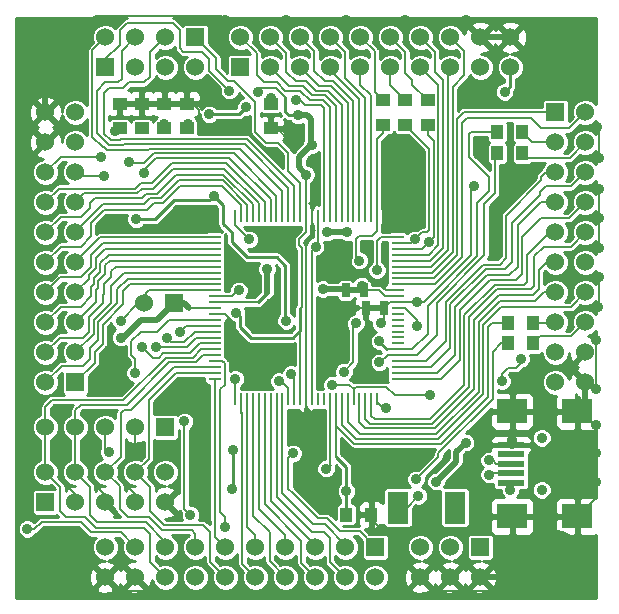
<source format=gtl>
G04 (created by PCBNEW (2013-07-07 BZR 4022)-stable) date 2015/09/29 23:49:40*
%MOIN*%
G04 Gerber Fmt 3.4, Leading zero omitted, Abs format*
%FSLAX34Y34*%
G01*
G70*
G90*
G04 APERTURE LIST*
%ADD10C,0.00393701*%
%ADD11C,0.019685*%
%ADD12R,0.0709X0.1063*%
%ADD13R,0.06X0.06*%
%ADD14C,0.06*%
%ADD15C,0.177165*%
%ADD16R,0.0393701X0.045*%
%ADD17R,0.045X0.0393701*%
%ADD18R,0.01X0.04*%
%ADD19R,0.04X0.01*%
%ADD20R,0.025X0.045*%
%ADD21R,0.0906X0.0197*%
%ADD22R,0.0984X0.0787*%
%ADD23C,0.0354*%
%ADD24C,0.035*%
%ADD25C,0.005*%
%ADD26C,0.01*%
%ADD27C,0.02*%
G04 APERTURE END LIST*
G54D10*
G54D11*
X40157Y-29527D02*
X40787Y-29527D01*
X39488Y-28937D02*
X40118Y-28937D01*
G54D12*
X43149Y-36181D03*
X41259Y-36181D03*
G54D13*
X29500Y-36000D03*
G54D14*
X29500Y-35000D03*
X30500Y-36000D03*
X30500Y-35000D03*
X31500Y-36000D03*
X31500Y-35000D03*
X32500Y-36000D03*
X32500Y-35000D03*
X33500Y-36000D03*
X33500Y-35000D03*
G54D13*
X33500Y-33500D03*
G54D14*
X32500Y-33500D03*
X31500Y-33500D03*
X30500Y-33500D03*
X29500Y-33500D03*
G54D13*
X34500Y-20500D03*
G54D14*
X33500Y-20500D03*
X32500Y-20500D03*
X31500Y-20500D03*
G54D13*
X31500Y-21500D03*
G54D14*
X32500Y-21500D03*
X33500Y-21500D03*
X34500Y-21500D03*
G54D13*
X33767Y-29370D03*
G54D14*
X32767Y-29370D03*
G54D13*
X36000Y-21500D03*
G54D14*
X36000Y-20500D03*
X37000Y-21500D03*
X37000Y-20500D03*
X38000Y-21500D03*
X38000Y-20500D03*
X39000Y-21500D03*
X39000Y-20500D03*
X40000Y-21500D03*
X40000Y-20500D03*
X41000Y-21500D03*
X41000Y-20500D03*
X42000Y-21500D03*
X42000Y-20500D03*
X43000Y-21500D03*
X43000Y-20500D03*
X44000Y-21500D03*
X44000Y-20500D03*
X45000Y-21500D03*
X45000Y-20500D03*
G54D13*
X30500Y-32000D03*
G54D14*
X29500Y-32000D03*
X30500Y-31000D03*
X29500Y-31000D03*
X30500Y-30000D03*
X29500Y-30000D03*
X30500Y-29000D03*
X29500Y-29000D03*
X30500Y-28000D03*
X29500Y-28000D03*
X30500Y-27000D03*
X29500Y-27000D03*
X30500Y-26000D03*
X29500Y-26000D03*
X30500Y-25000D03*
X29500Y-25000D03*
X30500Y-24000D03*
X29500Y-24000D03*
X30500Y-23000D03*
X29500Y-23000D03*
G54D13*
X46500Y-23000D03*
G54D14*
X47500Y-23000D03*
X46500Y-24000D03*
X47500Y-24000D03*
X46500Y-25000D03*
X47500Y-25000D03*
X46500Y-26000D03*
X47500Y-26000D03*
X46500Y-27000D03*
X47500Y-27000D03*
X46500Y-28000D03*
X47500Y-28000D03*
X46500Y-29000D03*
X47500Y-29000D03*
X46500Y-30000D03*
X47500Y-30000D03*
X46500Y-31000D03*
X47500Y-31000D03*
X46500Y-32000D03*
X47500Y-32000D03*
G54D13*
X40500Y-37500D03*
G54D14*
X40500Y-38500D03*
X39500Y-37500D03*
X39500Y-38500D03*
X38500Y-37500D03*
X38500Y-38500D03*
X37500Y-37500D03*
X37500Y-38500D03*
X36500Y-37500D03*
X36500Y-38500D03*
X35500Y-37500D03*
X35500Y-38500D03*
X34500Y-37500D03*
X34500Y-38500D03*
X33500Y-37500D03*
X33500Y-38500D03*
X32500Y-37500D03*
X32500Y-38500D03*
X31500Y-37500D03*
X31500Y-38500D03*
G54D15*
X46456Y-37795D03*
X29921Y-21259D03*
X46456Y-21259D03*
X29921Y-37795D03*
G54D16*
X39527Y-36417D03*
X40354Y-36417D03*
G54D17*
X33464Y-23543D03*
X33464Y-22716D03*
X34212Y-23543D03*
X34212Y-22716D03*
X37007Y-22716D03*
X37007Y-23543D03*
X32716Y-23543D03*
X32716Y-22716D03*
X31968Y-23543D03*
X31968Y-22716D03*
G54D18*
X35828Y-26477D03*
X40548Y-26477D03*
X40348Y-26477D03*
X40158Y-26477D03*
X39958Y-26477D03*
X39758Y-26477D03*
X39568Y-26477D03*
X39368Y-26477D03*
X39168Y-26477D03*
X38978Y-26477D03*
X38778Y-26477D03*
X38578Y-26477D03*
X38378Y-26477D03*
X38188Y-26477D03*
X37988Y-26477D03*
X37788Y-26477D03*
X37598Y-26477D03*
X37398Y-26477D03*
X37198Y-26477D03*
X37008Y-26477D03*
X36808Y-26477D03*
X36608Y-26477D03*
X36418Y-26477D03*
X36218Y-26477D03*
X36018Y-26477D03*
G54D19*
X41238Y-27167D03*
X41238Y-31887D03*
X41238Y-31687D03*
X41238Y-31497D03*
X41238Y-31297D03*
X41238Y-31097D03*
X41238Y-30907D03*
X41238Y-30707D03*
X41238Y-30507D03*
X41238Y-30317D03*
X41238Y-30117D03*
X41238Y-29917D03*
X41238Y-29717D03*
X41238Y-29527D03*
X41238Y-29327D03*
X41238Y-29127D03*
X41238Y-28937D03*
X41238Y-28737D03*
X41238Y-28537D03*
X41238Y-28347D03*
X41238Y-28147D03*
X41238Y-27947D03*
X41238Y-27757D03*
X41238Y-27557D03*
X41238Y-27357D03*
X35138Y-27167D03*
X35138Y-27367D03*
X35138Y-27557D03*
X35138Y-27757D03*
X35138Y-27957D03*
X35138Y-28147D03*
X35138Y-28347D03*
X35138Y-28547D03*
X35138Y-28737D03*
X35138Y-28937D03*
X35138Y-29137D03*
X35138Y-29337D03*
X35138Y-29527D03*
X35138Y-29727D03*
X35138Y-29927D03*
X35138Y-30117D03*
X35138Y-30317D03*
X35138Y-30517D03*
X35138Y-30707D03*
X35138Y-30907D03*
X35138Y-31107D03*
X35138Y-31297D03*
X35138Y-31497D03*
X35138Y-31697D03*
X35138Y-31887D03*
G54D18*
X35828Y-32577D03*
X36028Y-32577D03*
X36218Y-32577D03*
X36418Y-32577D03*
X36618Y-32577D03*
X36808Y-32577D03*
X37008Y-32577D03*
X37208Y-32577D03*
X37398Y-32577D03*
X37598Y-32577D03*
X37798Y-32577D03*
X37998Y-32577D03*
X38188Y-32577D03*
X38388Y-32577D03*
X38588Y-32577D03*
X38778Y-32577D03*
X38978Y-32577D03*
X39178Y-32577D03*
X39368Y-32577D03*
X39568Y-32577D03*
X39768Y-32577D03*
X39958Y-32577D03*
X40158Y-32577D03*
X40358Y-32577D03*
X40548Y-32577D03*
G54D16*
X44921Y-30708D03*
X45748Y-30708D03*
X44921Y-30039D03*
X45748Y-30039D03*
X44566Y-24370D03*
X45393Y-24370D03*
X44566Y-23661D03*
X45393Y-23661D03*
G54D17*
X41496Y-23425D03*
X41496Y-22598D03*
X40748Y-23425D03*
X40748Y-22598D03*
X42244Y-23425D03*
X42244Y-22598D03*
G54D13*
X44000Y-37500D03*
G54D14*
X44000Y-38500D03*
X43000Y-37500D03*
X43000Y-38500D03*
X42000Y-37500D03*
X42000Y-38500D03*
G54D20*
X40172Y-29527D03*
X40772Y-29527D03*
X39503Y-28937D03*
X40103Y-28937D03*
G54D21*
X45019Y-35354D03*
X45019Y-35039D03*
X45019Y-34724D03*
X45019Y-34409D03*
X45019Y-34094D03*
G54D22*
X45058Y-36476D03*
X47223Y-36476D03*
X45058Y-32972D03*
X47223Y-32972D03*
G54D23*
X46042Y-35590D03*
X46042Y-33858D03*
G54D24*
X31614Y-34330D03*
X32480Y-31692D03*
X42283Y-27322D03*
X41811Y-27244D03*
X39960Y-27952D03*
X35472Y-36811D03*
X41850Y-35236D03*
X38858Y-34881D03*
X35748Y-34251D03*
X35708Y-35551D03*
X39527Y-35629D03*
X40629Y-31338D03*
X40629Y-30629D03*
X32283Y-24645D03*
X32795Y-25039D03*
X37283Y-31968D03*
X37677Y-31732D03*
X44724Y-31968D03*
X42322Y-32440D03*
X45354Y-31220D03*
X39055Y-32086D03*
X37834Y-22598D03*
X33976Y-30314D03*
X35629Y-22283D03*
X33543Y-30511D03*
X33188Y-30826D03*
X32716Y-30826D03*
X35944Y-28937D03*
X44291Y-34606D03*
X44291Y-35078D03*
X32007Y-30511D03*
X36889Y-28228D03*
X40551Y-28267D03*
X35826Y-31889D03*
X36299Y-27244D03*
X40866Y-32874D03*
X32007Y-29960D03*
X31811Y-23622D03*
X32716Y-23543D03*
X37007Y-22519D03*
X41929Y-35787D03*
X43307Y-36259D03*
X45000Y-35590D03*
X33464Y-23385D03*
X34251Y-23385D03*
X31456Y-25118D03*
X31338Y-24488D03*
X34330Y-36417D03*
X34133Y-33307D03*
X37755Y-34370D03*
X41889Y-30118D03*
X38503Y-27480D03*
X40039Y-28779D03*
X42519Y-35314D03*
X43503Y-34015D03*
X36181Y-22834D03*
X36574Y-22322D03*
X34960Y-23070D03*
X39566Y-27007D03*
X38897Y-27007D03*
X44803Y-22322D03*
X37913Y-23110D03*
X35866Y-29685D03*
X38188Y-25078D03*
X38740Y-28897D03*
X38385Y-24094D03*
X32519Y-26574D03*
X28897Y-36889D03*
X37519Y-29960D03*
X35118Y-25787D03*
X39448Y-31653D03*
X39842Y-30039D03*
X43779Y-25472D03*
X41889Y-29330D03*
X40669Y-30039D03*
X39763Y-34409D03*
X40944Y-34409D03*
X41614Y-34409D03*
X40236Y-34370D03*
X37952Y-35354D03*
X40669Y-36889D03*
X36181Y-23464D03*
X33897Y-26850D03*
X35669Y-28503D03*
X36417Y-28464D03*
X37125Y-30866D03*
X36496Y-31771D03*
X38897Y-29527D03*
X36417Y-29645D03*
X36968Y-27440D03*
X31653Y-32204D03*
X45039Y-25354D03*
X44094Y-24212D03*
X47952Y-27519D03*
X47874Y-23503D03*
X41377Y-24803D03*
X28700Y-37401D03*
X28740Y-33858D03*
X28740Y-32677D03*
X28740Y-31496D03*
X28740Y-30314D03*
X28740Y-29133D03*
X28740Y-27952D03*
X28740Y-26771D03*
X28740Y-25590D03*
X28740Y-24409D03*
X28740Y-23228D03*
X28740Y-22047D03*
X28661Y-35118D03*
X40157Y-27440D03*
X34448Y-34881D03*
X30866Y-20078D03*
X43503Y-19921D03*
X41496Y-19921D03*
X39527Y-19921D03*
X37519Y-19921D03*
X35472Y-19921D03*
X47952Y-24527D03*
X47952Y-25551D03*
X47952Y-26535D03*
X47952Y-28503D03*
X47913Y-29488D03*
X47834Y-30590D03*
X47834Y-32244D03*
X47834Y-33425D03*
X47834Y-34370D03*
X47834Y-35314D03*
X45669Y-38976D03*
X44488Y-38976D03*
X42519Y-38976D03*
X41141Y-38976D03*
X38976Y-38976D03*
X37007Y-38976D03*
X35039Y-38976D03*
X33070Y-38976D03*
X31889Y-38976D03*
X31102Y-38976D03*
X45039Y-33937D03*
X37598Y-23937D03*
X37165Y-24370D03*
X34842Y-23543D03*
X34724Y-33740D03*
X34527Y-32677D03*
X39960Y-31771D03*
X38661Y-34015D03*
X35669Y-31023D03*
X40118Y-30984D03*
X38385Y-24606D03*
G54D25*
X31500Y-33500D02*
X31500Y-34216D01*
X31500Y-34216D02*
X31614Y-34330D01*
X33228Y-30314D02*
X33615Y-29927D01*
X32677Y-30314D02*
X33228Y-30314D01*
X32362Y-30629D02*
X32677Y-30314D01*
X32362Y-31102D02*
X32362Y-30629D01*
X32480Y-31220D02*
X32362Y-31102D01*
X33615Y-29927D02*
X35138Y-29927D01*
X32480Y-31692D02*
X32480Y-31220D01*
X42755Y-27519D02*
X42755Y-21929D01*
X42328Y-27947D02*
X42755Y-27519D01*
X41238Y-27947D02*
X42328Y-27947D01*
X42755Y-21929D02*
X42480Y-21653D01*
X42480Y-20980D02*
X42000Y-20500D01*
X42480Y-21653D02*
X42480Y-20980D01*
X41238Y-27757D02*
X42281Y-27757D01*
X42598Y-22098D02*
X42000Y-21500D01*
X42598Y-27440D02*
X42598Y-22098D01*
X42281Y-27757D02*
X42598Y-27440D01*
X42244Y-23425D02*
X42244Y-23772D01*
X42448Y-27157D02*
X42283Y-27322D01*
X42448Y-23976D02*
X42448Y-27157D01*
X42244Y-23772D02*
X42448Y-23976D01*
X42048Y-27557D02*
X42283Y-27322D01*
X41238Y-27557D02*
X42048Y-27557D01*
X41811Y-27244D02*
X42047Y-27007D01*
X42298Y-24227D02*
X41496Y-23425D01*
X42298Y-26929D02*
X42298Y-24227D01*
X42219Y-27007D02*
X42298Y-26929D01*
X42047Y-27007D02*
X42219Y-27007D01*
X41697Y-27357D02*
X41811Y-27244D01*
X41697Y-27357D02*
X41238Y-27357D01*
X39960Y-27952D02*
X39842Y-27834D01*
X40548Y-26970D02*
X40548Y-26477D01*
X40393Y-27125D02*
X40548Y-26970D01*
X39960Y-27125D02*
X40393Y-27125D01*
X39842Y-27244D02*
X39960Y-27125D01*
X39842Y-27834D02*
X39842Y-27244D01*
X40748Y-23425D02*
X40748Y-23700D01*
X40548Y-23899D02*
X40548Y-26477D01*
X40748Y-23700D02*
X40548Y-23899D01*
X40348Y-26477D02*
X40348Y-22435D01*
X40000Y-22086D02*
X40000Y-21500D01*
X40348Y-22435D02*
X40000Y-22086D01*
X40158Y-26477D02*
X40158Y-22521D01*
X39488Y-20988D02*
X39000Y-20500D01*
X39488Y-21850D02*
X39488Y-20988D01*
X40158Y-22521D02*
X39488Y-21850D01*
X39958Y-26477D02*
X39958Y-22557D01*
X39000Y-21598D02*
X39000Y-21500D01*
X39958Y-22557D02*
X39000Y-21598D01*
X30000Y-36299D02*
X30196Y-36496D01*
X30000Y-35500D02*
X30000Y-36299D01*
X29500Y-35000D02*
X30000Y-35500D01*
X30826Y-36496D02*
X31181Y-36850D01*
X30196Y-36496D02*
X30826Y-36496D01*
X35138Y-30907D02*
X34682Y-30907D01*
X34409Y-31181D02*
X33503Y-31181D01*
X34682Y-30907D02*
X34409Y-31181D01*
X32992Y-37992D02*
X33500Y-38500D01*
X31181Y-36850D02*
X32795Y-36850D01*
X32795Y-36850D02*
X32992Y-37047D01*
X32992Y-37047D02*
X32992Y-37992D01*
X29500Y-33500D02*
X29500Y-35000D01*
X29500Y-32822D02*
X29500Y-33500D01*
X29724Y-32598D02*
X29500Y-32822D01*
X32086Y-32598D02*
X29724Y-32598D01*
X33503Y-31181D02*
X32086Y-32598D01*
X30500Y-35000D02*
X30500Y-33500D01*
X33622Y-31338D02*
X34527Y-31338D01*
X33622Y-31338D02*
X32204Y-32755D01*
X32204Y-32755D02*
X30669Y-32755D01*
X30669Y-32755D02*
X30500Y-32925D01*
X30500Y-32925D02*
X30500Y-33500D01*
X34527Y-31338D02*
X34758Y-31107D01*
X34758Y-31107D02*
X35138Y-31107D01*
X33500Y-37500D02*
X33500Y-37318D01*
X30984Y-35484D02*
X30500Y-35000D01*
X30984Y-36417D02*
X30984Y-35484D01*
X31220Y-36653D02*
X30984Y-36417D01*
X32834Y-36653D02*
X31220Y-36653D01*
X33500Y-37318D02*
X32834Y-36653D01*
X35392Y-31297D02*
X35472Y-31377D01*
X35472Y-31377D02*
X35472Y-32086D01*
X35472Y-32086D02*
X35314Y-32244D01*
X35314Y-32244D02*
X35314Y-36338D01*
X35392Y-31297D02*
X35138Y-31297D01*
X35472Y-36496D02*
X35314Y-36338D01*
X35472Y-36811D02*
X35472Y-36496D01*
X34500Y-37500D02*
X34500Y-37059D01*
X31968Y-35468D02*
X31500Y-35000D01*
X31968Y-36220D02*
X31968Y-35468D01*
X32244Y-36496D02*
X31968Y-36220D01*
X32952Y-36496D02*
X32244Y-36496D01*
X33385Y-36929D02*
X32952Y-36496D01*
X34370Y-36929D02*
X33385Y-36929D01*
X34500Y-37059D02*
X34370Y-36929D01*
X35138Y-31497D02*
X33778Y-31497D01*
X32007Y-34492D02*
X31500Y-35000D01*
X32007Y-33031D02*
X32007Y-34492D01*
X32125Y-32913D02*
X32007Y-33031D01*
X32362Y-32913D02*
X32125Y-32913D01*
X33778Y-31497D02*
X32362Y-32913D01*
X32500Y-35000D02*
X32992Y-35492D01*
X35000Y-38000D02*
X35500Y-38500D01*
X35000Y-37007D02*
X35000Y-38000D01*
X34763Y-36771D02*
X35000Y-37007D01*
X33464Y-36771D02*
X34763Y-36771D01*
X32992Y-36299D02*
X33464Y-36771D01*
X32992Y-35492D02*
X32992Y-36299D01*
X33858Y-31697D02*
X32952Y-32603D01*
X32952Y-34547D02*
X32500Y-35000D01*
X32952Y-32603D02*
X32952Y-34547D01*
X35138Y-31697D02*
X33858Y-31697D01*
X35500Y-37500D02*
X35157Y-37157D01*
X35138Y-36595D02*
X35138Y-31887D01*
X35157Y-36614D02*
X35138Y-36595D01*
X35157Y-37157D02*
X35157Y-36614D01*
X36028Y-32577D02*
X36028Y-33026D01*
X36062Y-38062D02*
X36500Y-38500D01*
X36062Y-32992D02*
X36062Y-38062D01*
X36028Y-33026D02*
X36062Y-32992D01*
X36500Y-37500D02*
X36500Y-37090D01*
X36218Y-33032D02*
X36218Y-32577D01*
X36220Y-33031D02*
X36218Y-33032D01*
X36220Y-36811D02*
X36220Y-33031D01*
X36500Y-37090D02*
X36220Y-36811D01*
X41238Y-31497D02*
X42360Y-31497D01*
X47027Y-25472D02*
X47500Y-25000D01*
X46181Y-25472D02*
X47027Y-25472D01*
X45984Y-25669D02*
X46181Y-25472D01*
X45984Y-25748D02*
X45984Y-25669D01*
X45039Y-26692D02*
X45984Y-25748D01*
X45039Y-27992D02*
X45039Y-26692D01*
X44803Y-28228D02*
X45039Y-27992D01*
X44173Y-28228D02*
X44803Y-28228D01*
X42992Y-29409D02*
X44173Y-28228D01*
X42992Y-30866D02*
X42992Y-29409D01*
X42360Y-31497D02*
X42992Y-30866D01*
X41238Y-31297D02*
X42167Y-31297D01*
X46181Y-25000D02*
X46500Y-25000D01*
X46023Y-25157D02*
X46181Y-25000D01*
X46023Y-25275D02*
X46023Y-25157D01*
X44842Y-26456D02*
X46023Y-25275D01*
X44842Y-27874D02*
X44842Y-26456D01*
X44638Y-28078D02*
X44842Y-27874D01*
X44087Y-28078D02*
X44638Y-28078D01*
X42834Y-29330D02*
X44087Y-28078D01*
X42834Y-30629D02*
X42834Y-29330D01*
X42167Y-31297D02*
X42834Y-30629D01*
X47500Y-23000D02*
X46956Y-23543D01*
X42482Y-28737D02*
X41238Y-28737D01*
X43385Y-27834D02*
X42482Y-28737D01*
X43385Y-23346D02*
X43385Y-27834D01*
X43543Y-23188D02*
X43385Y-23346D01*
X45669Y-23188D02*
X43543Y-23188D01*
X46023Y-23543D02*
X45669Y-23188D01*
X46956Y-23543D02*
X46023Y-23543D01*
X41238Y-28537D02*
X42446Y-28537D01*
X43456Y-23000D02*
X46500Y-23000D01*
X43228Y-23228D02*
X43456Y-23000D01*
X43228Y-27755D02*
X43228Y-23228D01*
X42446Y-28537D02*
X43228Y-27755D01*
X35138Y-27757D02*
X31612Y-27757D01*
X31023Y-29133D02*
X30669Y-29488D01*
X31023Y-28818D02*
X31023Y-29133D01*
X31102Y-28740D02*
X31023Y-28818D01*
X31102Y-28543D02*
X31102Y-28740D01*
X31331Y-28314D02*
X31102Y-28543D01*
X31331Y-28038D02*
X31331Y-28314D01*
X31612Y-27757D02*
X31331Y-28038D01*
X30011Y-29488D02*
X29500Y-30000D01*
X30669Y-29488D02*
X30011Y-29488D01*
X35138Y-27957D02*
X31648Y-27957D01*
X30511Y-30000D02*
X30500Y-30000D01*
X31181Y-29330D02*
X30511Y-30000D01*
X31181Y-28929D02*
X31181Y-29330D01*
X31259Y-28850D02*
X31181Y-28929D01*
X31259Y-28622D02*
X31259Y-28850D01*
X31496Y-28385D02*
X31259Y-28622D01*
X31496Y-28110D02*
X31496Y-28385D01*
X31648Y-27957D02*
X31496Y-28110D01*
X36418Y-32577D02*
X36418Y-36458D01*
X36968Y-37968D02*
X37500Y-38500D01*
X36968Y-37007D02*
X36968Y-37968D01*
X36418Y-36458D02*
X36968Y-37007D01*
X37500Y-37500D02*
X37500Y-37106D01*
X36618Y-33026D02*
X36618Y-32577D01*
X36608Y-33037D02*
X36618Y-33026D01*
X36608Y-36214D02*
X36608Y-33037D01*
X37500Y-37106D02*
X36608Y-36214D01*
X41850Y-35236D02*
X42598Y-34488D01*
X42598Y-34488D02*
X42598Y-34370D01*
X44921Y-30708D02*
X44685Y-30708D01*
X44685Y-30708D02*
X44409Y-30984D01*
X44409Y-32559D02*
X42598Y-34370D01*
X44409Y-30984D02*
X44409Y-32559D01*
G54D26*
X38978Y-34761D02*
X38858Y-34881D01*
G54D25*
X38978Y-32577D02*
X38978Y-34761D01*
G54D26*
X35748Y-34251D02*
X35748Y-35511D01*
G54D25*
X35748Y-35511D02*
X35708Y-35551D01*
X44921Y-30039D02*
X44370Y-30039D01*
X39780Y-34047D02*
X39178Y-33446D01*
X42684Y-34047D02*
X39780Y-34047D01*
X44251Y-32480D02*
X42684Y-34047D01*
X44251Y-32480D02*
X44251Y-30157D01*
X44370Y-30039D02*
X44251Y-30157D01*
G54D26*
X39527Y-36417D02*
X39527Y-35629D01*
X39527Y-35629D02*
X39527Y-34842D01*
X39178Y-34493D02*
X39527Y-34842D01*
G54D25*
X39178Y-34493D02*
X39178Y-33446D01*
X39178Y-32577D02*
X39178Y-33446D01*
X44488Y-25708D02*
X44488Y-24448D01*
X41894Y-31097D02*
X42559Y-30433D01*
X42559Y-30433D02*
X42559Y-29345D01*
X42559Y-29345D02*
X44133Y-27771D01*
X44133Y-27771D02*
X44133Y-26062D01*
X44133Y-26062D02*
X44488Y-25708D01*
X41238Y-31097D02*
X41894Y-31097D01*
X44488Y-24448D02*
X44566Y-24370D01*
X40664Y-31338D02*
X40905Y-31097D01*
X40629Y-31338D02*
X40664Y-31338D01*
X41238Y-31097D02*
X40905Y-31097D01*
X43897Y-26023D02*
X43897Y-27795D01*
X43700Y-23661D02*
X43622Y-23740D01*
X43622Y-23740D02*
X43622Y-24488D01*
X43622Y-24488D02*
X44291Y-25157D01*
X44291Y-25157D02*
X44291Y-25629D01*
X44291Y-25629D02*
X43897Y-26023D01*
X44566Y-23661D02*
X43700Y-23661D01*
X41730Y-30907D02*
X41238Y-30907D01*
X42244Y-30393D02*
X41730Y-30907D01*
X42244Y-29448D02*
X42244Y-30393D01*
X43897Y-27795D02*
X42244Y-29448D01*
X40868Y-30907D02*
X41238Y-30907D01*
G54D26*
X40629Y-30669D02*
X40868Y-30907D01*
X40629Y-30629D02*
X40629Y-30669D01*
G54D25*
X35787Y-24370D02*
X33110Y-24370D01*
X37198Y-25781D02*
X35787Y-24370D01*
X37198Y-26477D02*
X37198Y-25781D01*
X32322Y-24685D02*
X32283Y-24645D01*
X32795Y-24685D02*
X32322Y-24685D01*
X33110Y-24370D02*
X32795Y-24685D01*
X37008Y-25906D02*
X35622Y-24520D01*
X37008Y-26477D02*
X37008Y-25906D01*
X32795Y-24921D02*
X32795Y-25039D01*
X33196Y-24520D02*
X32795Y-24921D01*
X35622Y-24520D02*
X33196Y-24520D01*
X37598Y-32577D02*
X37598Y-32205D01*
X37362Y-31968D02*
X37283Y-31968D01*
X37598Y-32205D02*
X37362Y-31968D01*
X37798Y-32577D02*
X37798Y-31854D01*
X37798Y-31854D02*
X37677Y-31732D01*
X32677Y-25354D02*
X33063Y-25354D01*
X36808Y-25982D02*
X35511Y-24685D01*
X32677Y-25354D02*
X32480Y-25551D01*
X32480Y-25551D02*
X29948Y-25551D01*
X29500Y-26000D02*
X29948Y-25551D01*
X36808Y-25982D02*
X36808Y-26477D01*
X33732Y-24685D02*
X35511Y-24685D01*
X33063Y-25354D02*
X33732Y-24685D01*
X32559Y-25708D02*
X30791Y-25708D01*
X30791Y-25708D02*
X30500Y-26000D01*
X32716Y-25551D02*
X33095Y-25551D01*
X32716Y-25551D02*
X32559Y-25708D01*
X35448Y-24881D02*
X36608Y-26042D01*
X33764Y-24881D02*
X35448Y-24881D01*
X33095Y-25551D02*
X33764Y-24881D01*
X36608Y-26477D02*
X36608Y-26042D01*
X29500Y-27000D02*
X30003Y-26496D01*
X31134Y-25866D02*
X32716Y-25866D01*
X30984Y-26016D02*
X31134Y-25866D01*
X30984Y-26181D02*
X30984Y-26016D01*
X30669Y-26496D02*
X30984Y-26181D01*
X30003Y-26496D02*
X30669Y-26496D01*
X36418Y-26064D02*
X35433Y-25078D01*
X32866Y-25716D02*
X32716Y-25866D01*
X36418Y-26064D02*
X36418Y-26477D01*
X33220Y-25716D02*
X32866Y-25716D01*
X33858Y-25078D02*
X33220Y-25716D01*
X35433Y-25078D02*
X33858Y-25078D01*
X32795Y-26062D02*
X31417Y-26062D01*
X30500Y-26980D02*
X30500Y-27000D01*
X31417Y-26062D02*
X30500Y-26980D01*
X32992Y-25866D02*
X33346Y-25866D01*
X36218Y-26085D02*
X35408Y-25275D01*
X32992Y-25866D02*
X32795Y-26062D01*
X36218Y-26085D02*
X36218Y-26477D01*
X33937Y-25275D02*
X35408Y-25275D01*
X33346Y-25866D02*
X33937Y-25275D01*
X32874Y-26259D02*
X31456Y-26259D01*
X30019Y-27480D02*
X29500Y-28000D01*
X30669Y-27480D02*
X30019Y-27480D01*
X31023Y-27125D02*
X30669Y-27480D01*
X31023Y-26692D02*
X31023Y-27125D01*
X31456Y-26259D02*
X31023Y-26692D01*
X33110Y-26023D02*
X33417Y-26023D01*
X36018Y-26097D02*
X35393Y-25472D01*
X33110Y-26023D02*
X32874Y-26259D01*
X36018Y-26097D02*
X36018Y-26477D01*
X33968Y-25472D02*
X35393Y-25472D01*
X33417Y-26023D02*
X33968Y-25472D01*
X35138Y-27167D02*
X31332Y-27167D01*
X31332Y-27167D02*
X30500Y-28000D01*
X35138Y-27367D02*
X31411Y-27367D01*
X29996Y-28503D02*
X29500Y-29000D01*
X30669Y-28503D02*
X29996Y-28503D01*
X31023Y-28149D02*
X30669Y-28503D01*
X31023Y-27755D02*
X31023Y-28149D01*
X31411Y-27367D02*
X31023Y-27755D01*
X35138Y-27557D02*
X31497Y-27557D01*
X30944Y-28555D02*
X30500Y-29000D01*
X30944Y-28440D02*
X30944Y-28555D01*
X31181Y-28204D02*
X30944Y-28440D01*
X31181Y-27874D02*
X31181Y-28204D01*
X31497Y-27557D02*
X31181Y-27874D01*
X47500Y-29000D02*
X47011Y-29488D01*
X39368Y-33424D02*
X39368Y-32577D01*
X39842Y-33897D02*
X39368Y-33424D01*
X42598Y-33897D02*
X39842Y-33897D01*
X44094Y-32401D02*
X42598Y-33897D01*
X44094Y-30078D02*
X44094Y-32401D01*
X44685Y-29488D02*
X44094Y-30078D01*
X47011Y-29488D02*
X44685Y-29488D01*
X39568Y-32577D02*
X39568Y-33316D01*
X46118Y-29000D02*
X46500Y-29000D01*
X45826Y-29291D02*
X46118Y-29000D01*
X44645Y-29291D02*
X45826Y-29291D01*
X43937Y-30000D02*
X44645Y-29291D01*
X43937Y-32322D02*
X43937Y-30000D01*
X42519Y-33740D02*
X43937Y-32322D01*
X39992Y-33740D02*
X42519Y-33740D01*
X39568Y-33316D02*
X39992Y-33740D01*
X45196Y-31535D02*
X44921Y-31535D01*
X39768Y-32238D02*
X39842Y-32165D01*
X39842Y-32165D02*
X40866Y-32165D01*
X40866Y-32165D02*
X41141Y-32440D01*
X41141Y-32440D02*
X42322Y-32440D01*
X39768Y-32238D02*
X39768Y-32244D01*
X45354Y-31377D02*
X45354Y-31220D01*
X45196Y-31535D02*
X45354Y-31377D01*
X44724Y-31732D02*
X44724Y-31968D01*
X44921Y-31535D02*
X44724Y-31732D01*
X39611Y-32086D02*
X39768Y-32244D01*
X39055Y-32086D02*
X39611Y-32086D01*
X39768Y-32577D02*
X39768Y-32244D01*
X39958Y-32577D02*
X39958Y-33344D01*
X46212Y-28000D02*
X46500Y-28000D01*
X45944Y-28267D02*
X46212Y-28000D01*
X45944Y-28897D02*
X45944Y-28267D01*
X45748Y-29094D02*
X45944Y-28897D01*
X44606Y-29094D02*
X45748Y-29094D01*
X43779Y-29921D02*
X44606Y-29094D01*
X43779Y-32244D02*
X43779Y-29921D01*
X42480Y-33543D02*
X43779Y-32244D01*
X40157Y-33543D02*
X42480Y-33543D01*
X39958Y-33344D02*
X40157Y-33543D01*
X40158Y-32577D02*
X40158Y-33237D01*
X47019Y-27480D02*
X47500Y-27000D01*
X46102Y-27480D02*
X47019Y-27480D01*
X45787Y-27795D02*
X46102Y-27480D01*
X45787Y-28779D02*
X45787Y-27795D01*
X45669Y-28897D02*
X45787Y-28779D01*
X44566Y-28897D02*
X45669Y-28897D01*
X43622Y-29842D02*
X44566Y-28897D01*
X43622Y-32165D02*
X43622Y-29842D01*
X42394Y-33393D02*
X43622Y-32165D01*
X40314Y-33393D02*
X42394Y-33393D01*
X40158Y-33237D02*
X40314Y-33393D01*
X40358Y-32577D02*
X40358Y-33129D01*
X46307Y-27000D02*
X46500Y-27000D01*
X45551Y-27755D02*
X46307Y-27000D01*
X45551Y-28661D02*
X45551Y-27755D01*
X45464Y-28747D02*
X45551Y-28661D01*
X44480Y-28747D02*
X45464Y-28747D01*
X43464Y-29763D02*
X44480Y-28747D01*
X43464Y-32086D02*
X43464Y-29763D01*
X42307Y-33243D02*
X43464Y-32086D01*
X40472Y-33243D02*
X42307Y-33243D01*
X40358Y-33129D02*
X40472Y-33243D01*
X41238Y-31887D02*
X42679Y-31887D01*
X46964Y-26535D02*
X47500Y-26000D01*
X46023Y-26535D02*
X46964Y-26535D01*
X45393Y-27165D02*
X46023Y-26535D01*
X45393Y-28393D02*
X45393Y-27165D01*
X45189Y-28597D02*
X45393Y-28393D01*
X44315Y-28597D02*
X45189Y-28597D01*
X43307Y-29606D02*
X44315Y-28597D01*
X43307Y-31259D02*
X43307Y-29606D01*
X42679Y-31887D02*
X43307Y-31259D01*
X42564Y-31687D02*
X43149Y-31102D01*
X43149Y-31102D02*
X43149Y-29488D01*
X43149Y-29488D02*
X44212Y-28425D01*
X41238Y-31687D02*
X42564Y-31687D01*
X46007Y-26000D02*
X46500Y-26000D01*
X45236Y-26771D02*
X46007Y-26000D01*
X45236Y-28149D02*
X45236Y-26771D01*
X44960Y-28425D02*
X45236Y-28149D01*
X44212Y-28425D02*
X44960Y-28425D01*
X41238Y-28347D02*
X42400Y-28347D01*
X43464Y-20964D02*
X43000Y-20500D01*
X43464Y-21771D02*
X43464Y-20964D01*
X43070Y-22165D02*
X43464Y-21771D01*
X43070Y-27677D02*
X43070Y-22165D01*
X42400Y-28347D02*
X43070Y-27677D01*
X43000Y-21500D02*
X43000Y-21645D01*
X42364Y-28147D02*
X41238Y-28147D01*
X42913Y-27598D02*
X42364Y-28147D01*
X42913Y-21732D02*
X42913Y-27598D01*
X43000Y-21645D02*
X42913Y-21732D01*
X39758Y-26477D02*
X39758Y-22632D01*
X38464Y-21614D02*
X38464Y-20964D01*
X38464Y-20964D02*
X38000Y-20500D01*
X38818Y-21968D02*
X38464Y-21614D01*
X39094Y-21968D02*
X38818Y-21968D01*
X39758Y-22632D02*
X39094Y-21968D01*
X39568Y-26477D02*
X39568Y-22679D01*
X38625Y-22125D02*
X38000Y-21500D01*
X39015Y-22125D02*
X38625Y-22125D01*
X39568Y-22679D02*
X39015Y-22125D01*
X39368Y-26477D02*
X39368Y-22747D01*
X37519Y-21019D02*
X37000Y-20500D01*
X37519Y-21653D02*
X37519Y-21019D01*
X37834Y-21968D02*
X37519Y-21653D01*
X38188Y-21968D02*
X37834Y-21968D01*
X38503Y-22283D02*
X38188Y-21968D01*
X38905Y-22283D02*
X38503Y-22283D01*
X39368Y-22747D02*
X38905Y-22283D01*
X39168Y-26477D02*
X39168Y-22791D01*
X37625Y-22125D02*
X37000Y-21500D01*
X38070Y-22125D02*
X37625Y-22125D01*
X38378Y-22433D02*
X38070Y-22125D01*
X38811Y-22433D02*
X38378Y-22433D01*
X39168Y-22791D02*
X38811Y-22433D01*
X38978Y-26477D02*
X38978Y-22822D01*
X36535Y-21035D02*
X36000Y-20500D01*
X36535Y-21771D02*
X36535Y-21035D01*
X36771Y-22007D02*
X36535Y-21771D01*
X37204Y-22007D02*
X36771Y-22007D01*
X37480Y-22283D02*
X37204Y-22007D01*
X37992Y-22283D02*
X37480Y-22283D01*
X38307Y-22598D02*
X37992Y-22283D01*
X38755Y-22598D02*
X38307Y-22598D01*
X38978Y-22822D02*
X38755Y-22598D01*
X38778Y-26477D02*
X38778Y-22865D01*
X37992Y-22598D02*
X37834Y-22598D01*
X38149Y-22755D02*
X37992Y-22598D01*
X38668Y-22755D02*
X38149Y-22755D01*
X38778Y-22865D02*
X38668Y-22755D01*
X34173Y-30117D02*
X33976Y-30314D01*
X35138Y-30117D02*
X34173Y-30117D01*
X34960Y-21614D02*
X34960Y-21220D01*
X35629Y-22283D02*
X34960Y-21614D01*
X31500Y-21216D02*
X31500Y-21500D01*
X31968Y-20748D02*
X31500Y-21216D01*
X31968Y-20275D02*
X31968Y-20748D01*
X32204Y-20039D02*
X31968Y-20275D01*
X33740Y-20039D02*
X32204Y-20039D01*
X33976Y-20275D02*
X33740Y-20039D01*
X33976Y-20866D02*
X33976Y-20275D01*
X34094Y-20984D02*
X33976Y-20866D01*
X34724Y-20984D02*
X34094Y-20984D01*
X34960Y-21220D02*
X34724Y-20984D01*
X34485Y-30317D02*
X35138Y-30317D01*
X34133Y-30669D02*
X34485Y-30317D01*
X33693Y-30669D02*
X34133Y-30669D01*
X33543Y-30519D02*
X33693Y-30669D01*
X33543Y-30511D02*
X33543Y-30519D01*
X35138Y-30517D02*
X34521Y-30517D01*
X34521Y-30517D02*
X34212Y-30826D01*
X34212Y-30826D02*
X33188Y-30826D01*
X35138Y-30707D02*
X34646Y-30707D01*
X33070Y-31181D02*
X32716Y-30826D01*
X33267Y-31181D02*
X33070Y-31181D01*
X33425Y-31023D02*
X33267Y-31181D01*
X34330Y-31023D02*
X33425Y-31023D01*
X34646Y-30707D02*
X34330Y-31023D01*
X36808Y-32577D02*
X36808Y-36060D01*
X38031Y-38031D02*
X38500Y-38500D01*
X38031Y-37283D02*
X38031Y-38031D01*
X36808Y-36060D02*
X38031Y-37283D01*
X38500Y-37500D02*
X38500Y-37437D01*
X38500Y-37437D02*
X37008Y-35945D01*
X38500Y-37500D02*
X38500Y-37240D01*
X37008Y-35945D02*
X37008Y-32577D01*
X37208Y-35590D02*
X37208Y-35831D01*
X39484Y-38500D02*
X38976Y-37992D01*
X38976Y-37992D02*
X38976Y-37204D01*
X39484Y-38500D02*
X39500Y-38500D01*
X38779Y-37007D02*
X38976Y-37204D01*
X38385Y-37007D02*
X38779Y-37007D01*
X37208Y-35831D02*
X38385Y-37007D01*
X37208Y-35594D02*
X37208Y-35590D01*
X37208Y-35590D02*
X37208Y-32577D01*
X39500Y-37500D02*
X39500Y-37413D01*
X37398Y-35430D02*
X37398Y-32577D01*
X37398Y-35706D02*
X37398Y-35430D01*
X38425Y-36732D02*
X37398Y-35706D01*
X38818Y-36732D02*
X38425Y-36732D01*
X39500Y-37413D02*
X38818Y-36732D01*
X36496Y-22677D02*
X36496Y-23661D01*
X37988Y-26477D02*
X37988Y-25351D01*
X37598Y-24370D02*
X37244Y-24015D01*
X37598Y-24960D02*
X37598Y-24370D01*
X37988Y-25351D02*
X37598Y-24960D01*
X37244Y-24015D02*
X36850Y-24015D01*
X35196Y-21196D02*
X34500Y-20500D01*
X35196Y-21574D02*
X35196Y-21196D01*
X35590Y-21968D02*
X35196Y-21574D01*
X35590Y-21968D02*
X35787Y-21968D01*
X35787Y-21968D02*
X36496Y-22677D01*
X36850Y-24015D02*
X36496Y-23661D01*
X36227Y-23905D02*
X32000Y-23905D01*
X37788Y-25466D02*
X36227Y-23905D01*
X37788Y-26477D02*
X37788Y-25466D01*
X32992Y-21811D02*
X32992Y-21007D01*
X32795Y-22007D02*
X32992Y-21811D01*
X32283Y-22007D02*
X32795Y-22007D01*
X32086Y-22204D02*
X32283Y-22007D01*
X31614Y-22204D02*
X32086Y-22204D01*
X31456Y-22362D02*
X31614Y-22204D01*
X31456Y-23724D02*
X31456Y-22362D01*
X31668Y-23937D02*
X31456Y-23724D01*
X31968Y-23937D02*
X31668Y-23937D01*
X32000Y-23905D02*
X31968Y-23937D01*
X32992Y-21007D02*
X33500Y-20500D01*
X36141Y-24055D02*
X32125Y-24055D01*
X32047Y-20952D02*
X32047Y-21889D01*
X32500Y-20500D02*
X32047Y-20952D01*
X31614Y-24094D02*
X31220Y-23700D01*
X31220Y-23700D02*
X31220Y-22283D01*
X31220Y-22283D02*
X31496Y-22007D01*
X31496Y-22007D02*
X31929Y-22007D01*
X37598Y-25512D02*
X36141Y-24055D01*
X37598Y-25512D02*
X37598Y-26477D01*
X31929Y-22007D02*
X32047Y-21889D01*
X32086Y-24094D02*
X31614Y-24094D01*
X32125Y-24055D02*
X32086Y-24094D01*
X31417Y-24173D02*
X31456Y-24173D01*
X31417Y-24173D02*
X31062Y-23818D01*
X37398Y-26477D02*
X37398Y-25627D01*
X31062Y-20937D02*
X31500Y-20500D01*
X31062Y-23818D02*
X31062Y-20937D01*
X35991Y-24220D02*
X32960Y-24220D01*
X37398Y-25627D02*
X35991Y-24220D01*
X32928Y-24251D02*
X32960Y-24220D01*
X31535Y-24251D02*
X32928Y-24251D01*
X31456Y-24173D02*
X31535Y-24251D01*
X35138Y-28147D02*
X31852Y-28147D01*
X30944Y-29842D02*
X30944Y-30314D01*
X30944Y-30314D02*
X30748Y-30511D01*
X30748Y-30511D02*
X29988Y-30511D01*
X29500Y-31000D02*
X29988Y-30511D01*
X31417Y-29370D02*
X30944Y-29842D01*
X31417Y-29094D02*
X31417Y-29370D01*
X31456Y-29055D02*
X31417Y-29094D01*
X31456Y-28740D02*
X31456Y-29055D01*
X31692Y-28503D02*
X31456Y-28740D01*
X31692Y-28307D02*
X31692Y-28503D01*
X31852Y-28147D02*
X31692Y-28307D01*
X35138Y-28347D02*
X32124Y-28347D01*
X31692Y-29347D02*
X31102Y-29937D01*
X31692Y-28779D02*
X31692Y-29347D01*
X32124Y-28347D02*
X31692Y-28779D01*
X31102Y-30397D02*
X30500Y-31000D01*
X31102Y-29937D02*
X31102Y-30397D01*
X31259Y-29992D02*
X31889Y-29362D01*
X31259Y-29992D02*
X31259Y-30590D01*
X31259Y-30590D02*
X30984Y-30866D01*
X30984Y-30866D02*
X30984Y-31220D01*
X30984Y-31220D02*
X30748Y-31456D01*
X30748Y-31456D02*
X30043Y-31456D01*
X29500Y-32000D02*
X30043Y-31456D01*
X32239Y-28547D02*
X35138Y-28547D01*
X31889Y-28897D02*
X32239Y-28547D01*
X31889Y-29362D02*
X31889Y-28897D01*
X35138Y-28737D02*
X32325Y-28737D01*
X32086Y-29401D02*
X31409Y-30078D01*
X31409Y-30078D02*
X31409Y-30716D01*
X31409Y-30716D02*
X31141Y-30984D01*
X31141Y-30984D02*
X31141Y-31358D01*
X30500Y-32000D02*
X31141Y-31358D01*
X32086Y-28976D02*
X32086Y-29401D01*
X32325Y-28737D02*
X32086Y-28976D01*
X35704Y-29137D02*
X35905Y-28937D01*
X35905Y-28937D02*
X35944Y-28937D01*
X35138Y-29137D02*
X35704Y-29137D01*
X44527Y-34724D02*
X45019Y-34724D01*
X44409Y-34606D02*
X44527Y-34724D01*
X44291Y-34606D02*
X44409Y-34606D01*
X44330Y-35039D02*
X45019Y-35039D01*
X44291Y-35078D02*
X44330Y-35039D01*
G54D27*
X32007Y-30511D02*
X32088Y-30511D01*
X33216Y-29921D02*
X33767Y-29370D01*
X32678Y-29921D02*
X33216Y-29921D01*
X32088Y-30511D02*
X32678Y-29921D01*
X33767Y-29370D02*
X34133Y-29370D01*
G54D25*
X35138Y-29527D02*
X34291Y-29527D01*
G54D27*
X34133Y-29370D02*
X34291Y-29527D01*
G54D25*
X36567Y-29337D02*
X35138Y-29337D01*
G54D26*
X36889Y-29015D02*
X36567Y-29337D01*
G54D27*
X36889Y-28228D02*
X36889Y-29015D01*
G54D25*
X41238Y-27167D02*
X40667Y-27167D01*
X40551Y-27283D02*
X40551Y-28267D01*
X40667Y-27167D02*
X40551Y-27283D01*
X35828Y-31891D02*
X35828Y-32577D01*
X35826Y-31889D02*
X35828Y-31891D01*
X35828Y-26477D02*
X35828Y-26773D01*
X35828Y-26773D02*
X36299Y-27244D01*
X40548Y-32577D02*
X40548Y-32674D01*
X40748Y-32874D02*
X40866Y-32874D01*
X40548Y-32674D02*
X40748Y-32874D01*
X32767Y-29370D02*
X32598Y-29370D01*
X32598Y-29370D02*
X32007Y-29960D01*
X32846Y-29043D02*
X32846Y-29291D01*
X35138Y-28937D02*
X32952Y-28937D01*
X32952Y-28937D02*
X32846Y-29043D01*
X32846Y-29291D02*
X32767Y-29370D01*
X31889Y-23543D02*
X31968Y-23543D01*
X31811Y-23622D02*
X31889Y-23543D01*
X37007Y-22519D02*
X37007Y-22716D01*
X41259Y-36181D02*
X41535Y-36181D01*
X41535Y-36181D02*
X41929Y-35787D01*
X43228Y-36181D02*
X43149Y-36181D01*
X43307Y-36259D02*
X43228Y-36181D01*
X45019Y-35570D02*
X45019Y-35354D01*
X45000Y-35590D02*
X45019Y-35570D01*
X33464Y-23385D02*
X33464Y-23543D01*
X34251Y-23503D02*
X34212Y-23543D01*
X34251Y-23385D02*
X34251Y-23503D01*
X30618Y-25118D02*
X31456Y-25118D01*
X30500Y-25000D02*
X30618Y-25118D01*
X30011Y-24488D02*
X31338Y-24488D01*
X29500Y-25000D02*
X30011Y-24488D01*
X40472Y-20972D02*
X40472Y-22322D01*
X40000Y-20500D02*
X40472Y-20972D01*
X40472Y-22322D02*
X40748Y-22598D01*
X41000Y-21500D02*
X41000Y-22102D01*
X41000Y-22102D02*
X41496Y-22598D01*
X41732Y-21929D02*
X41732Y-22086D01*
X41732Y-21929D02*
X41496Y-21692D01*
X41496Y-21692D02*
X41496Y-20996D01*
X41000Y-20500D02*
X41496Y-20996D01*
X41732Y-22086D02*
X42244Y-22598D01*
X34133Y-36220D02*
X34330Y-36417D01*
X34133Y-33307D02*
X34133Y-36220D01*
X37755Y-34370D02*
X37598Y-34527D01*
X37755Y-35708D02*
X38582Y-36535D01*
X38582Y-36535D02*
X38897Y-36535D01*
X38897Y-36535D02*
X39330Y-36968D01*
X39330Y-36968D02*
X39968Y-36968D01*
X40500Y-37500D02*
X39968Y-36968D01*
X37598Y-35551D02*
X37755Y-35708D01*
X37598Y-34527D02*
X37598Y-35551D01*
X45393Y-23661D02*
X45732Y-24000D01*
X45732Y-24000D02*
X46500Y-24000D01*
X46500Y-30000D02*
X46460Y-30039D01*
X46460Y-30039D02*
X45748Y-30039D01*
X45393Y-24370D02*
X45551Y-24527D01*
X46972Y-24527D02*
X47500Y-24000D01*
X45551Y-24527D02*
X46972Y-24527D01*
X47500Y-30000D02*
X47027Y-30472D01*
X45984Y-30472D02*
X45748Y-30708D01*
X47027Y-30472D02*
X45984Y-30472D01*
X41238Y-29527D02*
X41496Y-29527D01*
X41889Y-29921D02*
X41889Y-30118D01*
X41496Y-29527D02*
X41889Y-29921D01*
X38388Y-32577D02*
X38388Y-27595D01*
X38388Y-27595D02*
X38503Y-27480D01*
X38578Y-26477D02*
X38578Y-27405D01*
X38578Y-27405D02*
X38503Y-27480D01*
X40103Y-28843D02*
X40103Y-28937D01*
X40039Y-28779D02*
X40103Y-28843D01*
X40820Y-29127D02*
X40629Y-28937D01*
X40629Y-28937D02*
X40103Y-28937D01*
X41238Y-29127D02*
X40820Y-29127D01*
G54D27*
X43188Y-34330D02*
X43503Y-34015D01*
X42519Y-35314D02*
X43188Y-34645D01*
X43188Y-34645D02*
X43188Y-34330D01*
G54D26*
X37500Y-23000D02*
X37500Y-22515D01*
G54D25*
X36697Y-22200D02*
X36574Y-22322D01*
X37184Y-22200D02*
X36697Y-22200D01*
X37480Y-22495D02*
X37184Y-22200D01*
G54D26*
X35944Y-23070D02*
X36181Y-22834D01*
X34960Y-23070D02*
X35944Y-23070D01*
X37610Y-23110D02*
X37500Y-23000D01*
X37610Y-23110D02*
X37913Y-23110D01*
X37500Y-22515D02*
X37480Y-22495D01*
G54D27*
X38897Y-27007D02*
X39566Y-27007D01*
X38346Y-24094D02*
X37952Y-24488D01*
G54D25*
X38385Y-24094D02*
X38346Y-24094D01*
G54D27*
X37952Y-24842D02*
X38188Y-25078D01*
X37952Y-24488D02*
X37952Y-24842D01*
G54D26*
X45000Y-22125D02*
X45000Y-21500D01*
X44803Y-22322D02*
X45000Y-22125D01*
G54D27*
X38346Y-24055D02*
X38346Y-23228D01*
G54D25*
X38385Y-24094D02*
X38346Y-24055D01*
G54D27*
X38228Y-23110D02*
X37913Y-23110D01*
X38346Y-23228D02*
X38228Y-23110D01*
G54D26*
X37755Y-30511D02*
X37998Y-30268D01*
X36338Y-30511D02*
X37755Y-30511D01*
X35984Y-30157D02*
X36338Y-30511D01*
X35984Y-29803D02*
X35984Y-30157D01*
G54D25*
X35866Y-29685D02*
X35984Y-29803D01*
X38188Y-26477D02*
X38188Y-25078D01*
X39503Y-28937D02*
X39463Y-28897D01*
G54D27*
X39463Y-28897D02*
X38740Y-28897D01*
G54D25*
X38038Y-29488D02*
X37998Y-29528D01*
X38188Y-27007D02*
X37952Y-27244D01*
X37952Y-27244D02*
X37952Y-27433D01*
X37952Y-27433D02*
X38038Y-27519D01*
X38038Y-27519D02*
X38038Y-29488D01*
X38188Y-26477D02*
X38188Y-27007D01*
G54D26*
X37998Y-29528D02*
X37998Y-30268D01*
G54D25*
X37998Y-30268D02*
X37998Y-32577D01*
G54D26*
X34960Y-25944D02*
X33779Y-25944D01*
X33779Y-25944D02*
X33149Y-26574D01*
X33149Y-26574D02*
X32519Y-26574D01*
X35118Y-25787D02*
X34960Y-25944D01*
G54D25*
X29370Y-36653D02*
X30669Y-36653D01*
X28897Y-36889D02*
X29133Y-36889D01*
X29133Y-36889D02*
X29370Y-36653D01*
X32007Y-37007D02*
X32500Y-37500D01*
X31023Y-37007D02*
X32007Y-37007D01*
X30669Y-36653D02*
X31023Y-37007D01*
G54D26*
X37500Y-28129D02*
X37500Y-29940D01*
X35708Y-27007D02*
X35708Y-27322D01*
X35708Y-27322D02*
X36220Y-27834D01*
X36220Y-27834D02*
X37204Y-27834D01*
X37204Y-27834D02*
X37500Y-28129D01*
X35433Y-26102D02*
X35433Y-26732D01*
X35118Y-25787D02*
X35433Y-26102D01*
X35433Y-26732D02*
X35708Y-27007D01*
G54D25*
X37500Y-29940D02*
X37519Y-29960D01*
X39448Y-31653D02*
X39763Y-31338D01*
X39763Y-31338D02*
X39763Y-30118D01*
X39763Y-30118D02*
X39842Y-30039D01*
X41889Y-29330D02*
X41242Y-29330D01*
X43779Y-25472D02*
X43700Y-25551D01*
X43700Y-25551D02*
X43700Y-27755D01*
X43700Y-27755D02*
X42125Y-29330D01*
X42125Y-29330D02*
X41889Y-29330D01*
X41242Y-29330D02*
X41238Y-29327D01*
X40772Y-29527D02*
X40772Y-29936D01*
X40772Y-29936D02*
X40669Y-30039D01*
X41238Y-29327D02*
X40972Y-29327D01*
X40972Y-29327D02*
X40772Y-29527D01*
X30500Y-36000D02*
X30500Y-35736D01*
X30000Y-35236D02*
X30000Y-33031D01*
X30500Y-35736D02*
X30000Y-35236D01*
X31500Y-36000D02*
X31500Y-35751D01*
X30984Y-34330D02*
X30984Y-33070D01*
X30944Y-34370D02*
X30984Y-34330D01*
X30944Y-35196D02*
X30944Y-34370D01*
X31500Y-35751D02*
X30944Y-35196D01*
G54D27*
X45000Y-20500D02*
X44000Y-20500D01*
G54D25*
X40236Y-34370D02*
X39803Y-34370D01*
X39803Y-34370D02*
X39763Y-34409D01*
X40905Y-34370D02*
X40944Y-34409D01*
X40905Y-34370D02*
X40236Y-34370D01*
X40354Y-34488D02*
X40354Y-36417D01*
X40236Y-34370D02*
X40354Y-34488D01*
X38661Y-34015D02*
X37952Y-34724D01*
X37952Y-34724D02*
X37952Y-35354D01*
X40669Y-36889D02*
X40354Y-36574D01*
X40354Y-36574D02*
X40354Y-36417D01*
X47223Y-32972D02*
X45058Y-32972D01*
X36338Y-23755D02*
X36181Y-23597D01*
X36181Y-23597D02*
X36181Y-23464D01*
X36417Y-28464D02*
X35708Y-28464D01*
X33779Y-26968D02*
X32519Y-26968D01*
X33897Y-26850D02*
X33779Y-26968D01*
X35708Y-28464D02*
X35669Y-28503D01*
X36417Y-28464D02*
X36377Y-28503D01*
X36496Y-31496D02*
X37125Y-30866D01*
X35669Y-31023D02*
X35748Y-31023D01*
X35748Y-31023D02*
X36496Y-31771D01*
X36496Y-31771D02*
X36496Y-31496D01*
X40172Y-29527D02*
X38897Y-29527D01*
X36732Y-29960D02*
X36929Y-29960D01*
X36417Y-29645D02*
X36732Y-29960D01*
X40172Y-29527D02*
X39685Y-29527D01*
X39173Y-29960D02*
X38858Y-30275D01*
X39251Y-29960D02*
X39173Y-29960D01*
X39685Y-29527D02*
X39251Y-29960D01*
X36968Y-27440D02*
X36850Y-27559D01*
X31732Y-32125D02*
X31732Y-30984D01*
X31653Y-32204D02*
X31732Y-32125D01*
X47913Y-29488D02*
X47322Y-29488D01*
X47007Y-29803D02*
X47007Y-29881D01*
X47322Y-29488D02*
X47007Y-29803D01*
X47952Y-28503D02*
X47086Y-28503D01*
X47086Y-28503D02*
X47007Y-28425D01*
X47952Y-27519D02*
X47283Y-27519D01*
X47283Y-27519D02*
X47086Y-27716D01*
X47952Y-26535D02*
X47952Y-27519D01*
X47952Y-26535D02*
X47283Y-26535D01*
X47283Y-26535D02*
X47086Y-26732D01*
X47952Y-25551D02*
X47244Y-25551D01*
X47244Y-25551D02*
X47047Y-25748D01*
X47874Y-23503D02*
X47322Y-23503D01*
X47952Y-23582D02*
X47874Y-23503D01*
X47952Y-24527D02*
X47952Y-23582D01*
X47322Y-23503D02*
X47125Y-23700D01*
X47952Y-24527D02*
X47362Y-24527D01*
X31968Y-22716D02*
X32716Y-22716D01*
X28740Y-32677D02*
X28740Y-33858D01*
X28740Y-30314D02*
X28740Y-31496D01*
X28740Y-27952D02*
X28740Y-29133D01*
X28740Y-25590D02*
X28740Y-26771D01*
X28740Y-23228D02*
X28740Y-24409D01*
X29133Y-22047D02*
X28740Y-22047D01*
X29921Y-21259D02*
X29133Y-22047D01*
X28740Y-35039D02*
X28740Y-33858D01*
X28661Y-35118D02*
X28740Y-35039D01*
X34842Y-23543D02*
X34606Y-23307D01*
X34409Y-22716D02*
X34212Y-22716D01*
X34606Y-22913D02*
X34409Y-22716D01*
X34606Y-23307D02*
X34606Y-22913D01*
X40314Y-27598D02*
X40157Y-27440D01*
X40866Y-28937D02*
X40669Y-28740D01*
X40669Y-28740D02*
X40551Y-28740D01*
X40551Y-28740D02*
X40236Y-28425D01*
X40236Y-28425D02*
X40236Y-28110D01*
X40236Y-28110D02*
X40314Y-28031D01*
X40314Y-28031D02*
X40314Y-27598D01*
X41238Y-28937D02*
X40866Y-28937D01*
X34724Y-34606D02*
X34724Y-33740D01*
X34448Y-34881D02*
X34724Y-34606D01*
X35472Y-19921D02*
X35354Y-19803D01*
X31141Y-19803D02*
X30866Y-20078D01*
X35354Y-19803D02*
X31141Y-19803D01*
X43503Y-19921D02*
X41496Y-19921D01*
X39527Y-19921D02*
X37519Y-19921D01*
X35472Y-19921D02*
X35433Y-19921D01*
X47223Y-36476D02*
X47834Y-35865D01*
X47952Y-26535D02*
X47952Y-25551D01*
X47952Y-29448D02*
X47952Y-28503D01*
X47913Y-29488D02*
X47952Y-29448D01*
X47834Y-32244D02*
X47834Y-30590D01*
X47834Y-34370D02*
X47834Y-33425D01*
X47834Y-35865D02*
X47834Y-35314D01*
X29921Y-37795D02*
X31102Y-38976D01*
X46456Y-38188D02*
X46456Y-37795D01*
X45669Y-38976D02*
X46456Y-38188D01*
X42519Y-38976D02*
X44488Y-38976D01*
X38976Y-38976D02*
X41141Y-38976D01*
X35039Y-38976D02*
X37007Y-38976D01*
X31889Y-38976D02*
X33070Y-38976D01*
X28740Y-37401D02*
X29133Y-37795D01*
X29133Y-37795D02*
X29921Y-37795D01*
X29921Y-21259D02*
X29500Y-21681D01*
G54D27*
X29500Y-21681D02*
X29500Y-23000D01*
G54D25*
X46456Y-37795D02*
X45751Y-38500D01*
G54D27*
X45751Y-38500D02*
X44000Y-38500D01*
G54D25*
X47223Y-36476D02*
X47223Y-37028D01*
X47223Y-37028D02*
X46456Y-37795D01*
X47223Y-36476D02*
X45058Y-36476D01*
X47223Y-32972D02*
X47223Y-36476D01*
X45058Y-32972D02*
X45058Y-34055D01*
X45058Y-34055D02*
X45019Y-34094D01*
G54D27*
X47500Y-32000D02*
X47500Y-32696D01*
G54D25*
X47500Y-32696D02*
X47223Y-32972D01*
X45019Y-33956D02*
X45019Y-34094D01*
X45039Y-33937D02*
X45019Y-33956D01*
X37007Y-23543D02*
X37204Y-23543D01*
X37204Y-23543D02*
X37598Y-23937D01*
X37007Y-24212D02*
X37165Y-24370D01*
X37007Y-24212D02*
X36811Y-24212D01*
X35054Y-23755D02*
X34842Y-23543D01*
X36353Y-23755D02*
X36338Y-23755D01*
X36338Y-23755D02*
X35054Y-23755D01*
X36811Y-24212D02*
X36353Y-23755D01*
X34212Y-22716D02*
X34448Y-22716D01*
X33464Y-22716D02*
X34212Y-22716D01*
X34724Y-33740D02*
X34527Y-33543D01*
X34527Y-33543D02*
X34527Y-32677D01*
X39960Y-31771D02*
X40118Y-30984D01*
X38188Y-32577D02*
X38188Y-27283D01*
X38378Y-27054D02*
X38378Y-26477D01*
X38307Y-27125D02*
X38378Y-27054D01*
X38307Y-27165D02*
X38307Y-27125D01*
X38188Y-27283D02*
X38307Y-27165D01*
X38582Y-33070D02*
X38582Y-33937D01*
X38188Y-32834D02*
X38346Y-32992D01*
X38346Y-32992D02*
X38503Y-32992D01*
X38503Y-32992D02*
X38582Y-33070D01*
X38188Y-32577D02*
X38188Y-32834D01*
X38582Y-33937D02*
X38661Y-34015D01*
X35138Y-29727D02*
X35475Y-29727D01*
X35475Y-29727D02*
X35669Y-29921D01*
X35669Y-29921D02*
X35669Y-31023D01*
X40172Y-30929D02*
X40172Y-29527D01*
X40118Y-30984D02*
X40172Y-30929D01*
X38378Y-26227D02*
X38503Y-26102D01*
X38378Y-26477D02*
X38378Y-26227D01*
X38503Y-24724D02*
X38385Y-24606D01*
X38503Y-26102D02*
X38503Y-24724D01*
X32500Y-33500D02*
X32500Y-34232D01*
X32500Y-35728D02*
X32500Y-36000D01*
X31968Y-35196D02*
X32500Y-35728D01*
X31968Y-34763D02*
X31968Y-35196D01*
X32500Y-34232D02*
X31968Y-34763D01*
G54D10*
G36*
X30486Y-35449D02*
X30363Y-35456D01*
X30212Y-35518D01*
X30184Y-35614D01*
X30175Y-35604D01*
X30175Y-35500D01*
X30161Y-35433D01*
X30161Y-35433D01*
X30123Y-35376D01*
X29916Y-35169D01*
X29949Y-35089D01*
X29950Y-34910D01*
X29881Y-34745D01*
X29755Y-34618D01*
X29675Y-34585D01*
X29675Y-33914D01*
X29754Y-33881D01*
X29881Y-33755D01*
X29949Y-33589D01*
X29950Y-33410D01*
X29881Y-33245D01*
X29755Y-33118D01*
X29675Y-33085D01*
X29675Y-32895D01*
X29796Y-32773D01*
X30404Y-32773D01*
X30376Y-32801D01*
X30338Y-32858D01*
X30325Y-32925D01*
X30325Y-33085D01*
X30245Y-33118D01*
X30118Y-33244D01*
X30050Y-33410D01*
X30049Y-33589D01*
X30118Y-33754D01*
X30244Y-33881D01*
X30325Y-33914D01*
X30325Y-34585D01*
X30245Y-34618D01*
X30118Y-34744D01*
X30050Y-34910D01*
X30049Y-35089D01*
X30118Y-35254D01*
X30244Y-35381D01*
X30410Y-35449D01*
X30486Y-35449D01*
X30486Y-35449D01*
G37*
G54D26*
X30486Y-35449D02*
X30363Y-35456D01*
X30212Y-35518D01*
X30184Y-35614D01*
X30175Y-35604D01*
X30175Y-35500D01*
X30161Y-35433D01*
X30161Y-35433D01*
X30123Y-35376D01*
X29916Y-35169D01*
X29949Y-35089D01*
X29950Y-34910D01*
X29881Y-34745D01*
X29755Y-34618D01*
X29675Y-34585D01*
X29675Y-33914D01*
X29754Y-33881D01*
X29881Y-33755D01*
X29949Y-33589D01*
X29950Y-33410D01*
X29881Y-33245D01*
X29755Y-33118D01*
X29675Y-33085D01*
X29675Y-32895D01*
X29796Y-32773D01*
X30404Y-32773D01*
X30376Y-32801D01*
X30338Y-32858D01*
X30325Y-32925D01*
X30325Y-33085D01*
X30245Y-33118D01*
X30118Y-33244D01*
X30050Y-33410D01*
X30049Y-33589D01*
X30118Y-33754D01*
X30244Y-33881D01*
X30325Y-33914D01*
X30325Y-34585D01*
X30245Y-34618D01*
X30118Y-34744D01*
X30050Y-34910D01*
X30049Y-35089D01*
X30118Y-35254D01*
X30244Y-35381D01*
X30410Y-35449D01*
X30486Y-35449D01*
G54D10*
G36*
X30576Y-36005D02*
X30505Y-36076D01*
X30500Y-36070D01*
X30494Y-36076D01*
X30423Y-36005D01*
X30429Y-36000D01*
X30423Y-35994D01*
X30494Y-35923D01*
X30500Y-35929D01*
X30505Y-35923D01*
X30576Y-35994D01*
X30570Y-36000D01*
X30576Y-36005D01*
X30576Y-36005D01*
G37*
G54D26*
X30576Y-36005D02*
X30505Y-36076D01*
X30500Y-36070D01*
X30494Y-36076D01*
X30423Y-36005D01*
X30429Y-36000D01*
X30423Y-35994D01*
X30494Y-35923D01*
X30500Y-35929D01*
X30505Y-35923D01*
X30576Y-35994D01*
X30570Y-36000D01*
X30576Y-36005D01*
G54D10*
G36*
X31868Y-32930D02*
X31846Y-32964D01*
X31832Y-33031D01*
X31832Y-33196D01*
X31755Y-33118D01*
X31589Y-33050D01*
X31410Y-33049D01*
X31245Y-33118D01*
X31118Y-33244D01*
X31050Y-33410D01*
X31049Y-33589D01*
X31118Y-33754D01*
X31244Y-33881D01*
X31325Y-33914D01*
X31325Y-34179D01*
X31289Y-34265D01*
X31289Y-34395D01*
X31338Y-34514D01*
X31384Y-34560D01*
X31245Y-34618D01*
X31118Y-34744D01*
X31050Y-34910D01*
X31049Y-35089D01*
X31118Y-35254D01*
X31244Y-35381D01*
X31410Y-35449D01*
X31486Y-35449D01*
X31363Y-35456D01*
X31212Y-35518D01*
X31184Y-35614D01*
X31159Y-35588D01*
X31159Y-35484D01*
X31145Y-35417D01*
X31107Y-35360D01*
X31107Y-35360D01*
X30916Y-35169D01*
X30949Y-35089D01*
X30950Y-34910D01*
X30881Y-34745D01*
X30755Y-34618D01*
X30675Y-34585D01*
X30675Y-33914D01*
X30754Y-33881D01*
X30881Y-33755D01*
X30949Y-33589D01*
X30950Y-33410D01*
X30881Y-33245D01*
X30755Y-33118D01*
X30675Y-33085D01*
X30675Y-32997D01*
X30741Y-32930D01*
X31868Y-32930D01*
X31868Y-32930D01*
G37*
G54D26*
X31868Y-32930D02*
X31846Y-32964D01*
X31832Y-33031D01*
X31832Y-33196D01*
X31755Y-33118D01*
X31589Y-33050D01*
X31410Y-33049D01*
X31245Y-33118D01*
X31118Y-33244D01*
X31050Y-33410D01*
X31049Y-33589D01*
X31118Y-33754D01*
X31244Y-33881D01*
X31325Y-33914D01*
X31325Y-34179D01*
X31289Y-34265D01*
X31289Y-34395D01*
X31338Y-34514D01*
X31384Y-34560D01*
X31245Y-34618D01*
X31118Y-34744D01*
X31050Y-34910D01*
X31049Y-35089D01*
X31118Y-35254D01*
X31244Y-35381D01*
X31410Y-35449D01*
X31486Y-35449D01*
X31363Y-35456D01*
X31212Y-35518D01*
X31184Y-35614D01*
X31159Y-35588D01*
X31159Y-35484D01*
X31145Y-35417D01*
X31107Y-35360D01*
X31107Y-35360D01*
X30916Y-35169D01*
X30949Y-35089D01*
X30950Y-34910D01*
X30881Y-34745D01*
X30755Y-34618D01*
X30675Y-34585D01*
X30675Y-33914D01*
X30754Y-33881D01*
X30881Y-33755D01*
X30949Y-33589D01*
X30950Y-33410D01*
X30881Y-33245D01*
X30755Y-33118D01*
X30675Y-33085D01*
X30675Y-32997D01*
X30741Y-32930D01*
X31868Y-32930D01*
G54D10*
G36*
X31979Y-36478D02*
X31788Y-36478D01*
X31815Y-36385D01*
X31500Y-36070D01*
X31494Y-36076D01*
X31423Y-36005D01*
X31429Y-36000D01*
X31423Y-35994D01*
X31494Y-35923D01*
X31500Y-35929D01*
X31505Y-35923D01*
X31576Y-35994D01*
X31570Y-36000D01*
X31794Y-36223D01*
X31806Y-36287D01*
X31844Y-36344D01*
X31979Y-36478D01*
X31979Y-36478D01*
G37*
G54D26*
X31979Y-36478D02*
X31788Y-36478D01*
X31815Y-36385D01*
X31500Y-36070D01*
X31494Y-36076D01*
X31423Y-36005D01*
X31429Y-36000D01*
X31423Y-35994D01*
X31494Y-35923D01*
X31500Y-35929D01*
X31505Y-35923D01*
X31576Y-35994D01*
X31570Y-36000D01*
X31794Y-36223D01*
X31806Y-36287D01*
X31844Y-36344D01*
X31979Y-36478D01*
G54D10*
G36*
X32419Y-32017D02*
X32014Y-32423D01*
X30888Y-32423D01*
X30927Y-32385D01*
X30949Y-32329D01*
X30950Y-32270D01*
X30950Y-31797D01*
X31265Y-31482D01*
X31303Y-31425D01*
X31303Y-31425D01*
X31316Y-31358D01*
X31316Y-31056D01*
X31533Y-30839D01*
X31571Y-30783D01*
X31584Y-30716D01*
X31584Y-30151D01*
X31691Y-30044D01*
X31732Y-30144D01*
X31823Y-30235D01*
X31823Y-30236D01*
X31732Y-30327D01*
X31682Y-30446D01*
X31682Y-30576D01*
X31732Y-30695D01*
X31823Y-30787D01*
X31942Y-30836D01*
X32072Y-30836D01*
X32187Y-30789D01*
X32187Y-31102D01*
X32200Y-31169D01*
X32238Y-31226D01*
X32305Y-31292D01*
X32305Y-31413D01*
X32296Y-31417D01*
X32204Y-31508D01*
X32155Y-31627D01*
X32155Y-31757D01*
X32204Y-31876D01*
X32295Y-31968D01*
X32415Y-32017D01*
X32419Y-32017D01*
X32419Y-32017D01*
G37*
G54D26*
X32419Y-32017D02*
X32014Y-32423D01*
X30888Y-32423D01*
X30927Y-32385D01*
X30949Y-32329D01*
X30950Y-32270D01*
X30950Y-31797D01*
X31265Y-31482D01*
X31303Y-31425D01*
X31303Y-31425D01*
X31316Y-31358D01*
X31316Y-31056D01*
X31533Y-30839D01*
X31571Y-30783D01*
X31584Y-30716D01*
X31584Y-30151D01*
X31691Y-30044D01*
X31732Y-30144D01*
X31823Y-30235D01*
X31823Y-30236D01*
X31732Y-30327D01*
X31682Y-30446D01*
X31682Y-30576D01*
X31732Y-30695D01*
X31823Y-30787D01*
X31942Y-30836D01*
X32072Y-30836D01*
X32187Y-30789D01*
X32187Y-31102D01*
X32200Y-31169D01*
X32238Y-31226D01*
X32305Y-31292D01*
X32305Y-31413D01*
X32296Y-31417D01*
X32204Y-31508D01*
X32155Y-31627D01*
X32155Y-31757D01*
X32204Y-31876D01*
X32295Y-31968D01*
X32415Y-32017D01*
X32419Y-32017D01*
G54D10*
G36*
X32576Y-33505D02*
X32505Y-33576D01*
X32500Y-33570D01*
X32494Y-33576D01*
X32423Y-33505D01*
X32429Y-33500D01*
X32423Y-33494D01*
X32494Y-33423D01*
X32500Y-33429D01*
X32505Y-33423D01*
X32576Y-33494D01*
X32570Y-33500D01*
X32576Y-33505D01*
X32576Y-33505D01*
G37*
G54D26*
X32576Y-33505D02*
X32505Y-33576D01*
X32500Y-33570D01*
X32494Y-33576D01*
X32423Y-33505D01*
X32429Y-33500D01*
X32423Y-33494D01*
X32494Y-33423D01*
X32500Y-33429D01*
X32505Y-33423D01*
X32576Y-33494D01*
X32570Y-33500D01*
X32576Y-33505D01*
G54D10*
G36*
X32576Y-36005D02*
X32505Y-36076D01*
X32500Y-36070D01*
X32494Y-36076D01*
X32423Y-36005D01*
X32429Y-36000D01*
X32423Y-35994D01*
X32494Y-35923D01*
X32500Y-35929D01*
X32505Y-35923D01*
X32576Y-35994D01*
X32570Y-36000D01*
X32576Y-36005D01*
X32576Y-36005D01*
G37*
G54D26*
X32576Y-36005D02*
X32505Y-36076D01*
X32500Y-36070D01*
X32494Y-36076D01*
X32423Y-36005D01*
X32429Y-36000D01*
X32423Y-35994D01*
X32494Y-35923D01*
X32500Y-35929D01*
X32505Y-35923D01*
X32576Y-35994D01*
X32570Y-36000D01*
X32576Y-36005D01*
G54D10*
G36*
X32777Y-34474D02*
X32669Y-34583D01*
X32589Y-34550D01*
X32410Y-34549D01*
X32245Y-34618D01*
X32118Y-34744D01*
X32050Y-34910D01*
X32049Y-35089D01*
X32118Y-35254D01*
X32244Y-35381D01*
X32410Y-35449D01*
X32486Y-35449D01*
X32363Y-35456D01*
X32212Y-35518D01*
X32184Y-35614D01*
X32143Y-35572D01*
X32143Y-35468D01*
X32130Y-35401D01*
X32130Y-35401D01*
X32092Y-35344D01*
X31916Y-35169D01*
X31949Y-35089D01*
X31950Y-34910D01*
X31916Y-34830D01*
X32131Y-34615D01*
X32169Y-34559D01*
X32182Y-34492D01*
X32182Y-33887D01*
X32184Y-33885D01*
X32212Y-33981D01*
X32418Y-34054D01*
X32636Y-34043D01*
X32777Y-33985D01*
X32777Y-34474D01*
X32777Y-34474D01*
G37*
G54D26*
X32777Y-34474D02*
X32669Y-34583D01*
X32589Y-34550D01*
X32410Y-34549D01*
X32245Y-34618D01*
X32118Y-34744D01*
X32050Y-34910D01*
X32049Y-35089D01*
X32118Y-35254D01*
X32244Y-35381D01*
X32410Y-35449D01*
X32486Y-35449D01*
X32363Y-35456D01*
X32212Y-35518D01*
X32184Y-35614D01*
X32143Y-35572D01*
X32143Y-35468D01*
X32130Y-35401D01*
X32130Y-35401D01*
X32092Y-35344D01*
X31916Y-35169D01*
X31949Y-35089D01*
X31950Y-34910D01*
X31916Y-34830D01*
X32131Y-34615D01*
X32169Y-34559D01*
X32182Y-34492D01*
X32182Y-33887D01*
X32184Y-33885D01*
X32212Y-33981D01*
X32418Y-34054D01*
X32636Y-34043D01*
X32777Y-33985D01*
X32777Y-34474D01*
G54D10*
G36*
X34053Y-36596D02*
X33537Y-36596D01*
X33491Y-36551D01*
X33636Y-36543D01*
X33787Y-36481D01*
X33815Y-36385D01*
X33500Y-36070D01*
X33494Y-36076D01*
X33423Y-36005D01*
X33429Y-36000D01*
X33423Y-35994D01*
X33494Y-35923D01*
X33500Y-35929D01*
X33815Y-35614D01*
X33787Y-35518D01*
X33592Y-35448D01*
X33754Y-35381D01*
X33881Y-35255D01*
X33949Y-35089D01*
X33950Y-34910D01*
X33881Y-34745D01*
X33755Y-34618D01*
X33589Y-34550D01*
X33410Y-34549D01*
X33245Y-34618D01*
X33118Y-34744D01*
X33050Y-34910D01*
X33049Y-35089D01*
X33118Y-35254D01*
X33244Y-35381D01*
X33410Y-35449D01*
X33486Y-35449D01*
X33363Y-35456D01*
X33212Y-35518D01*
X33184Y-35614D01*
X33167Y-35596D01*
X33167Y-35492D01*
X33167Y-35492D01*
X33153Y-35425D01*
X33115Y-35368D01*
X33115Y-35368D01*
X32916Y-35169D01*
X32949Y-35089D01*
X32950Y-34910D01*
X32916Y-34830D01*
X33076Y-34670D01*
X33114Y-34614D01*
X33127Y-34547D01*
X33127Y-33932D01*
X33170Y-33949D01*
X33229Y-33950D01*
X33829Y-33950D01*
X33884Y-33927D01*
X33927Y-33885D01*
X33949Y-33829D01*
X33950Y-33770D01*
X33950Y-33582D01*
X33958Y-33586D01*
X33958Y-35705D01*
X33950Y-35703D01*
X33885Y-35684D01*
X33570Y-36000D01*
X33885Y-36315D01*
X33973Y-36289D01*
X34009Y-36343D01*
X34005Y-36352D01*
X34005Y-36481D01*
X34053Y-36596D01*
X34053Y-36596D01*
G37*
G54D26*
X34053Y-36596D02*
X33537Y-36596D01*
X33491Y-36551D01*
X33636Y-36543D01*
X33787Y-36481D01*
X33815Y-36385D01*
X33500Y-36070D01*
X33494Y-36076D01*
X33423Y-36005D01*
X33429Y-36000D01*
X33423Y-35994D01*
X33494Y-35923D01*
X33500Y-35929D01*
X33815Y-35614D01*
X33787Y-35518D01*
X33592Y-35448D01*
X33754Y-35381D01*
X33881Y-35255D01*
X33949Y-35089D01*
X33950Y-34910D01*
X33881Y-34745D01*
X33755Y-34618D01*
X33589Y-34550D01*
X33410Y-34549D01*
X33245Y-34618D01*
X33118Y-34744D01*
X33050Y-34910D01*
X33049Y-35089D01*
X33118Y-35254D01*
X33244Y-35381D01*
X33410Y-35449D01*
X33486Y-35449D01*
X33363Y-35456D01*
X33212Y-35518D01*
X33184Y-35614D01*
X33167Y-35596D01*
X33167Y-35492D01*
X33167Y-35492D01*
X33153Y-35425D01*
X33115Y-35368D01*
X33115Y-35368D01*
X32916Y-35169D01*
X32949Y-35089D01*
X32950Y-34910D01*
X32916Y-34830D01*
X33076Y-34670D01*
X33114Y-34614D01*
X33127Y-34547D01*
X33127Y-33932D01*
X33170Y-33949D01*
X33229Y-33950D01*
X33829Y-33950D01*
X33884Y-33927D01*
X33927Y-33885D01*
X33949Y-33829D01*
X33950Y-33770D01*
X33950Y-33582D01*
X33958Y-33586D01*
X33958Y-35705D01*
X33950Y-35703D01*
X33885Y-35684D01*
X33570Y-36000D01*
X33885Y-36315D01*
X33973Y-36289D01*
X34009Y-36343D01*
X34005Y-36352D01*
X34005Y-36481D01*
X34053Y-36596D01*
G54D10*
G36*
X34982Y-36742D02*
X34887Y-36647D01*
X34830Y-36609D01*
X34763Y-36596D01*
X34608Y-36596D01*
X34655Y-36482D01*
X34655Y-36352D01*
X34606Y-36233D01*
X34515Y-36141D01*
X34395Y-36092D01*
X34308Y-36092D01*
X34308Y-33586D01*
X34317Y-33582D01*
X34409Y-33491D01*
X34458Y-33372D01*
X34458Y-33242D01*
X34409Y-33123D01*
X34318Y-33031D01*
X34198Y-32982D01*
X34069Y-32982D01*
X33950Y-33031D01*
X33896Y-33084D01*
X33885Y-33072D01*
X33829Y-33050D01*
X33770Y-33049D01*
X33170Y-33049D01*
X33127Y-33067D01*
X33127Y-32675D01*
X33930Y-31872D01*
X34788Y-31872D01*
X34788Y-31967D01*
X34811Y-32022D01*
X34853Y-32064D01*
X34909Y-32087D01*
X34963Y-32087D01*
X34963Y-36595D01*
X34977Y-36662D01*
X34982Y-36670D01*
X34982Y-36742D01*
X34982Y-36742D01*
G37*
G54D26*
X34982Y-36742D02*
X34887Y-36647D01*
X34830Y-36609D01*
X34763Y-36596D01*
X34608Y-36596D01*
X34655Y-36482D01*
X34655Y-36352D01*
X34606Y-36233D01*
X34515Y-36141D01*
X34395Y-36092D01*
X34308Y-36092D01*
X34308Y-33586D01*
X34317Y-33582D01*
X34409Y-33491D01*
X34458Y-33372D01*
X34458Y-33242D01*
X34409Y-33123D01*
X34318Y-33031D01*
X34198Y-32982D01*
X34069Y-32982D01*
X33950Y-33031D01*
X33896Y-33084D01*
X33885Y-33072D01*
X33829Y-33050D01*
X33770Y-33049D01*
X33170Y-33049D01*
X33127Y-33067D01*
X33127Y-32675D01*
X33930Y-31872D01*
X34788Y-31872D01*
X34788Y-31967D01*
X34811Y-32022D01*
X34853Y-32064D01*
X34909Y-32087D01*
X34963Y-32087D01*
X34963Y-36595D01*
X34977Y-36662D01*
X34982Y-36670D01*
X34982Y-36742D01*
G54D10*
G36*
X35397Y-26979D02*
X35368Y-26967D01*
X35309Y-26967D01*
X34909Y-26967D01*
X34854Y-26990D01*
X34851Y-26992D01*
X31332Y-26992D01*
X31265Y-27005D01*
X31208Y-27043D01*
X31198Y-27053D01*
X31198Y-26765D01*
X31529Y-26434D01*
X32225Y-26434D01*
X32194Y-26509D01*
X32194Y-26639D01*
X32244Y-26758D01*
X32335Y-26850D01*
X32454Y-26899D01*
X32584Y-26899D01*
X32703Y-26850D01*
X32779Y-26774D01*
X33149Y-26774D01*
X33226Y-26759D01*
X33291Y-26716D01*
X33862Y-26144D01*
X34960Y-26144D01*
X35037Y-26129D01*
X35063Y-26112D01*
X35160Y-26112D01*
X35233Y-26185D01*
X35233Y-26732D01*
X35248Y-26808D01*
X35291Y-26873D01*
X35397Y-26979D01*
X35397Y-26979D01*
G37*
G54D26*
X35397Y-26979D02*
X35368Y-26967D01*
X35309Y-26967D01*
X34909Y-26967D01*
X34854Y-26990D01*
X34851Y-26992D01*
X31332Y-26992D01*
X31265Y-27005D01*
X31208Y-27043D01*
X31198Y-27053D01*
X31198Y-26765D01*
X31529Y-26434D01*
X32225Y-26434D01*
X32194Y-26509D01*
X32194Y-26639D01*
X32244Y-26758D01*
X32335Y-26850D01*
X32454Y-26899D01*
X32584Y-26899D01*
X32703Y-26850D01*
X32779Y-26774D01*
X33149Y-26774D01*
X33226Y-26759D01*
X33291Y-26716D01*
X33862Y-26144D01*
X34960Y-26144D01*
X35037Y-26129D01*
X35063Y-26112D01*
X35160Y-26112D01*
X35233Y-26185D01*
X35233Y-26732D01*
X35248Y-26808D01*
X35291Y-26873D01*
X35397Y-26979D01*
G54D10*
G36*
X36091Y-22520D02*
X35997Y-22558D01*
X35905Y-22650D01*
X35856Y-22769D01*
X35856Y-22870D01*
X35220Y-22870D01*
X35144Y-22795D01*
X35025Y-22745D01*
X34896Y-22745D01*
X34776Y-22795D01*
X34687Y-22884D01*
X34687Y-22470D01*
X34649Y-22378D01*
X34579Y-22307D01*
X34487Y-22269D01*
X34388Y-22269D01*
X34325Y-22269D01*
X34262Y-22332D01*
X34262Y-22666D01*
X34625Y-22666D01*
X34687Y-22604D01*
X34687Y-22470D01*
X34687Y-22884D01*
X34687Y-22884D01*
X34687Y-22829D01*
X34625Y-22766D01*
X34262Y-22766D01*
X34262Y-22774D01*
X34162Y-22774D01*
X34162Y-22766D01*
X34162Y-22666D01*
X34162Y-22332D01*
X34100Y-22269D01*
X34037Y-22269D01*
X33937Y-22269D01*
X33845Y-22307D01*
X33838Y-22315D01*
X33831Y-22307D01*
X33739Y-22269D01*
X33640Y-22269D01*
X33577Y-22269D01*
X33514Y-22332D01*
X33514Y-22666D01*
X33800Y-22666D01*
X33877Y-22666D01*
X34162Y-22666D01*
X34162Y-22766D01*
X33877Y-22766D01*
X33800Y-22766D01*
X33514Y-22766D01*
X33514Y-22774D01*
X33414Y-22774D01*
X33414Y-22766D01*
X33414Y-22666D01*
X33414Y-22332D01*
X33352Y-22269D01*
X33289Y-22269D01*
X33189Y-22269D01*
X33097Y-22307D01*
X33090Y-22315D01*
X33083Y-22307D01*
X32991Y-22269D01*
X32892Y-22269D01*
X32829Y-22269D01*
X32766Y-22332D01*
X32766Y-22666D01*
X33052Y-22666D01*
X33129Y-22666D01*
X33414Y-22666D01*
X33414Y-22766D01*
X33129Y-22766D01*
X33052Y-22766D01*
X32766Y-22766D01*
X32766Y-23100D01*
X32829Y-23163D01*
X32892Y-23163D01*
X32991Y-23163D01*
X33083Y-23125D01*
X33090Y-23117D01*
X33097Y-23125D01*
X33189Y-23163D01*
X33227Y-23163D01*
X33189Y-23201D01*
X33187Y-23205D01*
X33154Y-23219D01*
X33112Y-23261D01*
X33090Y-23314D01*
X33068Y-23261D01*
X33026Y-23219D01*
X32971Y-23196D01*
X32911Y-23196D01*
X32666Y-23196D01*
X32666Y-23100D01*
X32666Y-22766D01*
X32381Y-22766D01*
X32304Y-22766D01*
X32018Y-22766D01*
X32018Y-23100D01*
X32081Y-23163D01*
X32143Y-23163D01*
X32243Y-23163D01*
X32335Y-23125D01*
X32342Y-23117D01*
X32349Y-23125D01*
X32441Y-23163D01*
X32541Y-23163D01*
X32604Y-23163D01*
X32666Y-23100D01*
X32666Y-23196D01*
X32461Y-23196D01*
X32406Y-23219D01*
X32364Y-23261D01*
X32342Y-23314D01*
X32320Y-23261D01*
X32278Y-23219D01*
X32223Y-23196D01*
X32163Y-23196D01*
X31713Y-23196D01*
X31658Y-23219D01*
X31631Y-23246D01*
X31631Y-23137D01*
X31693Y-23163D01*
X31793Y-23163D01*
X31856Y-23163D01*
X31918Y-23100D01*
X31918Y-22766D01*
X31910Y-22766D01*
X31910Y-22666D01*
X31918Y-22666D01*
X31918Y-22658D01*
X32018Y-22658D01*
X32018Y-22666D01*
X32304Y-22666D01*
X32381Y-22666D01*
X32666Y-22666D01*
X32666Y-22332D01*
X32604Y-22269D01*
X32541Y-22269D01*
X32441Y-22269D01*
X32349Y-22307D01*
X32342Y-22315D01*
X32335Y-22307D01*
X32261Y-22277D01*
X32355Y-22182D01*
X32795Y-22182D01*
X32862Y-22169D01*
X32862Y-22169D01*
X32919Y-22131D01*
X33115Y-21934D01*
X33115Y-21934D01*
X33115Y-21934D01*
X33153Y-21877D01*
X33167Y-21811D01*
X33167Y-21811D01*
X33167Y-21803D01*
X33244Y-21881D01*
X33410Y-21949D01*
X33589Y-21950D01*
X33754Y-21881D01*
X33881Y-21755D01*
X33949Y-21589D01*
X33950Y-21410D01*
X33881Y-21245D01*
X33755Y-21118D01*
X33589Y-21050D01*
X33410Y-21049D01*
X33245Y-21118D01*
X33167Y-21196D01*
X33167Y-21080D01*
X33330Y-20916D01*
X33410Y-20949D01*
X33589Y-20950D01*
X33754Y-20881D01*
X33801Y-20834D01*
X33801Y-20866D01*
X33814Y-20933D01*
X33852Y-20989D01*
X33970Y-21107D01*
X34027Y-21145D01*
X34027Y-21145D01*
X34094Y-21159D01*
X34204Y-21159D01*
X34118Y-21244D01*
X34050Y-21410D01*
X34049Y-21589D01*
X34118Y-21754D01*
X34244Y-21881D01*
X34410Y-21949D01*
X34589Y-21950D01*
X34754Y-21881D01*
X34867Y-21768D01*
X35308Y-22209D01*
X35304Y-22218D01*
X35304Y-22347D01*
X35354Y-22467D01*
X35445Y-22558D01*
X35564Y-22608D01*
X35694Y-22608D01*
X35813Y-22559D01*
X35905Y-22467D01*
X35944Y-22373D01*
X36091Y-22520D01*
X36091Y-22520D01*
G37*
G54D26*
X36091Y-22520D02*
X35997Y-22558D01*
X35905Y-22650D01*
X35856Y-22769D01*
X35856Y-22870D01*
X35220Y-22870D01*
X35144Y-22795D01*
X35025Y-22745D01*
X34896Y-22745D01*
X34776Y-22795D01*
X34687Y-22884D01*
X34687Y-22470D01*
X34649Y-22378D01*
X34579Y-22307D01*
X34487Y-22269D01*
X34388Y-22269D01*
X34325Y-22269D01*
X34262Y-22332D01*
X34262Y-22666D01*
X34625Y-22666D01*
X34687Y-22604D01*
X34687Y-22470D01*
X34687Y-22884D01*
X34687Y-22884D01*
X34687Y-22829D01*
X34625Y-22766D01*
X34262Y-22766D01*
X34262Y-22774D01*
X34162Y-22774D01*
X34162Y-22766D01*
X34162Y-22666D01*
X34162Y-22332D01*
X34100Y-22269D01*
X34037Y-22269D01*
X33937Y-22269D01*
X33845Y-22307D01*
X33838Y-22315D01*
X33831Y-22307D01*
X33739Y-22269D01*
X33640Y-22269D01*
X33577Y-22269D01*
X33514Y-22332D01*
X33514Y-22666D01*
X33800Y-22666D01*
X33877Y-22666D01*
X34162Y-22666D01*
X34162Y-22766D01*
X33877Y-22766D01*
X33800Y-22766D01*
X33514Y-22766D01*
X33514Y-22774D01*
X33414Y-22774D01*
X33414Y-22766D01*
X33414Y-22666D01*
X33414Y-22332D01*
X33352Y-22269D01*
X33289Y-22269D01*
X33189Y-22269D01*
X33097Y-22307D01*
X33090Y-22315D01*
X33083Y-22307D01*
X32991Y-22269D01*
X32892Y-22269D01*
X32829Y-22269D01*
X32766Y-22332D01*
X32766Y-22666D01*
X33052Y-22666D01*
X33129Y-22666D01*
X33414Y-22666D01*
X33414Y-22766D01*
X33129Y-22766D01*
X33052Y-22766D01*
X32766Y-22766D01*
X32766Y-23100D01*
X32829Y-23163D01*
X32892Y-23163D01*
X32991Y-23163D01*
X33083Y-23125D01*
X33090Y-23117D01*
X33097Y-23125D01*
X33189Y-23163D01*
X33227Y-23163D01*
X33189Y-23201D01*
X33187Y-23205D01*
X33154Y-23219D01*
X33112Y-23261D01*
X33090Y-23314D01*
X33068Y-23261D01*
X33026Y-23219D01*
X32971Y-23196D01*
X32911Y-23196D01*
X32666Y-23196D01*
X32666Y-23100D01*
X32666Y-22766D01*
X32381Y-22766D01*
X32304Y-22766D01*
X32018Y-22766D01*
X32018Y-23100D01*
X32081Y-23163D01*
X32143Y-23163D01*
X32243Y-23163D01*
X32335Y-23125D01*
X32342Y-23117D01*
X32349Y-23125D01*
X32441Y-23163D01*
X32541Y-23163D01*
X32604Y-23163D01*
X32666Y-23100D01*
X32666Y-23196D01*
X32461Y-23196D01*
X32406Y-23219D01*
X32364Y-23261D01*
X32342Y-23314D01*
X32320Y-23261D01*
X32278Y-23219D01*
X32223Y-23196D01*
X32163Y-23196D01*
X31713Y-23196D01*
X31658Y-23219D01*
X31631Y-23246D01*
X31631Y-23137D01*
X31693Y-23163D01*
X31793Y-23163D01*
X31856Y-23163D01*
X31918Y-23100D01*
X31918Y-22766D01*
X31910Y-22766D01*
X31910Y-22666D01*
X31918Y-22666D01*
X31918Y-22658D01*
X32018Y-22658D01*
X32018Y-22666D01*
X32304Y-22666D01*
X32381Y-22666D01*
X32666Y-22666D01*
X32666Y-22332D01*
X32604Y-22269D01*
X32541Y-22269D01*
X32441Y-22269D01*
X32349Y-22307D01*
X32342Y-22315D01*
X32335Y-22307D01*
X32261Y-22277D01*
X32355Y-22182D01*
X32795Y-22182D01*
X32862Y-22169D01*
X32862Y-22169D01*
X32919Y-22131D01*
X33115Y-21934D01*
X33115Y-21934D01*
X33115Y-21934D01*
X33153Y-21877D01*
X33167Y-21811D01*
X33167Y-21811D01*
X33167Y-21803D01*
X33244Y-21881D01*
X33410Y-21949D01*
X33589Y-21950D01*
X33754Y-21881D01*
X33881Y-21755D01*
X33949Y-21589D01*
X33950Y-21410D01*
X33881Y-21245D01*
X33755Y-21118D01*
X33589Y-21050D01*
X33410Y-21049D01*
X33245Y-21118D01*
X33167Y-21196D01*
X33167Y-21080D01*
X33330Y-20916D01*
X33410Y-20949D01*
X33589Y-20950D01*
X33754Y-20881D01*
X33801Y-20834D01*
X33801Y-20866D01*
X33814Y-20933D01*
X33852Y-20989D01*
X33970Y-21107D01*
X34027Y-21145D01*
X34027Y-21145D01*
X34094Y-21159D01*
X34204Y-21159D01*
X34118Y-21244D01*
X34050Y-21410D01*
X34049Y-21589D01*
X34118Y-21754D01*
X34244Y-21881D01*
X34410Y-21949D01*
X34589Y-21950D01*
X34754Y-21881D01*
X34867Y-21768D01*
X35308Y-22209D01*
X35304Y-22218D01*
X35304Y-22347D01*
X35354Y-22467D01*
X35445Y-22558D01*
X35564Y-22608D01*
X35694Y-22608D01*
X35813Y-22559D01*
X35905Y-22467D01*
X35944Y-22373D01*
X36091Y-22520D01*
G54D10*
G36*
X36639Y-28982D02*
X36460Y-29162D01*
X36178Y-29162D01*
X36220Y-29121D01*
X36269Y-29001D01*
X36269Y-28872D01*
X36220Y-28753D01*
X36129Y-28661D01*
X36009Y-28612D01*
X35880Y-28611D01*
X35761Y-28661D01*
X35669Y-28752D01*
X35619Y-28872D01*
X35619Y-28962D01*
X35488Y-28962D01*
X35489Y-28957D01*
X35489Y-28857D01*
X35480Y-28837D01*
X35488Y-28817D01*
X35489Y-28757D01*
X35489Y-28657D01*
X35482Y-28642D01*
X35488Y-28627D01*
X35489Y-28567D01*
X35489Y-28467D01*
X35480Y-28447D01*
X35488Y-28427D01*
X35489Y-28367D01*
X35489Y-28267D01*
X35480Y-28247D01*
X35488Y-28227D01*
X35489Y-28167D01*
X35489Y-28067D01*
X35482Y-28052D01*
X35488Y-28037D01*
X35489Y-27977D01*
X35489Y-27877D01*
X35480Y-27857D01*
X35488Y-27837D01*
X35489Y-27777D01*
X35489Y-27677D01*
X35480Y-27657D01*
X35488Y-27637D01*
X35489Y-27577D01*
X35489Y-27477D01*
X35482Y-27462D01*
X35488Y-27447D01*
X35489Y-27387D01*
X35489Y-27287D01*
X35480Y-27267D01*
X35488Y-27247D01*
X35489Y-27187D01*
X35489Y-27087D01*
X35477Y-27059D01*
X35508Y-27090D01*
X35508Y-27322D01*
X35523Y-27399D01*
X35567Y-27464D01*
X36079Y-27976D01*
X36079Y-27976D01*
X36122Y-28005D01*
X36143Y-28019D01*
X36143Y-28019D01*
X36220Y-28034D01*
X36623Y-28034D01*
X36614Y-28044D01*
X36564Y-28163D01*
X36564Y-28292D01*
X36614Y-28412D01*
X36639Y-28437D01*
X36639Y-28982D01*
X36639Y-28982D01*
G37*
G54D26*
X36639Y-28982D02*
X36460Y-29162D01*
X36178Y-29162D01*
X36220Y-29121D01*
X36269Y-29001D01*
X36269Y-28872D01*
X36220Y-28753D01*
X36129Y-28661D01*
X36009Y-28612D01*
X35880Y-28611D01*
X35761Y-28661D01*
X35669Y-28752D01*
X35619Y-28872D01*
X35619Y-28962D01*
X35488Y-28962D01*
X35489Y-28957D01*
X35489Y-28857D01*
X35480Y-28837D01*
X35488Y-28817D01*
X35489Y-28757D01*
X35489Y-28657D01*
X35482Y-28642D01*
X35488Y-28627D01*
X35489Y-28567D01*
X35489Y-28467D01*
X35480Y-28447D01*
X35488Y-28427D01*
X35489Y-28367D01*
X35489Y-28267D01*
X35480Y-28247D01*
X35488Y-28227D01*
X35489Y-28167D01*
X35489Y-28067D01*
X35482Y-28052D01*
X35488Y-28037D01*
X35489Y-27977D01*
X35489Y-27877D01*
X35480Y-27857D01*
X35488Y-27837D01*
X35489Y-27777D01*
X35489Y-27677D01*
X35480Y-27657D01*
X35488Y-27637D01*
X35489Y-27577D01*
X35489Y-27477D01*
X35482Y-27462D01*
X35488Y-27447D01*
X35489Y-27387D01*
X35489Y-27287D01*
X35480Y-27267D01*
X35488Y-27247D01*
X35489Y-27187D01*
X35489Y-27087D01*
X35477Y-27059D01*
X35508Y-27090D01*
X35508Y-27322D01*
X35523Y-27399D01*
X35567Y-27464D01*
X36079Y-27976D01*
X36079Y-27976D01*
X36122Y-28005D01*
X36143Y-28019D01*
X36143Y-28019D01*
X36220Y-28034D01*
X36623Y-28034D01*
X36614Y-28044D01*
X36564Y-28163D01*
X36564Y-28292D01*
X36614Y-28412D01*
X36639Y-28437D01*
X36639Y-28982D01*
G54D10*
G36*
X37423Y-24853D02*
X36351Y-23781D01*
X36294Y-23743D01*
X36227Y-23730D01*
X34587Y-23730D01*
X34587Y-23710D01*
X34587Y-23316D01*
X34564Y-23261D01*
X34543Y-23240D01*
X34527Y-23201D01*
X34488Y-23162D01*
X34579Y-23125D01*
X34635Y-23068D01*
X34635Y-23135D01*
X34684Y-23254D01*
X34776Y-23346D01*
X34895Y-23395D01*
X35024Y-23395D01*
X35144Y-23346D01*
X35220Y-23270D01*
X35944Y-23270D01*
X36021Y-23255D01*
X36086Y-23212D01*
X36138Y-23159D01*
X36245Y-23159D01*
X36321Y-23128D01*
X36321Y-23661D01*
X36334Y-23728D01*
X36372Y-23785D01*
X36726Y-24139D01*
X36783Y-24177D01*
X36783Y-24177D01*
X36850Y-24190D01*
X37171Y-24190D01*
X37423Y-24442D01*
X37423Y-24853D01*
X37423Y-24853D01*
G37*
G54D26*
X37423Y-24853D02*
X36351Y-23781D01*
X36294Y-23743D01*
X36227Y-23730D01*
X34587Y-23730D01*
X34587Y-23710D01*
X34587Y-23316D01*
X34564Y-23261D01*
X34543Y-23240D01*
X34527Y-23201D01*
X34488Y-23162D01*
X34579Y-23125D01*
X34635Y-23068D01*
X34635Y-23135D01*
X34684Y-23254D01*
X34776Y-23346D01*
X34895Y-23395D01*
X35024Y-23395D01*
X35144Y-23346D01*
X35220Y-23270D01*
X35944Y-23270D01*
X36021Y-23255D01*
X36086Y-23212D01*
X36138Y-23159D01*
X36245Y-23159D01*
X36321Y-23128D01*
X36321Y-23661D01*
X36334Y-23728D01*
X36372Y-23785D01*
X36726Y-24139D01*
X36783Y-24177D01*
X36783Y-24177D01*
X36850Y-24190D01*
X37171Y-24190D01*
X37423Y-24442D01*
X37423Y-24853D01*
G54D10*
G36*
X37798Y-30185D02*
X37673Y-30311D01*
X36421Y-30311D01*
X36184Y-30074D01*
X36184Y-29803D01*
X36179Y-29778D01*
X36191Y-29749D01*
X36191Y-29620D01*
X36146Y-29512D01*
X36476Y-29512D01*
X36491Y-29522D01*
X36567Y-29537D01*
X36644Y-29522D01*
X36709Y-29478D01*
X36930Y-29257D01*
X36985Y-29246D01*
X37066Y-29192D01*
X37120Y-29111D01*
X37139Y-29015D01*
X37139Y-28438D01*
X37165Y-28412D01*
X37214Y-28293D01*
X37214Y-28163D01*
X37189Y-28101D01*
X37300Y-28212D01*
X37300Y-29720D01*
X37244Y-29776D01*
X37194Y-29895D01*
X37194Y-30024D01*
X37244Y-30144D01*
X37335Y-30235D01*
X37454Y-30285D01*
X37584Y-30285D01*
X37703Y-30236D01*
X37795Y-30144D01*
X37798Y-30135D01*
X37798Y-30185D01*
X37798Y-30185D01*
G37*
G54D26*
X37798Y-30185D02*
X37673Y-30311D01*
X36421Y-30311D01*
X36184Y-30074D01*
X36184Y-29803D01*
X36179Y-29778D01*
X36191Y-29749D01*
X36191Y-29620D01*
X36146Y-29512D01*
X36476Y-29512D01*
X36491Y-29522D01*
X36567Y-29537D01*
X36644Y-29522D01*
X36709Y-29478D01*
X36930Y-29257D01*
X36985Y-29246D01*
X37066Y-29192D01*
X37120Y-29111D01*
X37139Y-29015D01*
X37139Y-28438D01*
X37165Y-28412D01*
X37214Y-28293D01*
X37214Y-28163D01*
X37189Y-28101D01*
X37300Y-28212D01*
X37300Y-29720D01*
X37244Y-29776D01*
X37194Y-29895D01*
X37194Y-30024D01*
X37244Y-30144D01*
X37335Y-30235D01*
X37454Y-30285D01*
X37584Y-30285D01*
X37703Y-30236D01*
X37795Y-30144D01*
X37798Y-30135D01*
X37798Y-30185D01*
G54D10*
G36*
X37823Y-31441D02*
X37742Y-31407D01*
X37612Y-31407D01*
X37493Y-31456D01*
X37401Y-31547D01*
X37360Y-31648D01*
X37348Y-31643D01*
X37219Y-31643D01*
X37099Y-31692D01*
X37008Y-31784D01*
X36958Y-31903D01*
X36958Y-32032D01*
X37007Y-32152D01*
X37082Y-32227D01*
X37029Y-32227D01*
X36929Y-32227D01*
X36908Y-32235D01*
X36888Y-32227D01*
X36829Y-32227D01*
X36729Y-32227D01*
X36714Y-32233D01*
X36698Y-32227D01*
X36639Y-32227D01*
X36539Y-32227D01*
X36518Y-32235D01*
X36498Y-32227D01*
X36439Y-32227D01*
X36339Y-32227D01*
X36318Y-32235D01*
X36298Y-32227D01*
X36239Y-32227D01*
X36139Y-32227D01*
X36124Y-32233D01*
X36108Y-32227D01*
X36049Y-32227D01*
X36003Y-32227D01*
X36003Y-32168D01*
X36010Y-32165D01*
X36102Y-32074D01*
X36151Y-31954D01*
X36151Y-31825D01*
X36102Y-31705D01*
X36011Y-31614D01*
X35891Y-31564D01*
X35762Y-31564D01*
X35647Y-31612D01*
X35647Y-31377D01*
X35634Y-31310D01*
X35596Y-31254D01*
X35515Y-31173D01*
X35488Y-31155D01*
X35489Y-31127D01*
X35489Y-31027D01*
X35480Y-31007D01*
X35488Y-30987D01*
X35489Y-30927D01*
X35489Y-30827D01*
X35480Y-30807D01*
X35488Y-30787D01*
X35489Y-30727D01*
X35489Y-30627D01*
X35482Y-30612D01*
X35488Y-30597D01*
X35489Y-30537D01*
X35489Y-30437D01*
X35480Y-30417D01*
X35488Y-30397D01*
X35489Y-30337D01*
X35489Y-30237D01*
X35480Y-30217D01*
X35488Y-30197D01*
X35489Y-30137D01*
X35489Y-30037D01*
X35482Y-30022D01*
X35488Y-30007D01*
X35488Y-29981D01*
X35551Y-29918D01*
X35581Y-29846D01*
X35590Y-29868D01*
X35681Y-29960D01*
X35784Y-30002D01*
X35784Y-30157D01*
X35799Y-30234D01*
X35842Y-30298D01*
X36197Y-30653D01*
X36262Y-30696D01*
X36262Y-30696D01*
X36338Y-30711D01*
X37755Y-30711D01*
X37823Y-30698D01*
X37823Y-31441D01*
X37823Y-31441D01*
G37*
G54D26*
X37823Y-31441D02*
X37742Y-31407D01*
X37612Y-31407D01*
X37493Y-31456D01*
X37401Y-31547D01*
X37360Y-31648D01*
X37348Y-31643D01*
X37219Y-31643D01*
X37099Y-31692D01*
X37008Y-31784D01*
X36958Y-31903D01*
X36958Y-32032D01*
X37007Y-32152D01*
X37082Y-32227D01*
X37029Y-32227D01*
X36929Y-32227D01*
X36908Y-32235D01*
X36888Y-32227D01*
X36829Y-32227D01*
X36729Y-32227D01*
X36714Y-32233D01*
X36698Y-32227D01*
X36639Y-32227D01*
X36539Y-32227D01*
X36518Y-32235D01*
X36498Y-32227D01*
X36439Y-32227D01*
X36339Y-32227D01*
X36318Y-32235D01*
X36298Y-32227D01*
X36239Y-32227D01*
X36139Y-32227D01*
X36124Y-32233D01*
X36108Y-32227D01*
X36049Y-32227D01*
X36003Y-32227D01*
X36003Y-32168D01*
X36010Y-32165D01*
X36102Y-32074D01*
X36151Y-31954D01*
X36151Y-31825D01*
X36102Y-31705D01*
X36011Y-31614D01*
X35891Y-31564D01*
X35762Y-31564D01*
X35647Y-31612D01*
X35647Y-31377D01*
X35634Y-31310D01*
X35596Y-31254D01*
X35515Y-31173D01*
X35488Y-31155D01*
X35489Y-31127D01*
X35489Y-31027D01*
X35480Y-31007D01*
X35488Y-30987D01*
X35489Y-30927D01*
X35489Y-30827D01*
X35480Y-30807D01*
X35488Y-30787D01*
X35489Y-30727D01*
X35489Y-30627D01*
X35482Y-30612D01*
X35488Y-30597D01*
X35489Y-30537D01*
X35489Y-30437D01*
X35480Y-30417D01*
X35488Y-30397D01*
X35489Y-30337D01*
X35489Y-30237D01*
X35480Y-30217D01*
X35488Y-30197D01*
X35489Y-30137D01*
X35489Y-30037D01*
X35482Y-30022D01*
X35488Y-30007D01*
X35488Y-29981D01*
X35551Y-29918D01*
X35581Y-29846D01*
X35590Y-29868D01*
X35681Y-29960D01*
X35784Y-30002D01*
X35784Y-30157D01*
X35799Y-30234D01*
X35842Y-30298D01*
X36197Y-30653D01*
X36262Y-30696D01*
X36262Y-30696D01*
X36338Y-30711D01*
X37755Y-30711D01*
X37823Y-30698D01*
X37823Y-31441D01*
G54D10*
G36*
X38013Y-26935D02*
X37829Y-27120D01*
X37791Y-27177D01*
X37777Y-27244D01*
X37777Y-27433D01*
X37791Y-27500D01*
X37829Y-27557D01*
X37863Y-27592D01*
X37863Y-29382D01*
X37857Y-29386D01*
X37814Y-29451D01*
X37798Y-29528D01*
X37798Y-29785D01*
X37795Y-29776D01*
X37704Y-29685D01*
X37700Y-29683D01*
X37700Y-28129D01*
X37684Y-28053D01*
X37684Y-28053D01*
X37641Y-27988D01*
X37346Y-27693D01*
X37281Y-27649D01*
X37204Y-27634D01*
X36303Y-27634D01*
X36237Y-27569D01*
X36363Y-27569D01*
X36483Y-27519D01*
X36574Y-27428D01*
X36624Y-27309D01*
X36624Y-27179D01*
X36574Y-27060D01*
X36483Y-26968D01*
X36364Y-26919D01*
X36234Y-26919D01*
X36225Y-26922D01*
X36123Y-26821D01*
X36139Y-26827D01*
X36198Y-26827D01*
X36298Y-26827D01*
X36318Y-26819D01*
X36339Y-26827D01*
X36398Y-26827D01*
X36498Y-26827D01*
X36513Y-26821D01*
X36529Y-26827D01*
X36588Y-26827D01*
X36688Y-26827D01*
X36708Y-26819D01*
X36729Y-26827D01*
X36788Y-26827D01*
X36888Y-26827D01*
X36908Y-26819D01*
X36929Y-26827D01*
X36988Y-26827D01*
X37088Y-26827D01*
X37103Y-26821D01*
X37119Y-26827D01*
X37178Y-26827D01*
X37278Y-26827D01*
X37298Y-26819D01*
X37319Y-26827D01*
X37378Y-26827D01*
X37478Y-26827D01*
X37498Y-26819D01*
X37519Y-26827D01*
X37578Y-26827D01*
X37678Y-26827D01*
X37693Y-26821D01*
X37709Y-26827D01*
X37768Y-26827D01*
X37868Y-26827D01*
X37888Y-26819D01*
X37909Y-26827D01*
X37968Y-26827D01*
X38013Y-26827D01*
X38013Y-26935D01*
X38013Y-26935D01*
G37*
G54D26*
X38013Y-26935D02*
X37829Y-27120D01*
X37791Y-27177D01*
X37777Y-27244D01*
X37777Y-27433D01*
X37791Y-27500D01*
X37829Y-27557D01*
X37863Y-27592D01*
X37863Y-29382D01*
X37857Y-29386D01*
X37814Y-29451D01*
X37798Y-29528D01*
X37798Y-29785D01*
X37795Y-29776D01*
X37704Y-29685D01*
X37700Y-29683D01*
X37700Y-28129D01*
X37684Y-28053D01*
X37684Y-28053D01*
X37641Y-27988D01*
X37346Y-27693D01*
X37281Y-27649D01*
X37204Y-27634D01*
X36303Y-27634D01*
X36237Y-27569D01*
X36363Y-27569D01*
X36483Y-27519D01*
X36574Y-27428D01*
X36624Y-27309D01*
X36624Y-27179D01*
X36574Y-27060D01*
X36483Y-26968D01*
X36364Y-26919D01*
X36234Y-26919D01*
X36225Y-26922D01*
X36123Y-26821D01*
X36139Y-26827D01*
X36198Y-26827D01*
X36298Y-26827D01*
X36318Y-26819D01*
X36339Y-26827D01*
X36398Y-26827D01*
X36498Y-26827D01*
X36513Y-26821D01*
X36529Y-26827D01*
X36588Y-26827D01*
X36688Y-26827D01*
X36708Y-26819D01*
X36729Y-26827D01*
X36788Y-26827D01*
X36888Y-26827D01*
X36908Y-26819D01*
X36929Y-26827D01*
X36988Y-26827D01*
X37088Y-26827D01*
X37103Y-26821D01*
X37119Y-26827D01*
X37178Y-26827D01*
X37278Y-26827D01*
X37298Y-26819D01*
X37319Y-26827D01*
X37378Y-26827D01*
X37478Y-26827D01*
X37498Y-26819D01*
X37519Y-26827D01*
X37578Y-26827D01*
X37678Y-26827D01*
X37693Y-26821D01*
X37709Y-26827D01*
X37768Y-26827D01*
X37868Y-26827D01*
X37888Y-26819D01*
X37909Y-26827D01*
X37968Y-26827D01*
X38013Y-26827D01*
X38013Y-26935D01*
G54D10*
G36*
X38096Y-23943D02*
X38063Y-24024D01*
X37775Y-24311D01*
X37765Y-24327D01*
X37760Y-24303D01*
X37760Y-24303D01*
X37722Y-24246D01*
X37401Y-23925D01*
X37444Y-23881D01*
X37482Y-23789D01*
X37482Y-23655D01*
X37420Y-23593D01*
X37057Y-23593D01*
X37057Y-23601D01*
X36957Y-23601D01*
X36957Y-23593D01*
X36950Y-23593D01*
X36950Y-23493D01*
X36957Y-23493D01*
X36957Y-23158D01*
X36895Y-23096D01*
X36832Y-23096D01*
X36732Y-23096D01*
X36671Y-23122D01*
X36671Y-23013D01*
X36697Y-23040D01*
X36752Y-23063D01*
X36812Y-23063D01*
X37262Y-23063D01*
X37308Y-23044D01*
X37315Y-23076D01*
X37346Y-23122D01*
X37282Y-23096D01*
X37183Y-23096D01*
X37120Y-23096D01*
X37057Y-23158D01*
X37057Y-23493D01*
X37420Y-23493D01*
X37482Y-23430D01*
X37482Y-23296D01*
X37460Y-23243D01*
X37468Y-23251D01*
X37468Y-23251D01*
X37512Y-23280D01*
X37533Y-23295D01*
X37533Y-23295D01*
X37610Y-23310D01*
X37610Y-23310D01*
X37653Y-23310D01*
X37729Y-23385D01*
X37848Y-23435D01*
X37977Y-23435D01*
X38096Y-23386D01*
X38096Y-23943D01*
X38096Y-23943D01*
G37*
G54D26*
X38096Y-23943D02*
X38063Y-24024D01*
X37775Y-24311D01*
X37765Y-24327D01*
X37760Y-24303D01*
X37760Y-24303D01*
X37722Y-24246D01*
X37401Y-23925D01*
X37444Y-23881D01*
X37482Y-23789D01*
X37482Y-23655D01*
X37420Y-23593D01*
X37057Y-23593D01*
X37057Y-23601D01*
X36957Y-23601D01*
X36957Y-23593D01*
X36950Y-23593D01*
X36950Y-23493D01*
X36957Y-23493D01*
X36957Y-23158D01*
X36895Y-23096D01*
X36832Y-23096D01*
X36732Y-23096D01*
X36671Y-23122D01*
X36671Y-23013D01*
X36697Y-23040D01*
X36752Y-23063D01*
X36812Y-23063D01*
X37262Y-23063D01*
X37308Y-23044D01*
X37315Y-23076D01*
X37346Y-23122D01*
X37282Y-23096D01*
X37183Y-23096D01*
X37120Y-23096D01*
X37057Y-23158D01*
X37057Y-23493D01*
X37420Y-23493D01*
X37482Y-23430D01*
X37482Y-23296D01*
X37460Y-23243D01*
X37468Y-23251D01*
X37468Y-23251D01*
X37512Y-23280D01*
X37533Y-23295D01*
X37533Y-23295D01*
X37610Y-23310D01*
X37610Y-23310D01*
X37653Y-23310D01*
X37729Y-23385D01*
X37848Y-23435D01*
X37977Y-23435D01*
X38096Y-23386D01*
X38096Y-23943D01*
G54D10*
G36*
X38466Y-26927D02*
X38403Y-26927D01*
X38403Y-27169D01*
X38320Y-27204D01*
X38228Y-27295D01*
X38178Y-27415D01*
X38178Y-27420D01*
X38162Y-27395D01*
X38162Y-27395D01*
X38127Y-27360D01*
X38127Y-27316D01*
X38312Y-27131D01*
X38350Y-27074D01*
X38350Y-27074D01*
X38363Y-27007D01*
X38363Y-26927D01*
X38341Y-26927D01*
X38341Y-26927D01*
X38363Y-26927D01*
X38363Y-26764D01*
X38366Y-26762D01*
X38383Y-26719D01*
X38401Y-26762D01*
X38403Y-26764D01*
X38403Y-26865D01*
X38403Y-26927D01*
X38466Y-26927D01*
X38466Y-26927D01*
X38466Y-26927D01*
G37*
G54D26*
X38466Y-26927D02*
X38403Y-26927D01*
X38403Y-27169D01*
X38320Y-27204D01*
X38228Y-27295D01*
X38178Y-27415D01*
X38178Y-27420D01*
X38162Y-27395D01*
X38162Y-27395D01*
X38127Y-27360D01*
X38127Y-27316D01*
X38312Y-27131D01*
X38350Y-27074D01*
X38350Y-27074D01*
X38363Y-27007D01*
X38363Y-26927D01*
X38341Y-26927D01*
X38341Y-26927D01*
X38363Y-26927D01*
X38363Y-26764D01*
X38366Y-26762D01*
X38383Y-26719D01*
X38401Y-26762D01*
X38403Y-26764D01*
X38403Y-26865D01*
X38403Y-26927D01*
X38466Y-26927D01*
X38466Y-26927D01*
G54D10*
G36*
X38603Y-26099D02*
X38570Y-26065D01*
X38478Y-26027D01*
X38466Y-26027D01*
X38403Y-26090D01*
X38403Y-26190D01*
X38401Y-26192D01*
X38383Y-26235D01*
X38366Y-26192D01*
X38363Y-26190D01*
X38363Y-26027D01*
X38291Y-26027D01*
X38291Y-26027D01*
X38363Y-26027D01*
X38363Y-25358D01*
X38372Y-25354D01*
X38464Y-25263D01*
X38513Y-25143D01*
X38514Y-25014D01*
X38464Y-24894D01*
X38373Y-24803D01*
X38253Y-24753D01*
X38217Y-24753D01*
X38202Y-24738D01*
X38202Y-24591D01*
X38375Y-24419D01*
X38450Y-24419D01*
X38569Y-24370D01*
X38603Y-24335D01*
X38603Y-26099D01*
X38603Y-26099D01*
G37*
G54D26*
X38603Y-26099D02*
X38570Y-26065D01*
X38478Y-26027D01*
X38466Y-26027D01*
X38403Y-26090D01*
X38403Y-26190D01*
X38401Y-26192D01*
X38383Y-26235D01*
X38366Y-26192D01*
X38363Y-26190D01*
X38363Y-26027D01*
X38291Y-26027D01*
X38291Y-26027D01*
X38363Y-26027D01*
X38363Y-25358D01*
X38372Y-25354D01*
X38464Y-25263D01*
X38513Y-25143D01*
X38514Y-25014D01*
X38464Y-24894D01*
X38373Y-24803D01*
X38253Y-24753D01*
X38217Y-24753D01*
X38202Y-24738D01*
X38202Y-24591D01*
X38375Y-24419D01*
X38450Y-24419D01*
X38569Y-24370D01*
X38603Y-24335D01*
X38603Y-26099D01*
G54D10*
G36*
X39327Y-36042D02*
X39301Y-36042D01*
X39245Y-36065D01*
X39203Y-36107D01*
X39180Y-36162D01*
X39180Y-36222D01*
X39180Y-36570D01*
X39021Y-36411D01*
X38964Y-36373D01*
X38897Y-36360D01*
X38655Y-36360D01*
X37879Y-35584D01*
X37773Y-35478D01*
X37773Y-34695D01*
X37820Y-34695D01*
X37939Y-34645D01*
X38031Y-34554D01*
X38080Y-34435D01*
X38080Y-34305D01*
X38031Y-34186D01*
X37940Y-34094D01*
X37820Y-34045D01*
X37691Y-34045D01*
X37573Y-34093D01*
X37573Y-32927D01*
X37578Y-32927D01*
X37678Y-32927D01*
X37698Y-32919D01*
X37719Y-32927D01*
X37778Y-32927D01*
X37878Y-32927D01*
X37898Y-32919D01*
X37919Y-32927D01*
X37935Y-32927D01*
X37997Y-32989D01*
X38089Y-33027D01*
X38101Y-33027D01*
X38163Y-32965D01*
X38163Y-32874D01*
X38176Y-32862D01*
X38193Y-32819D01*
X38211Y-32862D01*
X38213Y-32864D01*
X38213Y-32965D01*
X38276Y-33027D01*
X38288Y-33027D01*
X38380Y-32989D01*
X38442Y-32927D01*
X38468Y-32927D01*
X38488Y-32919D01*
X38509Y-32927D01*
X38568Y-32927D01*
X38668Y-32927D01*
X38683Y-32921D01*
X38699Y-32927D01*
X38758Y-32927D01*
X38803Y-32927D01*
X38803Y-34556D01*
X38793Y-34556D01*
X38674Y-34606D01*
X38582Y-34697D01*
X38533Y-34816D01*
X38533Y-34946D01*
X38582Y-35065D01*
X38673Y-35157D01*
X38793Y-35206D01*
X38922Y-35206D01*
X39042Y-35157D01*
X39133Y-35066D01*
X39183Y-34946D01*
X39183Y-34817D01*
X39172Y-34792D01*
X39176Y-34774D01*
X39327Y-34925D01*
X39327Y-35370D01*
X39252Y-35445D01*
X39202Y-35564D01*
X39202Y-35694D01*
X39251Y-35813D01*
X39327Y-35889D01*
X39327Y-36042D01*
X39327Y-36042D01*
G37*
G54D26*
X39327Y-36042D02*
X39301Y-36042D01*
X39245Y-36065D01*
X39203Y-36107D01*
X39180Y-36162D01*
X39180Y-36222D01*
X39180Y-36570D01*
X39021Y-36411D01*
X38964Y-36373D01*
X38897Y-36360D01*
X38655Y-36360D01*
X37879Y-35584D01*
X37773Y-35478D01*
X37773Y-34695D01*
X37820Y-34695D01*
X37939Y-34645D01*
X38031Y-34554D01*
X38080Y-34435D01*
X38080Y-34305D01*
X38031Y-34186D01*
X37940Y-34094D01*
X37820Y-34045D01*
X37691Y-34045D01*
X37573Y-34093D01*
X37573Y-32927D01*
X37578Y-32927D01*
X37678Y-32927D01*
X37698Y-32919D01*
X37719Y-32927D01*
X37778Y-32927D01*
X37878Y-32927D01*
X37898Y-32919D01*
X37919Y-32927D01*
X37935Y-32927D01*
X37997Y-32989D01*
X38089Y-33027D01*
X38101Y-33027D01*
X38163Y-32965D01*
X38163Y-32874D01*
X38176Y-32862D01*
X38193Y-32819D01*
X38211Y-32862D01*
X38213Y-32864D01*
X38213Y-32965D01*
X38276Y-33027D01*
X38288Y-33027D01*
X38380Y-32989D01*
X38442Y-32927D01*
X38468Y-32927D01*
X38488Y-32919D01*
X38509Y-32927D01*
X38568Y-32927D01*
X38668Y-32927D01*
X38683Y-32921D01*
X38699Y-32927D01*
X38758Y-32927D01*
X38803Y-32927D01*
X38803Y-34556D01*
X38793Y-34556D01*
X38674Y-34606D01*
X38582Y-34697D01*
X38533Y-34816D01*
X38533Y-34946D01*
X38582Y-35065D01*
X38673Y-35157D01*
X38793Y-35206D01*
X38922Y-35206D01*
X39042Y-35157D01*
X39133Y-35066D01*
X39183Y-34946D01*
X39183Y-34817D01*
X39172Y-34792D01*
X39176Y-34774D01*
X39327Y-34925D01*
X39327Y-35370D01*
X39252Y-35445D01*
X39202Y-35564D01*
X39202Y-35694D01*
X39251Y-35813D01*
X39327Y-35889D01*
X39327Y-36042D01*
G54D10*
G36*
X39919Y-29577D02*
X39859Y-29577D01*
X39797Y-29640D01*
X39797Y-29703D01*
X39797Y-29714D01*
X39778Y-29714D01*
X39658Y-29763D01*
X39567Y-29855D01*
X39517Y-29974D01*
X39517Y-30103D01*
X39566Y-30223D01*
X39588Y-30245D01*
X39588Y-31266D01*
X39522Y-31332D01*
X39513Y-31328D01*
X39384Y-31328D01*
X39264Y-31377D01*
X39173Y-31469D01*
X39123Y-31588D01*
X39123Y-31717D01*
X39146Y-31772D01*
X39120Y-31761D01*
X38990Y-31761D01*
X38871Y-31810D01*
X38779Y-31902D01*
X38730Y-32021D01*
X38730Y-32150D01*
X38761Y-32227D01*
X38699Y-32227D01*
X38684Y-32233D01*
X38668Y-32227D01*
X38609Y-32227D01*
X38563Y-32227D01*
X38563Y-29176D01*
X38675Y-29222D01*
X38804Y-29222D01*
X38924Y-29173D01*
X38949Y-29147D01*
X39228Y-29147D01*
X39228Y-29191D01*
X39250Y-29246D01*
X39293Y-29289D01*
X39348Y-29311D01*
X39407Y-29312D01*
X39657Y-29312D01*
X39713Y-29289D01*
X39755Y-29247D01*
X39778Y-29191D01*
X39778Y-29185D01*
X39825Y-29185D01*
X39797Y-29252D01*
X39797Y-29352D01*
X39797Y-29415D01*
X39859Y-29477D01*
X39919Y-29477D01*
X39909Y-29527D01*
X39919Y-29577D01*
X39919Y-29577D01*
G37*
G54D26*
X39919Y-29577D02*
X39859Y-29577D01*
X39797Y-29640D01*
X39797Y-29703D01*
X39797Y-29714D01*
X39778Y-29714D01*
X39658Y-29763D01*
X39567Y-29855D01*
X39517Y-29974D01*
X39517Y-30103D01*
X39566Y-30223D01*
X39588Y-30245D01*
X39588Y-31266D01*
X39522Y-31332D01*
X39513Y-31328D01*
X39384Y-31328D01*
X39264Y-31377D01*
X39173Y-31469D01*
X39123Y-31588D01*
X39123Y-31717D01*
X39146Y-31772D01*
X39120Y-31761D01*
X38990Y-31761D01*
X38871Y-31810D01*
X38779Y-31902D01*
X38730Y-32021D01*
X38730Y-32150D01*
X38761Y-32227D01*
X38699Y-32227D01*
X38684Y-32233D01*
X38668Y-32227D01*
X38609Y-32227D01*
X38563Y-32227D01*
X38563Y-29176D01*
X38675Y-29222D01*
X38804Y-29222D01*
X38924Y-29173D01*
X38949Y-29147D01*
X39228Y-29147D01*
X39228Y-29191D01*
X39250Y-29246D01*
X39293Y-29289D01*
X39348Y-29311D01*
X39407Y-29312D01*
X39657Y-29312D01*
X39713Y-29289D01*
X39755Y-29247D01*
X39778Y-29191D01*
X39778Y-29185D01*
X39825Y-29185D01*
X39797Y-29252D01*
X39797Y-29352D01*
X39797Y-29415D01*
X39859Y-29477D01*
X39919Y-29477D01*
X39909Y-29527D01*
X39919Y-29577D01*
G54D10*
G36*
X40897Y-28637D02*
X40889Y-28657D01*
X40888Y-28683D01*
X40826Y-28746D01*
X40788Y-28838D01*
X40788Y-28848D01*
X40753Y-28813D01*
X40696Y-28775D01*
X40629Y-28762D01*
X40378Y-28762D01*
X40378Y-28682D01*
X40355Y-28627D01*
X40313Y-28584D01*
X40298Y-28578D01*
X40223Y-28504D01*
X40104Y-28454D01*
X39975Y-28454D01*
X39855Y-28503D01*
X39764Y-28595D01*
X39752Y-28623D01*
X39713Y-28584D01*
X39658Y-28562D01*
X39598Y-28561D01*
X39348Y-28561D01*
X39293Y-28584D01*
X39251Y-28626D01*
X39242Y-28647D01*
X38949Y-28647D01*
X38924Y-28622D01*
X38805Y-28572D01*
X38675Y-28572D01*
X38563Y-28618D01*
X38563Y-27805D01*
X38568Y-27805D01*
X38687Y-27755D01*
X38779Y-27664D01*
X38828Y-27545D01*
X38828Y-27415D01*
X38786Y-27313D01*
X38832Y-27332D01*
X38962Y-27332D01*
X39081Y-27283D01*
X39107Y-27257D01*
X39357Y-27257D01*
X39382Y-27283D01*
X39501Y-27332D01*
X39631Y-27332D01*
X39667Y-27317D01*
X39667Y-27811D01*
X39635Y-27887D01*
X39635Y-28017D01*
X39684Y-28136D01*
X39776Y-28228D01*
X39895Y-28277D01*
X40024Y-28277D01*
X40144Y-28228D01*
X40235Y-28137D01*
X40285Y-28017D01*
X40285Y-27888D01*
X40236Y-27768D01*
X40144Y-27677D01*
X40025Y-27627D01*
X40017Y-27627D01*
X40017Y-27316D01*
X40033Y-27300D01*
X40376Y-27300D01*
X40376Y-27988D01*
X40367Y-27992D01*
X40275Y-28083D01*
X40226Y-28202D01*
X40226Y-28332D01*
X40275Y-28451D01*
X40366Y-28543D01*
X40486Y-28592D01*
X40615Y-28592D01*
X40735Y-28543D01*
X40826Y-28452D01*
X40876Y-28332D01*
X40876Y-28203D01*
X40826Y-28083D01*
X40735Y-27992D01*
X40726Y-27988D01*
X40726Y-27355D01*
X40739Y-27342D01*
X40888Y-27342D01*
X40888Y-27437D01*
X40897Y-27457D01*
X40889Y-27477D01*
X40888Y-27537D01*
X40888Y-27637D01*
X40897Y-27657D01*
X40889Y-27677D01*
X40888Y-27737D01*
X40888Y-27837D01*
X40895Y-27852D01*
X40889Y-27867D01*
X40888Y-27927D01*
X40888Y-28027D01*
X40897Y-28047D01*
X40889Y-28067D01*
X40888Y-28127D01*
X40888Y-28227D01*
X40897Y-28247D01*
X40889Y-28267D01*
X40888Y-28327D01*
X40888Y-28427D01*
X40895Y-28442D01*
X40889Y-28457D01*
X40888Y-28517D01*
X40888Y-28617D01*
X40897Y-28637D01*
X40897Y-28637D01*
G37*
G54D26*
X40897Y-28637D02*
X40889Y-28657D01*
X40888Y-28683D01*
X40826Y-28746D01*
X40788Y-28838D01*
X40788Y-28848D01*
X40753Y-28813D01*
X40696Y-28775D01*
X40629Y-28762D01*
X40378Y-28762D01*
X40378Y-28682D01*
X40355Y-28627D01*
X40313Y-28584D01*
X40298Y-28578D01*
X40223Y-28504D01*
X40104Y-28454D01*
X39975Y-28454D01*
X39855Y-28503D01*
X39764Y-28595D01*
X39752Y-28623D01*
X39713Y-28584D01*
X39658Y-28562D01*
X39598Y-28561D01*
X39348Y-28561D01*
X39293Y-28584D01*
X39251Y-28626D01*
X39242Y-28647D01*
X38949Y-28647D01*
X38924Y-28622D01*
X38805Y-28572D01*
X38675Y-28572D01*
X38563Y-28618D01*
X38563Y-27805D01*
X38568Y-27805D01*
X38687Y-27755D01*
X38779Y-27664D01*
X38828Y-27545D01*
X38828Y-27415D01*
X38786Y-27313D01*
X38832Y-27332D01*
X38962Y-27332D01*
X39081Y-27283D01*
X39107Y-27257D01*
X39357Y-27257D01*
X39382Y-27283D01*
X39501Y-27332D01*
X39631Y-27332D01*
X39667Y-27317D01*
X39667Y-27811D01*
X39635Y-27887D01*
X39635Y-28017D01*
X39684Y-28136D01*
X39776Y-28228D01*
X39895Y-28277D01*
X40024Y-28277D01*
X40144Y-28228D01*
X40235Y-28137D01*
X40285Y-28017D01*
X40285Y-27888D01*
X40236Y-27768D01*
X40144Y-27677D01*
X40025Y-27627D01*
X40017Y-27627D01*
X40017Y-27316D01*
X40033Y-27300D01*
X40376Y-27300D01*
X40376Y-27988D01*
X40367Y-27992D01*
X40275Y-28083D01*
X40226Y-28202D01*
X40226Y-28332D01*
X40275Y-28451D01*
X40366Y-28543D01*
X40486Y-28592D01*
X40615Y-28592D01*
X40735Y-28543D01*
X40826Y-28452D01*
X40876Y-28332D01*
X40876Y-28203D01*
X40826Y-28083D01*
X40735Y-27992D01*
X40726Y-27988D01*
X40726Y-27355D01*
X40739Y-27342D01*
X40888Y-27342D01*
X40888Y-27437D01*
X40897Y-27457D01*
X40889Y-27477D01*
X40888Y-27537D01*
X40888Y-27637D01*
X40897Y-27657D01*
X40889Y-27677D01*
X40888Y-27737D01*
X40888Y-27837D01*
X40895Y-27852D01*
X40889Y-27867D01*
X40888Y-27927D01*
X40888Y-28027D01*
X40897Y-28047D01*
X40889Y-28067D01*
X40888Y-28127D01*
X40888Y-28227D01*
X40897Y-28247D01*
X40889Y-28267D01*
X40888Y-28327D01*
X40888Y-28427D01*
X40895Y-28442D01*
X40889Y-28457D01*
X40888Y-28517D01*
X40888Y-28617D01*
X40897Y-28637D01*
G54D10*
G36*
X40901Y-31997D02*
X40866Y-31990D01*
X39842Y-31990D01*
X39775Y-32003D01*
X39735Y-31962D01*
X39678Y-31924D01*
X39643Y-31918D01*
X39724Y-31837D01*
X39773Y-31718D01*
X39773Y-31589D01*
X39770Y-31579D01*
X39887Y-31462D01*
X39887Y-31462D01*
X39887Y-31462D01*
X39925Y-31405D01*
X39938Y-31338D01*
X39938Y-31338D01*
X39938Y-30351D01*
X40026Y-30315D01*
X40117Y-30223D01*
X40167Y-30104D01*
X40167Y-29975D01*
X40122Y-29865D01*
X40122Y-29769D01*
X40157Y-29775D01*
X40222Y-29775D01*
X40222Y-29940D01*
X40284Y-30002D01*
X40344Y-30002D01*
X40344Y-30103D01*
X40393Y-30223D01*
X40484Y-30314D01*
X40513Y-30326D01*
X40446Y-30354D01*
X40354Y-30445D01*
X40304Y-30564D01*
X40304Y-30694D01*
X40354Y-30813D01*
X40445Y-30905D01*
X40564Y-30954D01*
X40632Y-30954D01*
X40691Y-31013D01*
X40565Y-31013D01*
X40446Y-31062D01*
X40354Y-31154D01*
X40304Y-31273D01*
X40304Y-31402D01*
X40354Y-31522D01*
X40445Y-31613D01*
X40564Y-31663D01*
X40694Y-31663D01*
X40813Y-31614D01*
X40888Y-31539D01*
X40888Y-31577D01*
X40895Y-31592D01*
X40889Y-31607D01*
X40888Y-31667D01*
X40888Y-31767D01*
X40897Y-31787D01*
X40889Y-31807D01*
X40888Y-31867D01*
X40888Y-31967D01*
X40901Y-31997D01*
X40901Y-31997D01*
G37*
G54D26*
X40901Y-31997D02*
X40866Y-31990D01*
X39842Y-31990D01*
X39775Y-32003D01*
X39735Y-31962D01*
X39678Y-31924D01*
X39643Y-31918D01*
X39724Y-31837D01*
X39773Y-31718D01*
X39773Y-31589D01*
X39770Y-31579D01*
X39887Y-31462D01*
X39887Y-31462D01*
X39887Y-31462D01*
X39925Y-31405D01*
X39938Y-31338D01*
X39938Y-31338D01*
X39938Y-30351D01*
X40026Y-30315D01*
X40117Y-30223D01*
X40167Y-30104D01*
X40167Y-29975D01*
X40122Y-29865D01*
X40122Y-29769D01*
X40157Y-29775D01*
X40222Y-29775D01*
X40222Y-29940D01*
X40284Y-30002D01*
X40344Y-30002D01*
X40344Y-30103D01*
X40393Y-30223D01*
X40484Y-30314D01*
X40513Y-30326D01*
X40446Y-30354D01*
X40354Y-30445D01*
X40304Y-30564D01*
X40304Y-30694D01*
X40354Y-30813D01*
X40445Y-30905D01*
X40564Y-30954D01*
X40632Y-30954D01*
X40691Y-31013D01*
X40565Y-31013D01*
X40446Y-31062D01*
X40354Y-31154D01*
X40304Y-31273D01*
X40304Y-31402D01*
X40354Y-31522D01*
X40445Y-31613D01*
X40564Y-31663D01*
X40694Y-31663D01*
X40813Y-31614D01*
X40888Y-31539D01*
X40888Y-31577D01*
X40895Y-31592D01*
X40889Y-31607D01*
X40888Y-31667D01*
X40888Y-31767D01*
X40897Y-31787D01*
X40889Y-31807D01*
X40888Y-31867D01*
X40888Y-31967D01*
X40901Y-31997D01*
G54D10*
G36*
X42123Y-26832D02*
X42047Y-26832D01*
X41980Y-26846D01*
X41923Y-26884D01*
X41884Y-26922D01*
X41875Y-26919D01*
X41746Y-26919D01*
X41627Y-26968D01*
X41564Y-27030D01*
X41524Y-26990D01*
X41468Y-26967D01*
X41409Y-26967D01*
X41009Y-26967D01*
X40954Y-26990D01*
X40951Y-26992D01*
X40719Y-26992D01*
X40723Y-26970D01*
X40723Y-26970D01*
X40723Y-26764D01*
X40726Y-26762D01*
X40748Y-26707D01*
X40749Y-26647D01*
X40749Y-26247D01*
X40726Y-26192D01*
X40723Y-26190D01*
X40723Y-23972D01*
X40871Y-23824D01*
X40906Y-23772D01*
X41002Y-23772D01*
X41057Y-23749D01*
X41100Y-23707D01*
X41122Y-23654D01*
X41143Y-23706D01*
X41185Y-23749D01*
X41241Y-23772D01*
X41300Y-23772D01*
X41595Y-23772D01*
X42123Y-24300D01*
X42123Y-26832D01*
X42123Y-26832D01*
G37*
G54D26*
X42123Y-26832D02*
X42047Y-26832D01*
X41980Y-26846D01*
X41923Y-26884D01*
X41884Y-26922D01*
X41875Y-26919D01*
X41746Y-26919D01*
X41627Y-26968D01*
X41564Y-27030D01*
X41524Y-26990D01*
X41468Y-26967D01*
X41409Y-26967D01*
X41009Y-26967D01*
X40954Y-26990D01*
X40951Y-26992D01*
X40719Y-26992D01*
X40723Y-26970D01*
X40723Y-26970D01*
X40723Y-26764D01*
X40726Y-26762D01*
X40748Y-26707D01*
X40749Y-26647D01*
X40749Y-26247D01*
X40726Y-26192D01*
X40723Y-26190D01*
X40723Y-23972D01*
X40871Y-23824D01*
X40906Y-23772D01*
X41002Y-23772D01*
X41057Y-23749D01*
X41100Y-23707D01*
X41122Y-23654D01*
X41143Y-23706D01*
X41185Y-23749D01*
X41241Y-23772D01*
X41300Y-23772D01*
X41595Y-23772D01*
X42123Y-24300D01*
X42123Y-26832D01*
G54D10*
G36*
X44313Y-24931D02*
X43797Y-24415D01*
X43797Y-23836D01*
X44220Y-23836D01*
X44220Y-23916D01*
X44242Y-23971D01*
X44284Y-24013D01*
X44290Y-24015D01*
X44285Y-24017D01*
X44242Y-24059D01*
X44220Y-24115D01*
X44220Y-24174D01*
X44220Y-24624D01*
X44242Y-24679D01*
X44284Y-24722D01*
X44313Y-24733D01*
X44313Y-24931D01*
X44313Y-24931D01*
G37*
G54D26*
X44313Y-24931D02*
X43797Y-24415D01*
X43797Y-23836D01*
X44220Y-23836D01*
X44220Y-23916D01*
X44242Y-23971D01*
X44284Y-24013D01*
X44290Y-24015D01*
X44285Y-24017D01*
X44242Y-24059D01*
X44220Y-24115D01*
X44220Y-24174D01*
X44220Y-24624D01*
X44242Y-24679D01*
X44284Y-24722D01*
X44313Y-24733D01*
X44313Y-24931D01*
G54D10*
G36*
X46161Y-24702D02*
X46118Y-24744D01*
X46066Y-24869D01*
X46057Y-24876D01*
X45899Y-25033D01*
X45861Y-25090D01*
X45848Y-25157D01*
X45848Y-25203D01*
X44718Y-26332D01*
X44680Y-26389D01*
X44667Y-26456D01*
X44667Y-27801D01*
X44565Y-27903D01*
X44249Y-27903D01*
X44257Y-27894D01*
X44295Y-27838D01*
X44295Y-27838D01*
X44308Y-27771D01*
X44308Y-26135D01*
X44611Y-25832D01*
X44649Y-25775D01*
X44649Y-25775D01*
X44663Y-25708D01*
X44663Y-24745D01*
X44793Y-24745D01*
X44848Y-24722D01*
X44890Y-24680D01*
X44913Y-24625D01*
X44913Y-24565D01*
X44913Y-24115D01*
X44891Y-24060D01*
X44848Y-24017D01*
X44843Y-24015D01*
X44848Y-24013D01*
X44890Y-23971D01*
X44913Y-23916D01*
X44913Y-23856D01*
X44913Y-23406D01*
X44896Y-23363D01*
X45064Y-23363D01*
X45046Y-23406D01*
X45046Y-23466D01*
X45046Y-23916D01*
X45069Y-23971D01*
X45111Y-24013D01*
X45117Y-24015D01*
X45111Y-24017D01*
X45069Y-24059D01*
X45046Y-24115D01*
X45046Y-24174D01*
X45046Y-24624D01*
X45069Y-24679D01*
X45111Y-24722D01*
X45166Y-24745D01*
X45226Y-24745D01*
X45620Y-24745D01*
X45675Y-24722D01*
X45695Y-24702D01*
X46161Y-24702D01*
X46161Y-24702D01*
G37*
G54D26*
X46161Y-24702D02*
X46118Y-24744D01*
X46066Y-24869D01*
X46057Y-24876D01*
X45899Y-25033D01*
X45861Y-25090D01*
X45848Y-25157D01*
X45848Y-25203D01*
X44718Y-26332D01*
X44680Y-26389D01*
X44667Y-26456D01*
X44667Y-27801D01*
X44565Y-27903D01*
X44249Y-27903D01*
X44257Y-27894D01*
X44295Y-27838D01*
X44295Y-27838D01*
X44308Y-27771D01*
X44308Y-26135D01*
X44611Y-25832D01*
X44649Y-25775D01*
X44649Y-25775D01*
X44663Y-25708D01*
X44663Y-24745D01*
X44793Y-24745D01*
X44848Y-24722D01*
X44890Y-24680D01*
X44913Y-24625D01*
X44913Y-24565D01*
X44913Y-24115D01*
X44891Y-24060D01*
X44848Y-24017D01*
X44843Y-24015D01*
X44848Y-24013D01*
X44890Y-23971D01*
X44913Y-23916D01*
X44913Y-23856D01*
X44913Y-23406D01*
X44896Y-23363D01*
X45064Y-23363D01*
X45046Y-23406D01*
X45046Y-23466D01*
X45046Y-23916D01*
X45069Y-23971D01*
X45111Y-24013D01*
X45117Y-24015D01*
X45111Y-24017D01*
X45069Y-24059D01*
X45046Y-24115D01*
X45046Y-24174D01*
X45046Y-24624D01*
X45069Y-24679D01*
X45111Y-24722D01*
X45166Y-24745D01*
X45226Y-24745D01*
X45620Y-24745D01*
X45675Y-24722D01*
X45695Y-24702D01*
X46161Y-24702D01*
G54D10*
G36*
X47851Y-22715D02*
X47755Y-22618D01*
X47589Y-22550D01*
X47410Y-22549D01*
X47245Y-22618D01*
X47118Y-22744D01*
X47050Y-22910D01*
X47049Y-23089D01*
X47083Y-23169D01*
X46949Y-23302D01*
X46950Y-23270D01*
X46950Y-22670D01*
X46927Y-22615D01*
X46885Y-22572D01*
X46829Y-22550D01*
X46770Y-22549D01*
X46170Y-22549D01*
X46115Y-22572D01*
X46072Y-22614D01*
X46050Y-22670D01*
X46049Y-22729D01*
X46049Y-22825D01*
X45554Y-22825D01*
X45554Y-20581D01*
X45543Y-20363D01*
X45481Y-20212D01*
X45385Y-20184D01*
X45315Y-20255D01*
X45315Y-20114D01*
X45287Y-20018D01*
X45081Y-19945D01*
X44863Y-19956D01*
X44712Y-20018D01*
X44684Y-20114D01*
X45000Y-20429D01*
X45315Y-20114D01*
X45315Y-20255D01*
X45070Y-20500D01*
X45385Y-20815D01*
X45481Y-20787D01*
X45554Y-20581D01*
X45554Y-22825D01*
X45450Y-22825D01*
X45450Y-21410D01*
X45381Y-21245D01*
X45255Y-21118D01*
X45089Y-21050D01*
X45013Y-21050D01*
X45136Y-21043D01*
X45287Y-20981D01*
X45315Y-20885D01*
X45000Y-20570D01*
X44929Y-20641D01*
X44929Y-20500D01*
X44614Y-20184D01*
X44518Y-20212D01*
X44501Y-20260D01*
X44481Y-20212D01*
X44385Y-20184D01*
X44315Y-20255D01*
X44315Y-20114D01*
X44287Y-20018D01*
X44081Y-19945D01*
X43863Y-19956D01*
X43712Y-20018D01*
X43684Y-20114D01*
X44000Y-20429D01*
X44315Y-20114D01*
X44315Y-20255D01*
X44070Y-20500D01*
X44385Y-20815D01*
X44481Y-20787D01*
X44498Y-20739D01*
X44518Y-20787D01*
X44614Y-20815D01*
X44929Y-20500D01*
X44929Y-20641D01*
X44684Y-20885D01*
X44712Y-20981D01*
X44907Y-21051D01*
X44745Y-21118D01*
X44618Y-21244D01*
X44550Y-21410D01*
X44549Y-21589D01*
X44618Y-21754D01*
X44744Y-21881D01*
X44800Y-21904D01*
X44800Y-21997D01*
X44738Y-21997D01*
X44619Y-22047D01*
X44527Y-22138D01*
X44478Y-22257D01*
X44478Y-22387D01*
X44527Y-22506D01*
X44618Y-22598D01*
X44738Y-22647D01*
X44867Y-22647D01*
X44987Y-22598D01*
X45078Y-22507D01*
X45128Y-22387D01*
X45128Y-22280D01*
X45141Y-22267D01*
X45141Y-22267D01*
X45170Y-22224D01*
X45184Y-22202D01*
X45184Y-22202D01*
X45199Y-22125D01*
X45200Y-22125D01*
X45200Y-21904D01*
X45254Y-21881D01*
X45381Y-21755D01*
X45449Y-21589D01*
X45450Y-21410D01*
X45450Y-22825D01*
X43456Y-22825D01*
X43389Y-22838D01*
X43332Y-22876D01*
X43332Y-22876D01*
X43332Y-22876D01*
X43245Y-22963D01*
X43245Y-22237D01*
X43588Y-21895D01*
X43626Y-21838D01*
X43638Y-21775D01*
X43744Y-21881D01*
X43910Y-21949D01*
X44089Y-21950D01*
X44254Y-21881D01*
X44381Y-21755D01*
X44449Y-21589D01*
X44450Y-21410D01*
X44381Y-21245D01*
X44255Y-21118D01*
X44089Y-21050D01*
X44013Y-21050D01*
X44136Y-21043D01*
X44287Y-20981D01*
X44315Y-20885D01*
X44000Y-20570D01*
X43994Y-20576D01*
X43923Y-20505D01*
X43929Y-20500D01*
X43614Y-20184D01*
X43518Y-20212D01*
X43448Y-20407D01*
X43381Y-20245D01*
X43255Y-20118D01*
X43089Y-20050D01*
X42910Y-20049D01*
X42745Y-20118D01*
X42618Y-20244D01*
X42550Y-20410D01*
X42549Y-20589D01*
X42618Y-20754D01*
X42744Y-20881D01*
X42910Y-20949D01*
X43089Y-20950D01*
X43169Y-20916D01*
X43289Y-21037D01*
X43289Y-21153D01*
X43255Y-21118D01*
X43089Y-21050D01*
X42910Y-21049D01*
X42745Y-21118D01*
X42655Y-21208D01*
X42655Y-20980D01*
X42641Y-20913D01*
X42604Y-20856D01*
X42416Y-20669D01*
X42449Y-20589D01*
X42450Y-20410D01*
X42381Y-20245D01*
X42255Y-20118D01*
X42089Y-20050D01*
X41910Y-20049D01*
X41745Y-20118D01*
X41618Y-20244D01*
X41550Y-20410D01*
X41549Y-20589D01*
X41618Y-20754D01*
X41744Y-20881D01*
X41910Y-20949D01*
X42089Y-20950D01*
X42169Y-20916D01*
X42305Y-21052D01*
X42305Y-21168D01*
X42255Y-21118D01*
X42089Y-21050D01*
X41910Y-21049D01*
X41745Y-21118D01*
X41671Y-21192D01*
X41671Y-20996D01*
X41657Y-20929D01*
X41657Y-20929D01*
X41619Y-20872D01*
X41416Y-20669D01*
X41449Y-20589D01*
X41450Y-20410D01*
X41381Y-20245D01*
X41255Y-20118D01*
X41089Y-20050D01*
X40910Y-20049D01*
X40745Y-20118D01*
X40618Y-20244D01*
X40550Y-20410D01*
X40549Y-20589D01*
X40618Y-20754D01*
X40744Y-20881D01*
X40910Y-20949D01*
X41089Y-20950D01*
X41169Y-20916D01*
X41321Y-21068D01*
X41321Y-21184D01*
X41255Y-21118D01*
X41089Y-21050D01*
X40910Y-21049D01*
X40745Y-21118D01*
X40647Y-21216D01*
X40647Y-20972D01*
X40634Y-20905D01*
X40596Y-20848D01*
X40416Y-20669D01*
X40449Y-20589D01*
X40450Y-20410D01*
X40381Y-20245D01*
X40255Y-20118D01*
X40089Y-20050D01*
X39910Y-20049D01*
X39745Y-20118D01*
X39618Y-20244D01*
X39550Y-20410D01*
X39549Y-20589D01*
X39618Y-20754D01*
X39744Y-20881D01*
X39910Y-20949D01*
X40089Y-20950D01*
X40169Y-20916D01*
X40297Y-21044D01*
X40297Y-21161D01*
X40255Y-21118D01*
X40089Y-21050D01*
X39910Y-21049D01*
X39745Y-21118D01*
X39663Y-21200D01*
X39663Y-20988D01*
X39663Y-20988D01*
X39649Y-20921D01*
X39611Y-20864D01*
X39611Y-20864D01*
X39416Y-20669D01*
X39449Y-20589D01*
X39450Y-20410D01*
X39381Y-20245D01*
X39255Y-20118D01*
X39089Y-20050D01*
X38910Y-20049D01*
X38745Y-20118D01*
X38618Y-20244D01*
X38550Y-20410D01*
X38549Y-20589D01*
X38618Y-20754D01*
X38744Y-20881D01*
X38910Y-20949D01*
X39089Y-20950D01*
X39169Y-20916D01*
X39313Y-21060D01*
X39313Y-21176D01*
X39255Y-21118D01*
X39089Y-21050D01*
X38910Y-21049D01*
X38745Y-21118D01*
X38639Y-21223D01*
X38639Y-20964D01*
X38626Y-20897D01*
X38626Y-20897D01*
X38588Y-20840D01*
X38416Y-20669D01*
X38449Y-20589D01*
X38450Y-20410D01*
X38381Y-20245D01*
X38255Y-20118D01*
X38089Y-20050D01*
X37910Y-20049D01*
X37745Y-20118D01*
X37618Y-20244D01*
X37550Y-20410D01*
X37549Y-20589D01*
X37618Y-20754D01*
X37744Y-20881D01*
X37910Y-20949D01*
X38089Y-20950D01*
X38169Y-20916D01*
X38289Y-21037D01*
X38289Y-21153D01*
X38255Y-21118D01*
X38089Y-21050D01*
X37910Y-21049D01*
X37745Y-21118D01*
X37694Y-21168D01*
X37694Y-21019D01*
X37694Y-21019D01*
X37681Y-20952D01*
X37643Y-20895D01*
X37643Y-20895D01*
X37416Y-20669D01*
X37449Y-20589D01*
X37450Y-20410D01*
X37381Y-20245D01*
X37255Y-20118D01*
X37089Y-20050D01*
X36910Y-20049D01*
X36745Y-20118D01*
X36618Y-20244D01*
X36550Y-20410D01*
X36549Y-20589D01*
X36618Y-20754D01*
X36744Y-20881D01*
X36910Y-20949D01*
X37089Y-20950D01*
X37169Y-20916D01*
X37344Y-21092D01*
X37344Y-21208D01*
X37255Y-21118D01*
X37089Y-21050D01*
X36910Y-21049D01*
X36745Y-21118D01*
X36710Y-21153D01*
X36710Y-21035D01*
X36697Y-20968D01*
X36659Y-20911D01*
X36416Y-20669D01*
X36449Y-20589D01*
X36450Y-20410D01*
X36381Y-20245D01*
X36255Y-20118D01*
X36089Y-20050D01*
X35910Y-20049D01*
X35745Y-20118D01*
X35618Y-20244D01*
X35550Y-20410D01*
X35549Y-20589D01*
X35618Y-20754D01*
X35744Y-20881D01*
X35910Y-20949D01*
X36089Y-20950D01*
X36169Y-20916D01*
X36302Y-21050D01*
X36270Y-21049D01*
X35670Y-21049D01*
X35615Y-21072D01*
X35572Y-21114D01*
X35550Y-21170D01*
X35549Y-21229D01*
X35549Y-21680D01*
X35371Y-21502D01*
X35371Y-21196D01*
X35358Y-21129D01*
X35358Y-21129D01*
X35320Y-21073D01*
X34950Y-20702D01*
X34950Y-20170D01*
X34927Y-20115D01*
X34885Y-20072D01*
X34829Y-20050D01*
X34770Y-20049D01*
X34170Y-20049D01*
X34115Y-20072D01*
X34072Y-20114D01*
X34070Y-20121D01*
X33863Y-19915D01*
X33807Y-19877D01*
X33741Y-19864D01*
X47851Y-19864D01*
X47851Y-22715D01*
X47851Y-22715D01*
G37*
G54D26*
X47851Y-22715D02*
X47755Y-22618D01*
X47589Y-22550D01*
X47410Y-22549D01*
X47245Y-22618D01*
X47118Y-22744D01*
X47050Y-22910D01*
X47049Y-23089D01*
X47083Y-23169D01*
X46949Y-23302D01*
X46950Y-23270D01*
X46950Y-22670D01*
X46927Y-22615D01*
X46885Y-22572D01*
X46829Y-22550D01*
X46770Y-22549D01*
X46170Y-22549D01*
X46115Y-22572D01*
X46072Y-22614D01*
X46050Y-22670D01*
X46049Y-22729D01*
X46049Y-22825D01*
X45554Y-22825D01*
X45554Y-20581D01*
X45543Y-20363D01*
X45481Y-20212D01*
X45385Y-20184D01*
X45315Y-20255D01*
X45315Y-20114D01*
X45287Y-20018D01*
X45081Y-19945D01*
X44863Y-19956D01*
X44712Y-20018D01*
X44684Y-20114D01*
X45000Y-20429D01*
X45315Y-20114D01*
X45315Y-20255D01*
X45070Y-20500D01*
X45385Y-20815D01*
X45481Y-20787D01*
X45554Y-20581D01*
X45554Y-22825D01*
X45450Y-22825D01*
X45450Y-21410D01*
X45381Y-21245D01*
X45255Y-21118D01*
X45089Y-21050D01*
X45013Y-21050D01*
X45136Y-21043D01*
X45287Y-20981D01*
X45315Y-20885D01*
X45000Y-20570D01*
X44929Y-20641D01*
X44929Y-20500D01*
X44614Y-20184D01*
X44518Y-20212D01*
X44501Y-20260D01*
X44481Y-20212D01*
X44385Y-20184D01*
X44315Y-20255D01*
X44315Y-20114D01*
X44287Y-20018D01*
X44081Y-19945D01*
X43863Y-19956D01*
X43712Y-20018D01*
X43684Y-20114D01*
X44000Y-20429D01*
X44315Y-20114D01*
X44315Y-20255D01*
X44070Y-20500D01*
X44385Y-20815D01*
X44481Y-20787D01*
X44498Y-20739D01*
X44518Y-20787D01*
X44614Y-20815D01*
X44929Y-20500D01*
X44929Y-20641D01*
X44684Y-20885D01*
X44712Y-20981D01*
X44907Y-21051D01*
X44745Y-21118D01*
X44618Y-21244D01*
X44550Y-21410D01*
X44549Y-21589D01*
X44618Y-21754D01*
X44744Y-21881D01*
X44800Y-21904D01*
X44800Y-21997D01*
X44738Y-21997D01*
X44619Y-22047D01*
X44527Y-22138D01*
X44478Y-22257D01*
X44478Y-22387D01*
X44527Y-22506D01*
X44618Y-22598D01*
X44738Y-22647D01*
X44867Y-22647D01*
X44987Y-22598D01*
X45078Y-22507D01*
X45128Y-22387D01*
X45128Y-22280D01*
X45141Y-22267D01*
X45141Y-22267D01*
X45170Y-22224D01*
X45184Y-22202D01*
X45184Y-22202D01*
X45199Y-22125D01*
X45200Y-22125D01*
X45200Y-21904D01*
X45254Y-21881D01*
X45381Y-21755D01*
X45449Y-21589D01*
X45450Y-21410D01*
X45450Y-22825D01*
X43456Y-22825D01*
X43389Y-22838D01*
X43332Y-22876D01*
X43332Y-22876D01*
X43332Y-22876D01*
X43245Y-22963D01*
X43245Y-22237D01*
X43588Y-21895D01*
X43626Y-21838D01*
X43638Y-21775D01*
X43744Y-21881D01*
X43910Y-21949D01*
X44089Y-21950D01*
X44254Y-21881D01*
X44381Y-21755D01*
X44449Y-21589D01*
X44450Y-21410D01*
X44381Y-21245D01*
X44255Y-21118D01*
X44089Y-21050D01*
X44013Y-21050D01*
X44136Y-21043D01*
X44287Y-20981D01*
X44315Y-20885D01*
X44000Y-20570D01*
X43994Y-20576D01*
X43923Y-20505D01*
X43929Y-20500D01*
X43614Y-20184D01*
X43518Y-20212D01*
X43448Y-20407D01*
X43381Y-20245D01*
X43255Y-20118D01*
X43089Y-20050D01*
X42910Y-20049D01*
X42745Y-20118D01*
X42618Y-20244D01*
X42550Y-20410D01*
X42549Y-20589D01*
X42618Y-20754D01*
X42744Y-20881D01*
X42910Y-20949D01*
X43089Y-20950D01*
X43169Y-20916D01*
X43289Y-21037D01*
X43289Y-21153D01*
X43255Y-21118D01*
X43089Y-21050D01*
X42910Y-21049D01*
X42745Y-21118D01*
X42655Y-21208D01*
X42655Y-20980D01*
X42641Y-20913D01*
X42604Y-20856D01*
X42416Y-20669D01*
X42449Y-20589D01*
X42450Y-20410D01*
X42381Y-20245D01*
X42255Y-20118D01*
X42089Y-20050D01*
X41910Y-20049D01*
X41745Y-20118D01*
X41618Y-20244D01*
X41550Y-20410D01*
X41549Y-20589D01*
X41618Y-20754D01*
X41744Y-20881D01*
X41910Y-20949D01*
X42089Y-20950D01*
X42169Y-20916D01*
X42305Y-21052D01*
X42305Y-21168D01*
X42255Y-21118D01*
X42089Y-21050D01*
X41910Y-21049D01*
X41745Y-21118D01*
X41671Y-21192D01*
X41671Y-20996D01*
X41657Y-20929D01*
X41657Y-20929D01*
X41619Y-20872D01*
X41416Y-20669D01*
X41449Y-20589D01*
X41450Y-20410D01*
X41381Y-20245D01*
X41255Y-20118D01*
X41089Y-20050D01*
X40910Y-20049D01*
X40745Y-20118D01*
X40618Y-20244D01*
X40550Y-20410D01*
X40549Y-20589D01*
X40618Y-20754D01*
X40744Y-20881D01*
X40910Y-20949D01*
X41089Y-20950D01*
X41169Y-20916D01*
X41321Y-21068D01*
X41321Y-21184D01*
X41255Y-21118D01*
X41089Y-21050D01*
X40910Y-21049D01*
X40745Y-21118D01*
X40647Y-21216D01*
X40647Y-20972D01*
X40634Y-20905D01*
X40596Y-20848D01*
X40416Y-20669D01*
X40449Y-20589D01*
X40450Y-20410D01*
X40381Y-20245D01*
X40255Y-20118D01*
X40089Y-20050D01*
X39910Y-20049D01*
X39745Y-20118D01*
X39618Y-20244D01*
X39550Y-20410D01*
X39549Y-20589D01*
X39618Y-20754D01*
X39744Y-20881D01*
X39910Y-20949D01*
X40089Y-20950D01*
X40169Y-20916D01*
X40297Y-21044D01*
X40297Y-21161D01*
X40255Y-21118D01*
X40089Y-21050D01*
X39910Y-21049D01*
X39745Y-21118D01*
X39663Y-21200D01*
X39663Y-20988D01*
X39663Y-20988D01*
X39649Y-20921D01*
X39611Y-20864D01*
X39611Y-20864D01*
X39416Y-20669D01*
X39449Y-20589D01*
X39450Y-20410D01*
X39381Y-20245D01*
X39255Y-20118D01*
X39089Y-20050D01*
X38910Y-20049D01*
X38745Y-20118D01*
X38618Y-20244D01*
X38550Y-20410D01*
X38549Y-20589D01*
X38618Y-20754D01*
X38744Y-20881D01*
X38910Y-20949D01*
X39089Y-20950D01*
X39169Y-20916D01*
X39313Y-21060D01*
X39313Y-21176D01*
X39255Y-21118D01*
X39089Y-21050D01*
X38910Y-21049D01*
X38745Y-21118D01*
X38639Y-21223D01*
X38639Y-20964D01*
X38626Y-20897D01*
X38626Y-20897D01*
X38588Y-20840D01*
X38416Y-20669D01*
X38449Y-20589D01*
X38450Y-20410D01*
X38381Y-20245D01*
X38255Y-20118D01*
X38089Y-20050D01*
X37910Y-20049D01*
X37745Y-20118D01*
X37618Y-20244D01*
X37550Y-20410D01*
X37549Y-20589D01*
X37618Y-20754D01*
X37744Y-20881D01*
X37910Y-20949D01*
X38089Y-20950D01*
X38169Y-20916D01*
X38289Y-21037D01*
X38289Y-21153D01*
X38255Y-21118D01*
X38089Y-21050D01*
X37910Y-21049D01*
X37745Y-21118D01*
X37694Y-21168D01*
X37694Y-21019D01*
X37694Y-21019D01*
X37681Y-20952D01*
X37643Y-20895D01*
X37643Y-20895D01*
X37416Y-20669D01*
X37449Y-20589D01*
X37450Y-20410D01*
X37381Y-20245D01*
X37255Y-20118D01*
X37089Y-20050D01*
X36910Y-20049D01*
X36745Y-20118D01*
X36618Y-20244D01*
X36550Y-20410D01*
X36549Y-20589D01*
X36618Y-20754D01*
X36744Y-20881D01*
X36910Y-20949D01*
X37089Y-20950D01*
X37169Y-20916D01*
X37344Y-21092D01*
X37344Y-21208D01*
X37255Y-21118D01*
X37089Y-21050D01*
X36910Y-21049D01*
X36745Y-21118D01*
X36710Y-21153D01*
X36710Y-21035D01*
X36697Y-20968D01*
X36659Y-20911D01*
X36416Y-20669D01*
X36449Y-20589D01*
X36450Y-20410D01*
X36381Y-20245D01*
X36255Y-20118D01*
X36089Y-20050D01*
X35910Y-20049D01*
X35745Y-20118D01*
X35618Y-20244D01*
X35550Y-20410D01*
X35549Y-20589D01*
X35618Y-20754D01*
X35744Y-20881D01*
X35910Y-20949D01*
X36089Y-20950D01*
X36169Y-20916D01*
X36302Y-21050D01*
X36270Y-21049D01*
X35670Y-21049D01*
X35615Y-21072D01*
X35572Y-21114D01*
X35550Y-21170D01*
X35549Y-21229D01*
X35549Y-21680D01*
X35371Y-21502D01*
X35371Y-21196D01*
X35358Y-21129D01*
X35358Y-21129D01*
X35320Y-21073D01*
X34950Y-20702D01*
X34950Y-20170D01*
X34927Y-20115D01*
X34885Y-20072D01*
X34829Y-20050D01*
X34770Y-20049D01*
X34170Y-20049D01*
X34115Y-20072D01*
X34072Y-20114D01*
X34070Y-20121D01*
X33863Y-19915D01*
X33807Y-19877D01*
X33741Y-19864D01*
X47851Y-19864D01*
X47851Y-22715D01*
G54D10*
G36*
X47851Y-23715D02*
X47755Y-23618D01*
X47589Y-23550D01*
X47410Y-23549D01*
X47245Y-23618D01*
X47118Y-23744D01*
X47050Y-23910D01*
X47049Y-24089D01*
X47083Y-24169D01*
X46899Y-24352D01*
X46783Y-24352D01*
X46881Y-24255D01*
X46949Y-24089D01*
X46950Y-23910D01*
X46881Y-23745D01*
X46854Y-23718D01*
X46956Y-23718D01*
X47023Y-23704D01*
X47023Y-23704D01*
X47080Y-23667D01*
X47330Y-23416D01*
X47410Y-23449D01*
X47589Y-23450D01*
X47754Y-23381D01*
X47851Y-23284D01*
X47851Y-23715D01*
X47851Y-23715D01*
G37*
G54D26*
X47851Y-23715D02*
X47755Y-23618D01*
X47589Y-23550D01*
X47410Y-23549D01*
X47245Y-23618D01*
X47118Y-23744D01*
X47050Y-23910D01*
X47049Y-24089D01*
X47083Y-24169D01*
X46899Y-24352D01*
X46783Y-24352D01*
X46881Y-24255D01*
X46949Y-24089D01*
X46950Y-23910D01*
X46881Y-23745D01*
X46854Y-23718D01*
X46956Y-23718D01*
X47023Y-23704D01*
X47023Y-23704D01*
X47080Y-23667D01*
X47330Y-23416D01*
X47410Y-23449D01*
X47589Y-23450D01*
X47754Y-23381D01*
X47851Y-23284D01*
X47851Y-23715D01*
G54D10*
G36*
X47851Y-24715D02*
X47755Y-24618D01*
X47589Y-24550D01*
X47410Y-24549D01*
X47245Y-24618D01*
X47118Y-24744D01*
X47050Y-24910D01*
X47049Y-25089D01*
X47083Y-25169D01*
X46955Y-25297D01*
X46838Y-25297D01*
X46881Y-25255D01*
X46949Y-25089D01*
X46950Y-24910D01*
X46881Y-24745D01*
X46838Y-24702D01*
X46972Y-24702D01*
X47039Y-24689D01*
X47039Y-24689D01*
X47096Y-24651D01*
X47330Y-24416D01*
X47410Y-24449D01*
X47589Y-24450D01*
X47754Y-24381D01*
X47851Y-24284D01*
X47851Y-24715D01*
X47851Y-24715D01*
G37*
G54D26*
X47851Y-24715D02*
X47755Y-24618D01*
X47589Y-24550D01*
X47410Y-24549D01*
X47245Y-24618D01*
X47118Y-24744D01*
X47050Y-24910D01*
X47049Y-25089D01*
X47083Y-25169D01*
X46955Y-25297D01*
X46838Y-25297D01*
X46881Y-25255D01*
X46949Y-25089D01*
X46950Y-24910D01*
X46881Y-24745D01*
X46838Y-24702D01*
X46972Y-24702D01*
X47039Y-24689D01*
X47039Y-24689D01*
X47096Y-24651D01*
X47330Y-24416D01*
X47410Y-24449D01*
X47589Y-24450D01*
X47754Y-24381D01*
X47851Y-24284D01*
X47851Y-24715D01*
G54D10*
G36*
X47851Y-25715D02*
X47755Y-25618D01*
X47589Y-25550D01*
X47410Y-25549D01*
X47245Y-25618D01*
X47118Y-25744D01*
X47050Y-25910D01*
X47049Y-26089D01*
X47083Y-26169D01*
X46892Y-26360D01*
X46775Y-26360D01*
X46881Y-26255D01*
X46949Y-26089D01*
X46950Y-25910D01*
X46881Y-25745D01*
X46783Y-25647D01*
X47027Y-25647D01*
X47094Y-25634D01*
X47094Y-25634D01*
X47151Y-25596D01*
X47330Y-25416D01*
X47410Y-25449D01*
X47589Y-25450D01*
X47754Y-25381D01*
X47851Y-25284D01*
X47851Y-25715D01*
X47851Y-25715D01*
G37*
G54D26*
X47851Y-25715D02*
X47755Y-25618D01*
X47589Y-25550D01*
X47410Y-25549D01*
X47245Y-25618D01*
X47118Y-25744D01*
X47050Y-25910D01*
X47049Y-26089D01*
X47083Y-26169D01*
X46892Y-26360D01*
X46775Y-26360D01*
X46881Y-26255D01*
X46949Y-26089D01*
X46950Y-25910D01*
X46881Y-25745D01*
X46783Y-25647D01*
X47027Y-25647D01*
X47094Y-25634D01*
X47094Y-25634D01*
X47151Y-25596D01*
X47330Y-25416D01*
X47410Y-25449D01*
X47589Y-25450D01*
X47754Y-25381D01*
X47851Y-25284D01*
X47851Y-25715D01*
G54D10*
G36*
X47851Y-26715D02*
X47755Y-26618D01*
X47589Y-26550D01*
X47410Y-26549D01*
X47245Y-26618D01*
X47118Y-26744D01*
X47050Y-26910D01*
X47049Y-27089D01*
X47083Y-27169D01*
X46947Y-27305D01*
X46831Y-27305D01*
X46881Y-27255D01*
X46949Y-27089D01*
X46950Y-26910D01*
X46881Y-26745D01*
X46846Y-26710D01*
X46964Y-26710D01*
X47031Y-26697D01*
X47031Y-26697D01*
X47088Y-26659D01*
X47330Y-26416D01*
X47410Y-26449D01*
X47589Y-26450D01*
X47754Y-26381D01*
X47851Y-26284D01*
X47851Y-26715D01*
X47851Y-26715D01*
G37*
G54D26*
X47851Y-26715D02*
X47755Y-26618D01*
X47589Y-26550D01*
X47410Y-26549D01*
X47245Y-26618D01*
X47118Y-26744D01*
X47050Y-26910D01*
X47049Y-27089D01*
X47083Y-27169D01*
X46947Y-27305D01*
X46831Y-27305D01*
X46881Y-27255D01*
X46949Y-27089D01*
X46950Y-26910D01*
X46881Y-26745D01*
X46846Y-26710D01*
X46964Y-26710D01*
X47031Y-26697D01*
X47031Y-26697D01*
X47088Y-26659D01*
X47330Y-26416D01*
X47410Y-26449D01*
X47589Y-26450D01*
X47754Y-26381D01*
X47851Y-26284D01*
X47851Y-26715D01*
G54D10*
G36*
X47851Y-28715D02*
X47755Y-28618D01*
X47589Y-28550D01*
X47410Y-28549D01*
X47245Y-28618D01*
X47118Y-28744D01*
X47050Y-28910D01*
X47049Y-29089D01*
X47083Y-29169D01*
X46939Y-29313D01*
X46823Y-29313D01*
X46881Y-29255D01*
X46949Y-29089D01*
X46950Y-28910D01*
X46881Y-28745D01*
X46755Y-28618D01*
X46589Y-28550D01*
X46410Y-28549D01*
X46245Y-28618D01*
X46119Y-28743D01*
X46119Y-28340D01*
X46161Y-28298D01*
X46244Y-28381D01*
X46410Y-28449D01*
X46589Y-28450D01*
X46754Y-28381D01*
X46881Y-28255D01*
X46949Y-28089D01*
X46950Y-27910D01*
X46881Y-27745D01*
X46791Y-27655D01*
X47019Y-27655D01*
X47086Y-27641D01*
X47086Y-27641D01*
X47143Y-27604D01*
X47330Y-27416D01*
X47410Y-27449D01*
X47589Y-27450D01*
X47754Y-27381D01*
X47851Y-27284D01*
X47851Y-27715D01*
X47755Y-27618D01*
X47589Y-27550D01*
X47410Y-27549D01*
X47245Y-27618D01*
X47118Y-27744D01*
X47050Y-27910D01*
X47049Y-28089D01*
X47118Y-28254D01*
X47244Y-28381D01*
X47410Y-28449D01*
X47589Y-28450D01*
X47754Y-28381D01*
X47851Y-28284D01*
X47851Y-28715D01*
X47851Y-28715D01*
G37*
G54D26*
X47851Y-28715D02*
X47755Y-28618D01*
X47589Y-28550D01*
X47410Y-28549D01*
X47245Y-28618D01*
X47118Y-28744D01*
X47050Y-28910D01*
X47049Y-29089D01*
X47083Y-29169D01*
X46939Y-29313D01*
X46823Y-29313D01*
X46881Y-29255D01*
X46949Y-29089D01*
X46950Y-28910D01*
X46881Y-28745D01*
X46755Y-28618D01*
X46589Y-28550D01*
X46410Y-28549D01*
X46245Y-28618D01*
X46119Y-28743D01*
X46119Y-28340D01*
X46161Y-28298D01*
X46244Y-28381D01*
X46410Y-28449D01*
X46589Y-28450D01*
X46754Y-28381D01*
X46881Y-28255D01*
X46949Y-28089D01*
X46950Y-27910D01*
X46881Y-27745D01*
X46791Y-27655D01*
X47019Y-27655D01*
X47086Y-27641D01*
X47086Y-27641D01*
X47143Y-27604D01*
X47330Y-27416D01*
X47410Y-27449D01*
X47589Y-27450D01*
X47754Y-27381D01*
X47851Y-27284D01*
X47851Y-27715D01*
X47755Y-27618D01*
X47589Y-27550D01*
X47410Y-27549D01*
X47245Y-27618D01*
X47118Y-27744D01*
X47050Y-27910D01*
X47049Y-28089D01*
X47118Y-28254D01*
X47244Y-28381D01*
X47410Y-28449D01*
X47589Y-28450D01*
X47754Y-28381D01*
X47851Y-28284D01*
X47851Y-28715D01*
G54D10*
G36*
X47851Y-29715D02*
X47755Y-29618D01*
X47589Y-29550D01*
X47410Y-29549D01*
X47245Y-29618D01*
X47118Y-29744D01*
X47050Y-29910D01*
X47049Y-30089D01*
X47083Y-30169D01*
X46955Y-30297D01*
X46838Y-30297D01*
X46881Y-30255D01*
X46949Y-30089D01*
X46950Y-29910D01*
X46881Y-29745D01*
X46799Y-29663D01*
X47011Y-29663D01*
X47078Y-29649D01*
X47078Y-29649D01*
X47135Y-29611D01*
X47330Y-29416D01*
X47410Y-29449D01*
X47589Y-29450D01*
X47754Y-29381D01*
X47851Y-29284D01*
X47851Y-29715D01*
X47851Y-29715D01*
G37*
G54D26*
X47851Y-29715D02*
X47755Y-29618D01*
X47589Y-29550D01*
X47410Y-29549D01*
X47245Y-29618D01*
X47118Y-29744D01*
X47050Y-29910D01*
X47049Y-30089D01*
X47083Y-30169D01*
X46955Y-30297D01*
X46838Y-30297D01*
X46881Y-30255D01*
X46949Y-30089D01*
X46950Y-29910D01*
X46881Y-29745D01*
X46799Y-29663D01*
X47011Y-29663D01*
X47078Y-29649D01*
X47078Y-29649D01*
X47135Y-29611D01*
X47330Y-29416D01*
X47410Y-29449D01*
X47589Y-29450D01*
X47754Y-29381D01*
X47851Y-29284D01*
X47851Y-29715D01*
G54D10*
G36*
X47851Y-30577D02*
X47815Y-30614D01*
X47787Y-30518D01*
X47592Y-30448D01*
X47754Y-30381D01*
X47851Y-30284D01*
X47851Y-30577D01*
X47851Y-30577D01*
G37*
G54D26*
X47851Y-30577D02*
X47815Y-30614D01*
X47787Y-30518D01*
X47592Y-30448D01*
X47754Y-30381D01*
X47851Y-30284D01*
X47851Y-30577D01*
G54D10*
G36*
X47851Y-39190D02*
X47173Y-39190D01*
X47173Y-37057D01*
X47173Y-36526D01*
X47173Y-36426D01*
X47173Y-35895D01*
X47173Y-33553D01*
X47173Y-33022D01*
X46544Y-33022D01*
X46481Y-33084D01*
X46481Y-33316D01*
X46481Y-33415D01*
X46520Y-33507D01*
X46590Y-33577D01*
X46682Y-33615D01*
X47111Y-33615D01*
X47173Y-33553D01*
X47173Y-35895D01*
X47111Y-35832D01*
X46682Y-35832D01*
X46590Y-35870D01*
X46520Y-35941D01*
X46481Y-36032D01*
X46481Y-36132D01*
X46481Y-36363D01*
X46544Y-36426D01*
X47173Y-36426D01*
X47173Y-36526D01*
X46544Y-36526D01*
X46481Y-36588D01*
X46481Y-36820D01*
X46481Y-36919D01*
X46520Y-37011D01*
X46590Y-37081D01*
X46682Y-37119D01*
X47111Y-37119D01*
X47173Y-37057D01*
X47173Y-39190D01*
X46370Y-39190D01*
X46370Y-35525D01*
X46370Y-33793D01*
X46320Y-33673D01*
X46228Y-33581D01*
X46108Y-33531D01*
X45978Y-33531D01*
X45857Y-33581D01*
X45800Y-33637D01*
X45800Y-33316D01*
X45800Y-32628D01*
X45800Y-32528D01*
X45762Y-32437D01*
X45692Y-32366D01*
X45600Y-32328D01*
X45171Y-32328D01*
X45108Y-32391D01*
X45108Y-32922D01*
X45738Y-32922D01*
X45800Y-32859D01*
X45800Y-32628D01*
X45800Y-33316D01*
X45800Y-33084D01*
X45738Y-33022D01*
X45108Y-33022D01*
X45108Y-33553D01*
X45171Y-33615D01*
X45600Y-33615D01*
X45692Y-33577D01*
X45762Y-33507D01*
X45800Y-33415D01*
X45800Y-33316D01*
X45800Y-33637D01*
X45765Y-33672D01*
X45716Y-33793D01*
X45715Y-33923D01*
X45765Y-34043D01*
X45857Y-34135D01*
X45977Y-34185D01*
X46107Y-34185D01*
X46227Y-34135D01*
X46320Y-34043D01*
X46369Y-33923D01*
X46370Y-33793D01*
X46370Y-35525D01*
X46320Y-35405D01*
X46228Y-35313D01*
X46108Y-35263D01*
X45978Y-35263D01*
X45857Y-35313D01*
X45765Y-35404D01*
X45716Y-35525D01*
X45715Y-35655D01*
X45765Y-35775D01*
X45857Y-35867D01*
X45977Y-35917D01*
X46107Y-35917D01*
X46227Y-35867D01*
X46320Y-35775D01*
X46369Y-35655D01*
X46370Y-35525D01*
X46370Y-39190D01*
X45800Y-39190D01*
X45800Y-36820D01*
X45800Y-36132D01*
X45800Y-36032D01*
X45762Y-35941D01*
X45692Y-35870D01*
X45600Y-35832D01*
X45217Y-35832D01*
X45275Y-35774D01*
X45324Y-35655D01*
X45324Y-35602D01*
X45502Y-35602D01*
X45557Y-35580D01*
X45600Y-35537D01*
X45622Y-35482D01*
X45622Y-35423D01*
X45622Y-35226D01*
X45610Y-35196D01*
X45622Y-35167D01*
X45622Y-35108D01*
X45622Y-34911D01*
X45610Y-34881D01*
X45622Y-34852D01*
X45622Y-34793D01*
X45622Y-34596D01*
X45610Y-34566D01*
X45622Y-34537D01*
X45622Y-34478D01*
X45622Y-34396D01*
X45684Y-34334D01*
X45722Y-34242D01*
X45722Y-34206D01*
X45722Y-33982D01*
X45722Y-33945D01*
X45684Y-33854D01*
X45614Y-33783D01*
X45522Y-33745D01*
X45132Y-33745D01*
X45069Y-33808D01*
X45069Y-34045D01*
X45660Y-34045D01*
X45722Y-33982D01*
X45722Y-34206D01*
X45660Y-34143D01*
X45069Y-34143D01*
X45069Y-34152D01*
X45008Y-34152D01*
X45008Y-33553D01*
X45008Y-33022D01*
X44379Y-33022D01*
X44316Y-33084D01*
X44316Y-33316D01*
X44316Y-33415D01*
X44355Y-33507D01*
X44425Y-33577D01*
X44517Y-33615D01*
X44946Y-33615D01*
X45008Y-33553D01*
X45008Y-34152D01*
X44969Y-34152D01*
X44969Y-34143D01*
X44969Y-34045D01*
X44969Y-33808D01*
X44907Y-33745D01*
X44517Y-33745D01*
X44425Y-33783D01*
X44355Y-33854D01*
X44316Y-33945D01*
X44316Y-33982D01*
X44379Y-34045D01*
X44969Y-34045D01*
X44969Y-34143D01*
X44379Y-34143D01*
X44316Y-34206D01*
X44316Y-34242D01*
X44332Y-34281D01*
X44226Y-34281D01*
X44107Y-34330D01*
X44015Y-34421D01*
X43966Y-34541D01*
X43966Y-34670D01*
X44015Y-34790D01*
X44067Y-34842D01*
X44015Y-34894D01*
X43966Y-35013D01*
X43966Y-35143D01*
X44015Y-35262D01*
X44107Y-35354D01*
X44226Y-35403D01*
X44355Y-35403D01*
X44416Y-35378D01*
X44416Y-35482D01*
X44439Y-35537D01*
X44481Y-35579D01*
X44536Y-35602D01*
X44596Y-35602D01*
X44674Y-35602D01*
X44674Y-35654D01*
X44724Y-35774D01*
X44782Y-35832D01*
X44517Y-35832D01*
X44425Y-35870D01*
X44355Y-35941D01*
X44316Y-36032D01*
X44316Y-36132D01*
X44316Y-36363D01*
X44379Y-36426D01*
X45008Y-36426D01*
X45008Y-36418D01*
X45108Y-36418D01*
X45108Y-36426D01*
X45738Y-36426D01*
X45800Y-36363D01*
X45800Y-36132D01*
X45800Y-36820D01*
X45800Y-36588D01*
X45738Y-36526D01*
X45108Y-36526D01*
X45108Y-37057D01*
X45171Y-37119D01*
X45600Y-37119D01*
X45692Y-37081D01*
X45762Y-37011D01*
X45800Y-36919D01*
X45800Y-36820D01*
X45800Y-39190D01*
X45008Y-39190D01*
X45008Y-37057D01*
X45008Y-36526D01*
X44379Y-36526D01*
X44316Y-36588D01*
X44316Y-36820D01*
X44316Y-36919D01*
X44355Y-37011D01*
X44425Y-37081D01*
X44517Y-37119D01*
X44946Y-37119D01*
X45008Y-37057D01*
X45008Y-39190D01*
X44554Y-39190D01*
X44554Y-38581D01*
X44543Y-38363D01*
X44481Y-38212D01*
X44450Y-38203D01*
X44450Y-37770D01*
X44450Y-37170D01*
X44427Y-37115D01*
X44385Y-37072D01*
X44329Y-37050D01*
X44270Y-37049D01*
X43670Y-37049D01*
X43615Y-37072D01*
X43572Y-37114D01*
X43550Y-37170D01*
X43549Y-37229D01*
X43549Y-37829D01*
X43572Y-37884D01*
X43614Y-37927D01*
X43670Y-37949D01*
X43729Y-37950D01*
X43985Y-37950D01*
X43863Y-37956D01*
X43712Y-38018D01*
X43684Y-38114D01*
X44000Y-38429D01*
X44315Y-38114D01*
X44287Y-38018D01*
X44095Y-37950D01*
X44329Y-37950D01*
X44384Y-37927D01*
X44427Y-37885D01*
X44449Y-37829D01*
X44450Y-37770D01*
X44450Y-38203D01*
X44385Y-38184D01*
X44070Y-38500D01*
X44385Y-38815D01*
X44481Y-38787D01*
X44554Y-38581D01*
X44554Y-39190D01*
X44315Y-39190D01*
X44315Y-38885D01*
X44000Y-38570D01*
X43929Y-38641D01*
X43929Y-38500D01*
X43614Y-38184D01*
X43518Y-38212D01*
X43501Y-38260D01*
X43481Y-38212D01*
X43450Y-38203D01*
X43450Y-37410D01*
X43381Y-37245D01*
X43255Y-37118D01*
X43089Y-37050D01*
X42910Y-37049D01*
X42745Y-37118D01*
X42618Y-37244D01*
X42550Y-37410D01*
X42549Y-37589D01*
X42618Y-37754D01*
X42744Y-37881D01*
X42910Y-37949D01*
X42986Y-37949D01*
X42863Y-37956D01*
X42712Y-38018D01*
X42684Y-38114D01*
X43000Y-38429D01*
X43315Y-38114D01*
X43287Y-38018D01*
X43092Y-37948D01*
X43254Y-37881D01*
X43381Y-37755D01*
X43449Y-37589D01*
X43450Y-37410D01*
X43450Y-38203D01*
X43385Y-38184D01*
X43070Y-38500D01*
X43385Y-38815D01*
X43481Y-38787D01*
X43498Y-38739D01*
X43518Y-38787D01*
X43614Y-38815D01*
X43929Y-38500D01*
X43929Y-38641D01*
X43684Y-38885D01*
X43712Y-38981D01*
X43918Y-39054D01*
X44136Y-39043D01*
X44287Y-38981D01*
X44315Y-38885D01*
X44315Y-39190D01*
X43315Y-39190D01*
X43315Y-38885D01*
X43000Y-38570D01*
X42929Y-38641D01*
X42929Y-38500D01*
X42614Y-38184D01*
X42518Y-38212D01*
X42501Y-38260D01*
X42481Y-38212D01*
X42450Y-38203D01*
X42450Y-37410D01*
X42381Y-37245D01*
X42255Y-37118D01*
X42089Y-37050D01*
X41910Y-37049D01*
X41745Y-37118D01*
X41618Y-37244D01*
X41550Y-37410D01*
X41549Y-37589D01*
X41618Y-37754D01*
X41744Y-37881D01*
X41910Y-37949D01*
X41986Y-37949D01*
X41863Y-37956D01*
X41712Y-38018D01*
X41684Y-38114D01*
X42000Y-38429D01*
X42315Y-38114D01*
X42287Y-38018D01*
X42092Y-37948D01*
X42254Y-37881D01*
X42381Y-37755D01*
X42449Y-37589D01*
X42450Y-37410D01*
X42450Y-38203D01*
X42385Y-38184D01*
X42070Y-38500D01*
X42385Y-38815D01*
X42481Y-38787D01*
X42498Y-38739D01*
X42518Y-38787D01*
X42614Y-38815D01*
X42929Y-38500D01*
X42929Y-38641D01*
X42684Y-38885D01*
X42712Y-38981D01*
X42918Y-39054D01*
X43136Y-39043D01*
X43287Y-38981D01*
X43315Y-38885D01*
X43315Y-39190D01*
X42315Y-39190D01*
X42315Y-38885D01*
X42000Y-38570D01*
X41929Y-38641D01*
X41929Y-38500D01*
X41614Y-38184D01*
X41518Y-38212D01*
X41445Y-38418D01*
X41456Y-38636D01*
X41518Y-38787D01*
X41614Y-38815D01*
X41929Y-38500D01*
X41929Y-38641D01*
X41684Y-38885D01*
X41712Y-38981D01*
X41918Y-39054D01*
X42136Y-39043D01*
X42287Y-38981D01*
X42315Y-38885D01*
X42315Y-39190D01*
X40950Y-39190D01*
X40950Y-38410D01*
X40881Y-38245D01*
X40755Y-38118D01*
X40589Y-38050D01*
X40410Y-38049D01*
X40245Y-38118D01*
X40118Y-38244D01*
X40050Y-38410D01*
X40049Y-38589D01*
X40118Y-38754D01*
X40244Y-38881D01*
X40410Y-38949D01*
X40589Y-38950D01*
X40754Y-38881D01*
X40881Y-38755D01*
X40949Y-38589D01*
X40950Y-38410D01*
X40950Y-39190D01*
X34950Y-39190D01*
X34950Y-38410D01*
X34881Y-38245D01*
X34755Y-38118D01*
X34589Y-38050D01*
X34410Y-38049D01*
X34245Y-38118D01*
X34118Y-38244D01*
X34050Y-38410D01*
X34049Y-38589D01*
X34118Y-38754D01*
X34244Y-38881D01*
X34410Y-38949D01*
X34589Y-38950D01*
X34754Y-38881D01*
X34881Y-38755D01*
X34949Y-38589D01*
X34950Y-38410D01*
X34950Y-39190D01*
X32815Y-39190D01*
X32815Y-38885D01*
X32500Y-38570D01*
X32429Y-38641D01*
X32429Y-38500D01*
X32114Y-38184D01*
X32018Y-38212D01*
X32001Y-38260D01*
X31981Y-38212D01*
X31885Y-38184D01*
X31570Y-38500D01*
X31885Y-38815D01*
X31981Y-38787D01*
X31998Y-38739D01*
X32018Y-38787D01*
X32114Y-38815D01*
X32429Y-38500D01*
X32429Y-38641D01*
X32184Y-38885D01*
X32212Y-38981D01*
X32418Y-39054D01*
X32636Y-39043D01*
X32787Y-38981D01*
X32815Y-38885D01*
X32815Y-39190D01*
X31815Y-39190D01*
X31815Y-38885D01*
X31500Y-38570D01*
X31429Y-38641D01*
X31429Y-38500D01*
X31114Y-38184D01*
X31018Y-38212D01*
X30945Y-38418D01*
X30956Y-38636D01*
X31018Y-38787D01*
X31114Y-38815D01*
X31429Y-38500D01*
X31429Y-38641D01*
X31184Y-38885D01*
X31212Y-38981D01*
X31418Y-39054D01*
X31636Y-39043D01*
X31787Y-38981D01*
X31815Y-38885D01*
X31815Y-39190D01*
X28525Y-39190D01*
X28525Y-19864D01*
X32203Y-19864D01*
X32137Y-19877D01*
X32080Y-19915D01*
X31844Y-20151D01*
X31822Y-20185D01*
X31755Y-20118D01*
X31589Y-20050D01*
X31410Y-20049D01*
X31245Y-20118D01*
X31118Y-20244D01*
X31050Y-20410D01*
X31049Y-20589D01*
X31083Y-20669D01*
X30939Y-20813D01*
X30901Y-20870D01*
X30887Y-20937D01*
X30887Y-22760D01*
X30881Y-22745D01*
X30755Y-22618D01*
X30589Y-22550D01*
X30410Y-22549D01*
X30245Y-22618D01*
X30118Y-22744D01*
X30050Y-22910D01*
X30050Y-22986D01*
X30043Y-22863D01*
X29981Y-22712D01*
X29885Y-22684D01*
X29815Y-22755D01*
X29815Y-22614D01*
X29787Y-22518D01*
X29581Y-22445D01*
X29363Y-22456D01*
X29212Y-22518D01*
X29184Y-22614D01*
X29500Y-22929D01*
X29815Y-22614D01*
X29815Y-22755D01*
X29570Y-23000D01*
X29885Y-23315D01*
X29981Y-23287D01*
X30051Y-23092D01*
X30118Y-23254D01*
X30244Y-23381D01*
X30410Y-23449D01*
X30589Y-23450D01*
X30754Y-23381D01*
X30881Y-23255D01*
X30887Y-23239D01*
X30887Y-23760D01*
X30881Y-23745D01*
X30755Y-23618D01*
X30589Y-23550D01*
X30410Y-23549D01*
X30245Y-23618D01*
X30118Y-23744D01*
X30050Y-23910D01*
X30050Y-23986D01*
X30043Y-23863D01*
X29981Y-23712D01*
X29885Y-23684D01*
X29815Y-23755D01*
X29815Y-23614D01*
X29787Y-23518D01*
X29739Y-23501D01*
X29787Y-23481D01*
X29815Y-23385D01*
X29500Y-23070D01*
X29429Y-23141D01*
X29429Y-23000D01*
X29114Y-22684D01*
X29018Y-22712D01*
X28945Y-22918D01*
X28956Y-23136D01*
X29018Y-23287D01*
X29114Y-23315D01*
X29429Y-23000D01*
X29429Y-23141D01*
X29184Y-23385D01*
X29212Y-23481D01*
X29260Y-23498D01*
X29212Y-23518D01*
X29184Y-23614D01*
X29500Y-23929D01*
X29815Y-23614D01*
X29815Y-23755D01*
X29570Y-24000D01*
X29576Y-24005D01*
X29505Y-24076D01*
X29500Y-24070D01*
X29429Y-24141D01*
X29429Y-24000D01*
X29114Y-23684D01*
X29018Y-23712D01*
X28945Y-23918D01*
X28956Y-24136D01*
X29018Y-24287D01*
X29114Y-24315D01*
X29429Y-24000D01*
X29429Y-24141D01*
X29184Y-24385D01*
X29212Y-24481D01*
X29407Y-24551D01*
X29245Y-24618D01*
X29118Y-24744D01*
X29050Y-24910D01*
X29049Y-25089D01*
X29118Y-25254D01*
X29244Y-25381D01*
X29410Y-25449D01*
X29589Y-25450D01*
X29754Y-25381D01*
X29881Y-25255D01*
X29949Y-25089D01*
X29950Y-24910D01*
X29916Y-24830D01*
X30084Y-24663D01*
X30200Y-24663D01*
X30118Y-24744D01*
X30050Y-24910D01*
X30049Y-25089D01*
X30118Y-25254D01*
X30239Y-25376D01*
X29948Y-25376D01*
X29881Y-25389D01*
X29825Y-25427D01*
X29669Y-25583D01*
X29589Y-25550D01*
X29410Y-25549D01*
X29245Y-25618D01*
X29118Y-25744D01*
X29050Y-25910D01*
X29049Y-26089D01*
X29118Y-26254D01*
X29244Y-26381D01*
X29410Y-26449D01*
X29589Y-26450D01*
X29754Y-26381D01*
X29881Y-26255D01*
X29949Y-26089D01*
X29950Y-25910D01*
X29916Y-25830D01*
X30021Y-25726D01*
X30137Y-25726D01*
X30118Y-25744D01*
X30050Y-25910D01*
X30049Y-26089D01*
X30118Y-26254D01*
X30184Y-26321D01*
X30003Y-26321D01*
X29936Y-26334D01*
X29880Y-26372D01*
X29669Y-26583D01*
X29589Y-26550D01*
X29410Y-26549D01*
X29245Y-26618D01*
X29118Y-26744D01*
X29050Y-26910D01*
X29049Y-27089D01*
X29118Y-27254D01*
X29244Y-27381D01*
X29410Y-27449D01*
X29589Y-27450D01*
X29754Y-27381D01*
X29881Y-27255D01*
X29949Y-27089D01*
X29950Y-26910D01*
X29916Y-26830D01*
X30076Y-26671D01*
X30192Y-26671D01*
X30118Y-26744D01*
X30050Y-26910D01*
X30049Y-27089D01*
X30118Y-27254D01*
X30168Y-27305D01*
X30019Y-27305D01*
X29952Y-27318D01*
X29895Y-27356D01*
X29895Y-27356D01*
X29895Y-27356D01*
X29669Y-27583D01*
X29589Y-27550D01*
X29410Y-27549D01*
X29245Y-27618D01*
X29118Y-27744D01*
X29050Y-27910D01*
X29049Y-28089D01*
X29118Y-28254D01*
X29244Y-28381D01*
X29410Y-28449D01*
X29589Y-28450D01*
X29754Y-28381D01*
X29881Y-28255D01*
X29949Y-28089D01*
X29950Y-27910D01*
X29916Y-27830D01*
X30092Y-27655D01*
X30208Y-27655D01*
X30118Y-27744D01*
X30050Y-27910D01*
X30049Y-28089D01*
X30118Y-28254D01*
X30192Y-28328D01*
X29996Y-28328D01*
X29929Y-28342D01*
X29872Y-28380D01*
X29669Y-28583D01*
X29589Y-28550D01*
X29410Y-28549D01*
X29245Y-28618D01*
X29118Y-28744D01*
X29050Y-28910D01*
X29049Y-29089D01*
X29118Y-29254D01*
X29244Y-29381D01*
X29410Y-29449D01*
X29589Y-29450D01*
X29754Y-29381D01*
X29881Y-29255D01*
X29949Y-29089D01*
X29950Y-28910D01*
X29916Y-28830D01*
X30068Y-28678D01*
X30184Y-28678D01*
X30118Y-28744D01*
X30050Y-28910D01*
X30049Y-29089D01*
X30118Y-29254D01*
X30176Y-29313D01*
X30011Y-29313D01*
X29944Y-29326D01*
X29888Y-29364D01*
X29669Y-29583D01*
X29589Y-29550D01*
X29410Y-29549D01*
X29245Y-29618D01*
X29118Y-29744D01*
X29050Y-29910D01*
X29049Y-30089D01*
X29118Y-30254D01*
X29244Y-30381D01*
X29410Y-30449D01*
X29589Y-30450D01*
X29754Y-30381D01*
X29881Y-30255D01*
X29949Y-30089D01*
X29950Y-29910D01*
X29916Y-29830D01*
X30084Y-29663D01*
X30200Y-29663D01*
X30118Y-29744D01*
X30050Y-29910D01*
X30049Y-30089D01*
X30118Y-30254D01*
X30200Y-30336D01*
X29988Y-30336D01*
X29921Y-30350D01*
X29864Y-30388D01*
X29864Y-30388D01*
X29864Y-30388D01*
X29669Y-30583D01*
X29589Y-30550D01*
X29410Y-30549D01*
X29245Y-30618D01*
X29118Y-30744D01*
X29050Y-30910D01*
X29049Y-31089D01*
X29118Y-31254D01*
X29244Y-31381D01*
X29410Y-31449D01*
X29589Y-31450D01*
X29754Y-31381D01*
X29881Y-31255D01*
X29949Y-31089D01*
X29950Y-30910D01*
X29916Y-30830D01*
X30060Y-30686D01*
X30176Y-30686D01*
X30118Y-30744D01*
X30050Y-30910D01*
X30049Y-31089D01*
X30118Y-31254D01*
X30145Y-31281D01*
X30043Y-31281D01*
X30043Y-31281D01*
X29976Y-31295D01*
X29919Y-31332D01*
X29919Y-31332D01*
X29669Y-31583D01*
X29589Y-31550D01*
X29410Y-31549D01*
X29245Y-31618D01*
X29118Y-31744D01*
X29050Y-31910D01*
X29049Y-32089D01*
X29118Y-32254D01*
X29244Y-32381D01*
X29410Y-32449D01*
X29589Y-32450D01*
X29754Y-32381D01*
X29881Y-32255D01*
X29949Y-32089D01*
X29950Y-31910D01*
X29916Y-31830D01*
X30050Y-31697D01*
X30049Y-31729D01*
X30049Y-32329D01*
X30072Y-32384D01*
X30111Y-32423D01*
X29724Y-32423D01*
X29724Y-32423D01*
X29657Y-32436D01*
X29600Y-32474D01*
X29600Y-32474D01*
X29376Y-32699D01*
X29338Y-32755D01*
X29325Y-32822D01*
X29325Y-33085D01*
X29245Y-33118D01*
X29118Y-33244D01*
X29050Y-33410D01*
X29049Y-33589D01*
X29118Y-33754D01*
X29244Y-33881D01*
X29325Y-33914D01*
X29325Y-34585D01*
X29245Y-34618D01*
X29118Y-34744D01*
X29050Y-34910D01*
X29049Y-35089D01*
X29118Y-35254D01*
X29244Y-35381D01*
X29410Y-35449D01*
X29589Y-35450D01*
X29669Y-35416D01*
X29802Y-35550D01*
X29770Y-35549D01*
X29170Y-35549D01*
X29115Y-35572D01*
X29072Y-35614D01*
X29050Y-35670D01*
X29049Y-35729D01*
X29049Y-36329D01*
X29072Y-36384D01*
X29114Y-36427D01*
X29170Y-36449D01*
X29229Y-36450D01*
X29829Y-36450D01*
X29881Y-36428D01*
X29931Y-36478D01*
X29370Y-36478D01*
X29303Y-36491D01*
X29246Y-36529D01*
X29121Y-36654D01*
X29081Y-36614D01*
X28962Y-36564D01*
X28833Y-36564D01*
X28713Y-36614D01*
X28622Y-36705D01*
X28572Y-36824D01*
X28572Y-36954D01*
X28621Y-37073D01*
X28713Y-37165D01*
X28832Y-37214D01*
X28962Y-37214D01*
X29081Y-37165D01*
X29172Y-37074D01*
X29180Y-37055D01*
X29200Y-37051D01*
X29200Y-37051D01*
X29257Y-37013D01*
X29442Y-36828D01*
X30596Y-36828D01*
X30899Y-37131D01*
X30956Y-37169D01*
X30956Y-37169D01*
X31023Y-37182D01*
X31180Y-37182D01*
X31118Y-37244D01*
X31050Y-37410D01*
X31049Y-37589D01*
X31118Y-37754D01*
X31244Y-37881D01*
X31410Y-37949D01*
X31486Y-37949D01*
X31363Y-37956D01*
X31212Y-38018D01*
X31184Y-38114D01*
X31500Y-38429D01*
X31815Y-38114D01*
X31787Y-38018D01*
X31592Y-37948D01*
X31754Y-37881D01*
X31881Y-37755D01*
X31949Y-37589D01*
X31950Y-37410D01*
X31881Y-37245D01*
X31819Y-37182D01*
X31935Y-37182D01*
X32083Y-37330D01*
X32050Y-37410D01*
X32049Y-37589D01*
X32118Y-37754D01*
X32244Y-37881D01*
X32410Y-37949D01*
X32486Y-37949D01*
X32363Y-37956D01*
X32212Y-38018D01*
X32184Y-38114D01*
X32500Y-38429D01*
X32505Y-38423D01*
X32576Y-38494D01*
X32570Y-38500D01*
X32885Y-38815D01*
X32981Y-38787D01*
X33051Y-38592D01*
X33118Y-38754D01*
X33244Y-38881D01*
X33410Y-38949D01*
X33589Y-38950D01*
X33754Y-38881D01*
X33881Y-38755D01*
X33949Y-38589D01*
X33950Y-38410D01*
X33881Y-38245D01*
X33755Y-38118D01*
X33589Y-38050D01*
X33410Y-38049D01*
X33330Y-38083D01*
X33167Y-37919D01*
X33167Y-37803D01*
X33244Y-37881D01*
X33410Y-37949D01*
X33589Y-37950D01*
X33754Y-37881D01*
X33881Y-37755D01*
X33949Y-37589D01*
X33950Y-37410D01*
X33881Y-37245D01*
X33755Y-37118D01*
X33720Y-37104D01*
X34279Y-37104D01*
X34245Y-37118D01*
X34118Y-37244D01*
X34050Y-37410D01*
X34049Y-37589D01*
X34118Y-37754D01*
X34244Y-37881D01*
X34410Y-37949D01*
X34589Y-37950D01*
X34754Y-37881D01*
X34825Y-37811D01*
X34825Y-38000D01*
X34838Y-38066D01*
X34876Y-38123D01*
X35083Y-38330D01*
X35050Y-38410D01*
X35049Y-38589D01*
X35118Y-38754D01*
X35244Y-38881D01*
X35410Y-38949D01*
X35589Y-38950D01*
X35754Y-38881D01*
X35881Y-38755D01*
X35949Y-38589D01*
X35950Y-38410D01*
X35881Y-38245D01*
X35755Y-38118D01*
X35589Y-38050D01*
X35410Y-38049D01*
X35330Y-38083D01*
X35175Y-37927D01*
X35175Y-37811D01*
X35244Y-37881D01*
X35410Y-37949D01*
X35589Y-37950D01*
X35754Y-37881D01*
X35881Y-37755D01*
X35887Y-37739D01*
X35887Y-38062D01*
X35901Y-38129D01*
X35939Y-38186D01*
X36083Y-38330D01*
X36050Y-38410D01*
X36049Y-38589D01*
X36118Y-38754D01*
X36244Y-38881D01*
X36410Y-38949D01*
X36589Y-38950D01*
X36754Y-38881D01*
X36881Y-38755D01*
X36949Y-38589D01*
X36950Y-38410D01*
X36881Y-38245D01*
X36755Y-38118D01*
X36589Y-38050D01*
X36410Y-38049D01*
X36330Y-38083D01*
X36237Y-37990D01*
X36237Y-37874D01*
X36244Y-37881D01*
X36410Y-37949D01*
X36589Y-37950D01*
X36754Y-37881D01*
X36793Y-37842D01*
X36793Y-37968D01*
X36806Y-38035D01*
X36844Y-38092D01*
X37083Y-38330D01*
X37050Y-38410D01*
X37049Y-38589D01*
X37118Y-38754D01*
X37244Y-38881D01*
X37410Y-38949D01*
X37589Y-38950D01*
X37754Y-38881D01*
X37881Y-38755D01*
X37949Y-38589D01*
X37950Y-38410D01*
X37881Y-38245D01*
X37755Y-38118D01*
X37589Y-38050D01*
X37410Y-38049D01*
X37330Y-38083D01*
X37143Y-37896D01*
X37143Y-37779D01*
X37244Y-37881D01*
X37410Y-37949D01*
X37589Y-37950D01*
X37754Y-37881D01*
X37856Y-37779D01*
X37856Y-38031D01*
X37869Y-38098D01*
X37907Y-38155D01*
X38083Y-38330D01*
X38050Y-38410D01*
X38049Y-38589D01*
X38118Y-38754D01*
X38244Y-38881D01*
X38410Y-38949D01*
X38589Y-38950D01*
X38754Y-38881D01*
X38881Y-38755D01*
X38949Y-38589D01*
X38950Y-38410D01*
X38881Y-38245D01*
X38755Y-38118D01*
X38589Y-38050D01*
X38410Y-38049D01*
X38330Y-38083D01*
X38206Y-37959D01*
X38206Y-37842D01*
X38244Y-37881D01*
X38410Y-37949D01*
X38589Y-37950D01*
X38754Y-37881D01*
X38801Y-37834D01*
X38801Y-37992D01*
X38814Y-38059D01*
X38852Y-38115D01*
X39078Y-38341D01*
X39050Y-38410D01*
X39049Y-38589D01*
X39118Y-38754D01*
X39244Y-38881D01*
X39410Y-38949D01*
X39589Y-38950D01*
X39754Y-38881D01*
X39881Y-38755D01*
X39949Y-38589D01*
X39950Y-38410D01*
X39881Y-38245D01*
X39755Y-38118D01*
X39589Y-38050D01*
X39410Y-38049D01*
X39319Y-38087D01*
X39151Y-37919D01*
X39151Y-37787D01*
X39244Y-37881D01*
X39410Y-37949D01*
X39589Y-37950D01*
X39754Y-37881D01*
X39881Y-37755D01*
X39949Y-37589D01*
X39950Y-37410D01*
X39881Y-37245D01*
X39779Y-37143D01*
X39896Y-37143D01*
X40049Y-37297D01*
X40049Y-37829D01*
X40072Y-37884D01*
X40114Y-37927D01*
X40170Y-37949D01*
X40229Y-37950D01*
X40829Y-37950D01*
X40884Y-37927D01*
X40927Y-37885D01*
X40949Y-37829D01*
X40950Y-37770D01*
X40950Y-37170D01*
X40927Y-37115D01*
X40885Y-37072D01*
X40829Y-37050D01*
X40770Y-37049D01*
X40297Y-37049D01*
X40139Y-36892D01*
X40241Y-36892D01*
X40304Y-36829D01*
X40304Y-36467D01*
X40304Y-36367D01*
X40304Y-36004D01*
X40241Y-35942D01*
X40107Y-35942D01*
X40016Y-35980D01*
X39945Y-36050D01*
X39907Y-36142D01*
X39907Y-36241D01*
X39907Y-36304D01*
X39969Y-36367D01*
X40304Y-36367D01*
X40304Y-36467D01*
X39969Y-36467D01*
X39907Y-36529D01*
X39907Y-36592D01*
X39907Y-36692D01*
X39945Y-36784D01*
X39955Y-36793D01*
X39403Y-36793D01*
X39402Y-36792D01*
X39754Y-36792D01*
X39809Y-36769D01*
X39851Y-36727D01*
X39874Y-36672D01*
X39874Y-36612D01*
X39874Y-36162D01*
X39851Y-36107D01*
X39809Y-36065D01*
X39754Y-36042D01*
X39727Y-36042D01*
X39727Y-35889D01*
X39802Y-35814D01*
X39852Y-35694D01*
X39852Y-35565D01*
X39803Y-35446D01*
X39727Y-35370D01*
X39727Y-34842D01*
X39712Y-34765D01*
X39712Y-34765D01*
X39697Y-34744D01*
X39668Y-34701D01*
X39668Y-34701D01*
X39353Y-34386D01*
X39353Y-33868D01*
X39656Y-34171D01*
X39713Y-34209D01*
X39713Y-34209D01*
X39780Y-34222D01*
X42498Y-34222D01*
X42474Y-34246D01*
X42436Y-34303D01*
X42423Y-34370D01*
X42423Y-34415D01*
X41924Y-34914D01*
X41915Y-34911D01*
X41786Y-34911D01*
X41666Y-34960D01*
X41575Y-35051D01*
X41525Y-35171D01*
X41525Y-35300D01*
X41574Y-35420D01*
X41661Y-35506D01*
X41644Y-35499D01*
X41584Y-35499D01*
X40875Y-35499D01*
X40820Y-35522D01*
X40778Y-35564D01*
X40755Y-35619D01*
X40755Y-35679D01*
X40755Y-36042D01*
X40692Y-35980D01*
X40600Y-35942D01*
X40466Y-35942D01*
X40404Y-36004D01*
X40404Y-36367D01*
X40412Y-36367D01*
X40412Y-36467D01*
X40404Y-36467D01*
X40404Y-36829D01*
X40466Y-36892D01*
X40600Y-36892D01*
X40692Y-36854D01*
X40762Y-36784D01*
X40767Y-36772D01*
X40777Y-36797D01*
X40820Y-36839D01*
X40875Y-36862D01*
X40934Y-36862D01*
X41643Y-36862D01*
X41699Y-36839D01*
X41741Y-36797D01*
X41764Y-36742D01*
X41764Y-36682D01*
X41764Y-36199D01*
X41855Y-36108D01*
X41864Y-36112D01*
X41993Y-36112D01*
X42112Y-36063D01*
X42204Y-35971D01*
X42254Y-35852D01*
X42254Y-35723D01*
X42204Y-35603D01*
X42113Y-35512D01*
X42057Y-35488D01*
X42125Y-35420D01*
X42175Y-35301D01*
X42175Y-35171D01*
X42171Y-35162D01*
X42722Y-34611D01*
X42722Y-34611D01*
X42722Y-34611D01*
X42760Y-34555D01*
X42773Y-34488D01*
X42773Y-34488D01*
X42773Y-34488D01*
X42773Y-34442D01*
X42952Y-34263D01*
X42938Y-34330D01*
X42938Y-34542D01*
X42491Y-34989D01*
X42455Y-34989D01*
X42335Y-35039D01*
X42244Y-35130D01*
X42194Y-35250D01*
X42194Y-35379D01*
X42244Y-35498D01*
X42335Y-35590D01*
X42454Y-35639D01*
X42584Y-35640D01*
X42647Y-35613D01*
X42645Y-35619D01*
X42645Y-35679D01*
X42645Y-36742D01*
X42667Y-36797D01*
X42710Y-36839D01*
X42765Y-36862D01*
X42824Y-36862D01*
X43533Y-36862D01*
X43589Y-36839D01*
X43631Y-36797D01*
X43654Y-36742D01*
X43654Y-36682D01*
X43654Y-35619D01*
X43631Y-35564D01*
X43589Y-35522D01*
X43534Y-35499D01*
X43474Y-35499D01*
X42794Y-35499D01*
X42795Y-35499D01*
X42844Y-35379D01*
X42844Y-35343D01*
X43365Y-34822D01*
X43419Y-34741D01*
X43438Y-34645D01*
X43438Y-34434D01*
X43532Y-34340D01*
X43568Y-34340D01*
X43687Y-34291D01*
X43779Y-34200D01*
X43828Y-34080D01*
X43828Y-33951D01*
X43779Y-33831D01*
X43688Y-33740D01*
X43568Y-33690D01*
X43525Y-33690D01*
X44336Y-32879D01*
X44379Y-32922D01*
X45008Y-32922D01*
X45008Y-32391D01*
X44946Y-32328D01*
X44584Y-32328D01*
X44584Y-32262D01*
X44659Y-32293D01*
X44788Y-32293D01*
X44908Y-32244D01*
X44999Y-32152D01*
X45049Y-32033D01*
X45049Y-31904D01*
X45000Y-31784D01*
X44959Y-31744D01*
X44993Y-31710D01*
X45196Y-31710D01*
X45263Y-31697D01*
X45263Y-31697D01*
X45320Y-31659D01*
X45445Y-31534D01*
X45538Y-31496D01*
X45629Y-31404D01*
X45679Y-31285D01*
X45679Y-31156D01*
X45649Y-31083D01*
X45974Y-31083D01*
X46029Y-31060D01*
X46049Y-31040D01*
X46049Y-31089D01*
X46118Y-31254D01*
X46244Y-31381D01*
X46410Y-31449D01*
X46589Y-31450D01*
X46754Y-31381D01*
X46881Y-31255D01*
X46949Y-31089D01*
X46949Y-31013D01*
X46956Y-31136D01*
X47018Y-31287D01*
X47114Y-31315D01*
X47429Y-31000D01*
X47423Y-30994D01*
X47494Y-30923D01*
X47500Y-30929D01*
X47505Y-30923D01*
X47576Y-30994D01*
X47570Y-31000D01*
X47576Y-31005D01*
X47505Y-31076D01*
X47500Y-31070D01*
X47184Y-31385D01*
X47212Y-31481D01*
X47260Y-31498D01*
X47212Y-31518D01*
X47184Y-31614D01*
X47500Y-31929D01*
X47505Y-31923D01*
X47576Y-31994D01*
X47570Y-32000D01*
X47576Y-32005D01*
X47505Y-32076D01*
X47500Y-32070D01*
X47494Y-32076D01*
X47429Y-32011D01*
X47423Y-32005D01*
X47429Y-32000D01*
X47114Y-31684D01*
X47018Y-31712D01*
X46948Y-31907D01*
X46881Y-31745D01*
X46755Y-31618D01*
X46589Y-31550D01*
X46410Y-31549D01*
X46245Y-31618D01*
X46118Y-31744D01*
X46050Y-31910D01*
X46049Y-32089D01*
X46118Y-32254D01*
X46244Y-32381D01*
X46410Y-32449D01*
X46514Y-32450D01*
X46481Y-32528D01*
X46481Y-32628D01*
X46481Y-32859D01*
X46544Y-32922D01*
X47173Y-32922D01*
X47173Y-32396D01*
X47184Y-32385D01*
X47212Y-32481D01*
X47273Y-32503D01*
X47273Y-32922D01*
X47281Y-32922D01*
X47281Y-33022D01*
X47273Y-33022D01*
X47273Y-33553D01*
X47336Y-33615D01*
X47765Y-33615D01*
X47851Y-33580D01*
X47851Y-35868D01*
X47765Y-35832D01*
X47336Y-35832D01*
X47273Y-35895D01*
X47273Y-36426D01*
X47281Y-36426D01*
X47281Y-36526D01*
X47273Y-36526D01*
X47273Y-37057D01*
X47336Y-37119D01*
X47765Y-37119D01*
X47851Y-37084D01*
X47851Y-39190D01*
X47851Y-39190D01*
G37*
G54D26*
X47851Y-39190D02*
X47173Y-39190D01*
X47173Y-37057D01*
X47173Y-36526D01*
X47173Y-36426D01*
X47173Y-35895D01*
X47173Y-33553D01*
X47173Y-33022D01*
X46544Y-33022D01*
X46481Y-33084D01*
X46481Y-33316D01*
X46481Y-33415D01*
X46520Y-33507D01*
X46590Y-33577D01*
X46682Y-33615D01*
X47111Y-33615D01*
X47173Y-33553D01*
X47173Y-35895D01*
X47111Y-35832D01*
X46682Y-35832D01*
X46590Y-35870D01*
X46520Y-35941D01*
X46481Y-36032D01*
X46481Y-36132D01*
X46481Y-36363D01*
X46544Y-36426D01*
X47173Y-36426D01*
X47173Y-36526D01*
X46544Y-36526D01*
X46481Y-36588D01*
X46481Y-36820D01*
X46481Y-36919D01*
X46520Y-37011D01*
X46590Y-37081D01*
X46682Y-37119D01*
X47111Y-37119D01*
X47173Y-37057D01*
X47173Y-39190D01*
X46370Y-39190D01*
X46370Y-35525D01*
X46370Y-33793D01*
X46320Y-33673D01*
X46228Y-33581D01*
X46108Y-33531D01*
X45978Y-33531D01*
X45857Y-33581D01*
X45800Y-33637D01*
X45800Y-33316D01*
X45800Y-32628D01*
X45800Y-32528D01*
X45762Y-32437D01*
X45692Y-32366D01*
X45600Y-32328D01*
X45171Y-32328D01*
X45108Y-32391D01*
X45108Y-32922D01*
X45738Y-32922D01*
X45800Y-32859D01*
X45800Y-32628D01*
X45800Y-33316D01*
X45800Y-33084D01*
X45738Y-33022D01*
X45108Y-33022D01*
X45108Y-33553D01*
X45171Y-33615D01*
X45600Y-33615D01*
X45692Y-33577D01*
X45762Y-33507D01*
X45800Y-33415D01*
X45800Y-33316D01*
X45800Y-33637D01*
X45765Y-33672D01*
X45716Y-33793D01*
X45715Y-33923D01*
X45765Y-34043D01*
X45857Y-34135D01*
X45977Y-34185D01*
X46107Y-34185D01*
X46227Y-34135D01*
X46320Y-34043D01*
X46369Y-33923D01*
X46370Y-33793D01*
X46370Y-35525D01*
X46320Y-35405D01*
X46228Y-35313D01*
X46108Y-35263D01*
X45978Y-35263D01*
X45857Y-35313D01*
X45765Y-35404D01*
X45716Y-35525D01*
X45715Y-35655D01*
X45765Y-35775D01*
X45857Y-35867D01*
X45977Y-35917D01*
X46107Y-35917D01*
X46227Y-35867D01*
X46320Y-35775D01*
X46369Y-35655D01*
X46370Y-35525D01*
X46370Y-39190D01*
X45800Y-39190D01*
X45800Y-36820D01*
X45800Y-36132D01*
X45800Y-36032D01*
X45762Y-35941D01*
X45692Y-35870D01*
X45600Y-35832D01*
X45217Y-35832D01*
X45275Y-35774D01*
X45324Y-35655D01*
X45324Y-35602D01*
X45502Y-35602D01*
X45557Y-35580D01*
X45600Y-35537D01*
X45622Y-35482D01*
X45622Y-35423D01*
X45622Y-35226D01*
X45610Y-35196D01*
X45622Y-35167D01*
X45622Y-35108D01*
X45622Y-34911D01*
X45610Y-34881D01*
X45622Y-34852D01*
X45622Y-34793D01*
X45622Y-34596D01*
X45610Y-34566D01*
X45622Y-34537D01*
X45622Y-34478D01*
X45622Y-34396D01*
X45684Y-34334D01*
X45722Y-34242D01*
X45722Y-34206D01*
X45722Y-33982D01*
X45722Y-33945D01*
X45684Y-33854D01*
X45614Y-33783D01*
X45522Y-33745D01*
X45132Y-33745D01*
X45069Y-33808D01*
X45069Y-34045D01*
X45660Y-34045D01*
X45722Y-33982D01*
X45722Y-34206D01*
X45660Y-34143D01*
X45069Y-34143D01*
X45069Y-34152D01*
X45008Y-34152D01*
X45008Y-33553D01*
X45008Y-33022D01*
X44379Y-33022D01*
X44316Y-33084D01*
X44316Y-33316D01*
X44316Y-33415D01*
X44355Y-33507D01*
X44425Y-33577D01*
X44517Y-33615D01*
X44946Y-33615D01*
X45008Y-33553D01*
X45008Y-34152D01*
X44969Y-34152D01*
X44969Y-34143D01*
X44969Y-34045D01*
X44969Y-33808D01*
X44907Y-33745D01*
X44517Y-33745D01*
X44425Y-33783D01*
X44355Y-33854D01*
X44316Y-33945D01*
X44316Y-33982D01*
X44379Y-34045D01*
X44969Y-34045D01*
X44969Y-34143D01*
X44379Y-34143D01*
X44316Y-34206D01*
X44316Y-34242D01*
X44332Y-34281D01*
X44226Y-34281D01*
X44107Y-34330D01*
X44015Y-34421D01*
X43966Y-34541D01*
X43966Y-34670D01*
X44015Y-34790D01*
X44067Y-34842D01*
X44015Y-34894D01*
X43966Y-35013D01*
X43966Y-35143D01*
X44015Y-35262D01*
X44107Y-35354D01*
X44226Y-35403D01*
X44355Y-35403D01*
X44416Y-35378D01*
X44416Y-35482D01*
X44439Y-35537D01*
X44481Y-35579D01*
X44536Y-35602D01*
X44596Y-35602D01*
X44674Y-35602D01*
X44674Y-35654D01*
X44724Y-35774D01*
X44782Y-35832D01*
X44517Y-35832D01*
X44425Y-35870D01*
X44355Y-35941D01*
X44316Y-36032D01*
X44316Y-36132D01*
X44316Y-36363D01*
X44379Y-36426D01*
X45008Y-36426D01*
X45008Y-36418D01*
X45108Y-36418D01*
X45108Y-36426D01*
X45738Y-36426D01*
X45800Y-36363D01*
X45800Y-36132D01*
X45800Y-36820D01*
X45800Y-36588D01*
X45738Y-36526D01*
X45108Y-36526D01*
X45108Y-37057D01*
X45171Y-37119D01*
X45600Y-37119D01*
X45692Y-37081D01*
X45762Y-37011D01*
X45800Y-36919D01*
X45800Y-36820D01*
X45800Y-39190D01*
X45008Y-39190D01*
X45008Y-37057D01*
X45008Y-36526D01*
X44379Y-36526D01*
X44316Y-36588D01*
X44316Y-36820D01*
X44316Y-36919D01*
X44355Y-37011D01*
X44425Y-37081D01*
X44517Y-37119D01*
X44946Y-37119D01*
X45008Y-37057D01*
X45008Y-39190D01*
X44554Y-39190D01*
X44554Y-38581D01*
X44543Y-38363D01*
X44481Y-38212D01*
X44450Y-38203D01*
X44450Y-37770D01*
X44450Y-37170D01*
X44427Y-37115D01*
X44385Y-37072D01*
X44329Y-37050D01*
X44270Y-37049D01*
X43670Y-37049D01*
X43615Y-37072D01*
X43572Y-37114D01*
X43550Y-37170D01*
X43549Y-37229D01*
X43549Y-37829D01*
X43572Y-37884D01*
X43614Y-37927D01*
X43670Y-37949D01*
X43729Y-37950D01*
X43985Y-37950D01*
X43863Y-37956D01*
X43712Y-38018D01*
X43684Y-38114D01*
X44000Y-38429D01*
X44315Y-38114D01*
X44287Y-38018D01*
X44095Y-37950D01*
X44329Y-37950D01*
X44384Y-37927D01*
X44427Y-37885D01*
X44449Y-37829D01*
X44450Y-37770D01*
X44450Y-38203D01*
X44385Y-38184D01*
X44070Y-38500D01*
X44385Y-38815D01*
X44481Y-38787D01*
X44554Y-38581D01*
X44554Y-39190D01*
X44315Y-39190D01*
X44315Y-38885D01*
X44000Y-38570D01*
X43929Y-38641D01*
X43929Y-38500D01*
X43614Y-38184D01*
X43518Y-38212D01*
X43501Y-38260D01*
X43481Y-38212D01*
X43450Y-38203D01*
X43450Y-37410D01*
X43381Y-37245D01*
X43255Y-37118D01*
X43089Y-37050D01*
X42910Y-37049D01*
X42745Y-37118D01*
X42618Y-37244D01*
X42550Y-37410D01*
X42549Y-37589D01*
X42618Y-37754D01*
X42744Y-37881D01*
X42910Y-37949D01*
X42986Y-37949D01*
X42863Y-37956D01*
X42712Y-38018D01*
X42684Y-38114D01*
X43000Y-38429D01*
X43315Y-38114D01*
X43287Y-38018D01*
X43092Y-37948D01*
X43254Y-37881D01*
X43381Y-37755D01*
X43449Y-37589D01*
X43450Y-37410D01*
X43450Y-38203D01*
X43385Y-38184D01*
X43070Y-38500D01*
X43385Y-38815D01*
X43481Y-38787D01*
X43498Y-38739D01*
X43518Y-38787D01*
X43614Y-38815D01*
X43929Y-38500D01*
X43929Y-38641D01*
X43684Y-38885D01*
X43712Y-38981D01*
X43918Y-39054D01*
X44136Y-39043D01*
X44287Y-38981D01*
X44315Y-38885D01*
X44315Y-39190D01*
X43315Y-39190D01*
X43315Y-38885D01*
X43000Y-38570D01*
X42929Y-38641D01*
X42929Y-38500D01*
X42614Y-38184D01*
X42518Y-38212D01*
X42501Y-38260D01*
X42481Y-38212D01*
X42450Y-38203D01*
X42450Y-37410D01*
X42381Y-37245D01*
X42255Y-37118D01*
X42089Y-37050D01*
X41910Y-37049D01*
X41745Y-37118D01*
X41618Y-37244D01*
X41550Y-37410D01*
X41549Y-37589D01*
X41618Y-37754D01*
X41744Y-37881D01*
X41910Y-37949D01*
X41986Y-37949D01*
X41863Y-37956D01*
X41712Y-38018D01*
X41684Y-38114D01*
X42000Y-38429D01*
X42315Y-38114D01*
X42287Y-38018D01*
X42092Y-37948D01*
X42254Y-37881D01*
X42381Y-37755D01*
X42449Y-37589D01*
X42450Y-37410D01*
X42450Y-38203D01*
X42385Y-38184D01*
X42070Y-38500D01*
X42385Y-38815D01*
X42481Y-38787D01*
X42498Y-38739D01*
X42518Y-38787D01*
X42614Y-38815D01*
X42929Y-38500D01*
X42929Y-38641D01*
X42684Y-38885D01*
X42712Y-38981D01*
X42918Y-39054D01*
X43136Y-39043D01*
X43287Y-38981D01*
X43315Y-38885D01*
X43315Y-39190D01*
X42315Y-39190D01*
X42315Y-38885D01*
X42000Y-38570D01*
X41929Y-38641D01*
X41929Y-38500D01*
X41614Y-38184D01*
X41518Y-38212D01*
X41445Y-38418D01*
X41456Y-38636D01*
X41518Y-38787D01*
X41614Y-38815D01*
X41929Y-38500D01*
X41929Y-38641D01*
X41684Y-38885D01*
X41712Y-38981D01*
X41918Y-39054D01*
X42136Y-39043D01*
X42287Y-38981D01*
X42315Y-38885D01*
X42315Y-39190D01*
X40950Y-39190D01*
X40950Y-38410D01*
X40881Y-38245D01*
X40755Y-38118D01*
X40589Y-38050D01*
X40410Y-38049D01*
X40245Y-38118D01*
X40118Y-38244D01*
X40050Y-38410D01*
X40049Y-38589D01*
X40118Y-38754D01*
X40244Y-38881D01*
X40410Y-38949D01*
X40589Y-38950D01*
X40754Y-38881D01*
X40881Y-38755D01*
X40949Y-38589D01*
X40950Y-38410D01*
X40950Y-39190D01*
X34950Y-39190D01*
X34950Y-38410D01*
X34881Y-38245D01*
X34755Y-38118D01*
X34589Y-38050D01*
X34410Y-38049D01*
X34245Y-38118D01*
X34118Y-38244D01*
X34050Y-38410D01*
X34049Y-38589D01*
X34118Y-38754D01*
X34244Y-38881D01*
X34410Y-38949D01*
X34589Y-38950D01*
X34754Y-38881D01*
X34881Y-38755D01*
X34949Y-38589D01*
X34950Y-38410D01*
X34950Y-39190D01*
X32815Y-39190D01*
X32815Y-38885D01*
X32500Y-38570D01*
X32429Y-38641D01*
X32429Y-38500D01*
X32114Y-38184D01*
X32018Y-38212D01*
X32001Y-38260D01*
X31981Y-38212D01*
X31885Y-38184D01*
X31570Y-38500D01*
X31885Y-38815D01*
X31981Y-38787D01*
X31998Y-38739D01*
X32018Y-38787D01*
X32114Y-38815D01*
X32429Y-38500D01*
X32429Y-38641D01*
X32184Y-38885D01*
X32212Y-38981D01*
X32418Y-39054D01*
X32636Y-39043D01*
X32787Y-38981D01*
X32815Y-38885D01*
X32815Y-39190D01*
X31815Y-39190D01*
X31815Y-38885D01*
X31500Y-38570D01*
X31429Y-38641D01*
X31429Y-38500D01*
X31114Y-38184D01*
X31018Y-38212D01*
X30945Y-38418D01*
X30956Y-38636D01*
X31018Y-38787D01*
X31114Y-38815D01*
X31429Y-38500D01*
X31429Y-38641D01*
X31184Y-38885D01*
X31212Y-38981D01*
X31418Y-39054D01*
X31636Y-39043D01*
X31787Y-38981D01*
X31815Y-38885D01*
X31815Y-39190D01*
X28525Y-39190D01*
X28525Y-19864D01*
X32203Y-19864D01*
X32137Y-19877D01*
X32080Y-19915D01*
X31844Y-20151D01*
X31822Y-20185D01*
X31755Y-20118D01*
X31589Y-20050D01*
X31410Y-20049D01*
X31245Y-20118D01*
X31118Y-20244D01*
X31050Y-20410D01*
X31049Y-20589D01*
X31083Y-20669D01*
X30939Y-20813D01*
X30901Y-20870D01*
X30887Y-20937D01*
X30887Y-22760D01*
X30881Y-22745D01*
X30755Y-22618D01*
X30589Y-22550D01*
X30410Y-22549D01*
X30245Y-22618D01*
X30118Y-22744D01*
X30050Y-22910D01*
X30050Y-22986D01*
X30043Y-22863D01*
X29981Y-22712D01*
X29885Y-22684D01*
X29815Y-22755D01*
X29815Y-22614D01*
X29787Y-22518D01*
X29581Y-22445D01*
X29363Y-22456D01*
X29212Y-22518D01*
X29184Y-22614D01*
X29500Y-22929D01*
X29815Y-22614D01*
X29815Y-22755D01*
X29570Y-23000D01*
X29885Y-23315D01*
X29981Y-23287D01*
X30051Y-23092D01*
X30118Y-23254D01*
X30244Y-23381D01*
X30410Y-23449D01*
X30589Y-23450D01*
X30754Y-23381D01*
X30881Y-23255D01*
X30887Y-23239D01*
X30887Y-23760D01*
X30881Y-23745D01*
X30755Y-23618D01*
X30589Y-23550D01*
X30410Y-23549D01*
X30245Y-23618D01*
X30118Y-23744D01*
X30050Y-23910D01*
X30050Y-23986D01*
X30043Y-23863D01*
X29981Y-23712D01*
X29885Y-23684D01*
X29815Y-23755D01*
X29815Y-23614D01*
X29787Y-23518D01*
X29739Y-23501D01*
X29787Y-23481D01*
X29815Y-23385D01*
X29500Y-23070D01*
X29429Y-23141D01*
X29429Y-23000D01*
X29114Y-22684D01*
X29018Y-22712D01*
X28945Y-22918D01*
X28956Y-23136D01*
X29018Y-23287D01*
X29114Y-23315D01*
X29429Y-23000D01*
X29429Y-23141D01*
X29184Y-23385D01*
X29212Y-23481D01*
X29260Y-23498D01*
X29212Y-23518D01*
X29184Y-23614D01*
X29500Y-23929D01*
X29815Y-23614D01*
X29815Y-23755D01*
X29570Y-24000D01*
X29576Y-24005D01*
X29505Y-24076D01*
X29500Y-24070D01*
X29429Y-24141D01*
X29429Y-24000D01*
X29114Y-23684D01*
X29018Y-23712D01*
X28945Y-23918D01*
X28956Y-24136D01*
X29018Y-24287D01*
X29114Y-24315D01*
X29429Y-24000D01*
X29429Y-24141D01*
X29184Y-24385D01*
X29212Y-24481D01*
X29407Y-24551D01*
X29245Y-24618D01*
X29118Y-24744D01*
X29050Y-24910D01*
X29049Y-25089D01*
X29118Y-25254D01*
X29244Y-25381D01*
X29410Y-25449D01*
X29589Y-25450D01*
X29754Y-25381D01*
X29881Y-25255D01*
X29949Y-25089D01*
X29950Y-24910D01*
X29916Y-24830D01*
X30084Y-24663D01*
X30200Y-24663D01*
X30118Y-24744D01*
X30050Y-24910D01*
X30049Y-25089D01*
X30118Y-25254D01*
X30239Y-25376D01*
X29948Y-25376D01*
X29881Y-25389D01*
X29825Y-25427D01*
X29669Y-25583D01*
X29589Y-25550D01*
X29410Y-25549D01*
X29245Y-25618D01*
X29118Y-25744D01*
X29050Y-25910D01*
X29049Y-26089D01*
X29118Y-26254D01*
X29244Y-26381D01*
X29410Y-26449D01*
X29589Y-26450D01*
X29754Y-26381D01*
X29881Y-26255D01*
X29949Y-26089D01*
X29950Y-25910D01*
X29916Y-25830D01*
X30021Y-25726D01*
X30137Y-25726D01*
X30118Y-25744D01*
X30050Y-25910D01*
X30049Y-26089D01*
X30118Y-26254D01*
X30184Y-26321D01*
X30003Y-26321D01*
X29936Y-26334D01*
X29880Y-26372D01*
X29669Y-26583D01*
X29589Y-26550D01*
X29410Y-26549D01*
X29245Y-26618D01*
X29118Y-26744D01*
X29050Y-26910D01*
X29049Y-27089D01*
X29118Y-27254D01*
X29244Y-27381D01*
X29410Y-27449D01*
X29589Y-27450D01*
X29754Y-27381D01*
X29881Y-27255D01*
X29949Y-27089D01*
X29950Y-26910D01*
X29916Y-26830D01*
X30076Y-26671D01*
X30192Y-26671D01*
X30118Y-26744D01*
X30050Y-26910D01*
X30049Y-27089D01*
X30118Y-27254D01*
X30168Y-27305D01*
X30019Y-27305D01*
X29952Y-27318D01*
X29895Y-27356D01*
X29895Y-27356D01*
X29895Y-27356D01*
X29669Y-27583D01*
X29589Y-27550D01*
X29410Y-27549D01*
X29245Y-27618D01*
X29118Y-27744D01*
X29050Y-27910D01*
X29049Y-28089D01*
X29118Y-28254D01*
X29244Y-28381D01*
X29410Y-28449D01*
X29589Y-28450D01*
X29754Y-28381D01*
X29881Y-28255D01*
X29949Y-28089D01*
X29950Y-27910D01*
X29916Y-27830D01*
X30092Y-27655D01*
X30208Y-27655D01*
X30118Y-27744D01*
X30050Y-27910D01*
X30049Y-28089D01*
X30118Y-28254D01*
X30192Y-28328D01*
X29996Y-28328D01*
X29929Y-28342D01*
X29872Y-28380D01*
X29669Y-28583D01*
X29589Y-28550D01*
X29410Y-28549D01*
X29245Y-28618D01*
X29118Y-28744D01*
X29050Y-28910D01*
X29049Y-29089D01*
X29118Y-29254D01*
X29244Y-29381D01*
X29410Y-29449D01*
X29589Y-29450D01*
X29754Y-29381D01*
X29881Y-29255D01*
X29949Y-29089D01*
X29950Y-28910D01*
X29916Y-28830D01*
X30068Y-28678D01*
X30184Y-28678D01*
X30118Y-28744D01*
X30050Y-28910D01*
X30049Y-29089D01*
X30118Y-29254D01*
X30176Y-29313D01*
X30011Y-29313D01*
X29944Y-29326D01*
X29888Y-29364D01*
X29669Y-29583D01*
X29589Y-29550D01*
X29410Y-29549D01*
X29245Y-29618D01*
X29118Y-29744D01*
X29050Y-29910D01*
X29049Y-30089D01*
X29118Y-30254D01*
X29244Y-30381D01*
X29410Y-30449D01*
X29589Y-30450D01*
X29754Y-30381D01*
X29881Y-30255D01*
X29949Y-30089D01*
X29950Y-29910D01*
X29916Y-29830D01*
X30084Y-29663D01*
X30200Y-29663D01*
X30118Y-29744D01*
X30050Y-29910D01*
X30049Y-30089D01*
X30118Y-30254D01*
X30200Y-30336D01*
X29988Y-30336D01*
X29921Y-30350D01*
X29864Y-30388D01*
X29864Y-30388D01*
X29864Y-30388D01*
X29669Y-30583D01*
X29589Y-30550D01*
X29410Y-30549D01*
X29245Y-30618D01*
X29118Y-30744D01*
X29050Y-30910D01*
X29049Y-31089D01*
X29118Y-31254D01*
X29244Y-31381D01*
X29410Y-31449D01*
X29589Y-31450D01*
X29754Y-31381D01*
X29881Y-31255D01*
X29949Y-31089D01*
X29950Y-30910D01*
X29916Y-30830D01*
X30060Y-30686D01*
X30176Y-30686D01*
X30118Y-30744D01*
X30050Y-30910D01*
X30049Y-31089D01*
X30118Y-31254D01*
X30145Y-31281D01*
X30043Y-31281D01*
X30043Y-31281D01*
X29976Y-31295D01*
X29919Y-31332D01*
X29919Y-31332D01*
X29669Y-31583D01*
X29589Y-31550D01*
X29410Y-31549D01*
X29245Y-31618D01*
X29118Y-31744D01*
X29050Y-31910D01*
X29049Y-32089D01*
X29118Y-32254D01*
X29244Y-32381D01*
X29410Y-32449D01*
X29589Y-32450D01*
X29754Y-32381D01*
X29881Y-32255D01*
X29949Y-32089D01*
X29950Y-31910D01*
X29916Y-31830D01*
X30050Y-31697D01*
X30049Y-31729D01*
X30049Y-32329D01*
X30072Y-32384D01*
X30111Y-32423D01*
X29724Y-32423D01*
X29724Y-32423D01*
X29657Y-32436D01*
X29600Y-32474D01*
X29600Y-32474D01*
X29376Y-32699D01*
X29338Y-32755D01*
X29325Y-32822D01*
X29325Y-33085D01*
X29245Y-33118D01*
X29118Y-33244D01*
X29050Y-33410D01*
X29049Y-33589D01*
X29118Y-33754D01*
X29244Y-33881D01*
X29325Y-33914D01*
X29325Y-34585D01*
X29245Y-34618D01*
X29118Y-34744D01*
X29050Y-34910D01*
X29049Y-35089D01*
X29118Y-35254D01*
X29244Y-35381D01*
X29410Y-35449D01*
X29589Y-35450D01*
X29669Y-35416D01*
X29802Y-35550D01*
X29770Y-35549D01*
X29170Y-35549D01*
X29115Y-35572D01*
X29072Y-35614D01*
X29050Y-35670D01*
X29049Y-35729D01*
X29049Y-36329D01*
X29072Y-36384D01*
X29114Y-36427D01*
X29170Y-36449D01*
X29229Y-36450D01*
X29829Y-36450D01*
X29881Y-36428D01*
X29931Y-36478D01*
X29370Y-36478D01*
X29303Y-36491D01*
X29246Y-36529D01*
X29121Y-36654D01*
X29081Y-36614D01*
X28962Y-36564D01*
X28833Y-36564D01*
X28713Y-36614D01*
X28622Y-36705D01*
X28572Y-36824D01*
X28572Y-36954D01*
X28621Y-37073D01*
X28713Y-37165D01*
X28832Y-37214D01*
X28962Y-37214D01*
X29081Y-37165D01*
X29172Y-37074D01*
X29180Y-37055D01*
X29200Y-37051D01*
X29200Y-37051D01*
X29257Y-37013D01*
X29442Y-36828D01*
X30596Y-36828D01*
X30899Y-37131D01*
X30956Y-37169D01*
X30956Y-37169D01*
X31023Y-37182D01*
X31180Y-37182D01*
X31118Y-37244D01*
X31050Y-37410D01*
X31049Y-37589D01*
X31118Y-37754D01*
X31244Y-37881D01*
X31410Y-37949D01*
X31486Y-37949D01*
X31363Y-37956D01*
X31212Y-38018D01*
X31184Y-38114D01*
X31500Y-38429D01*
X31815Y-38114D01*
X31787Y-38018D01*
X31592Y-37948D01*
X31754Y-37881D01*
X31881Y-37755D01*
X31949Y-37589D01*
X31950Y-37410D01*
X31881Y-37245D01*
X31819Y-37182D01*
X31935Y-37182D01*
X32083Y-37330D01*
X32050Y-37410D01*
X32049Y-37589D01*
X32118Y-37754D01*
X32244Y-37881D01*
X32410Y-37949D01*
X32486Y-37949D01*
X32363Y-37956D01*
X32212Y-38018D01*
X32184Y-38114D01*
X32500Y-38429D01*
X32505Y-38423D01*
X32576Y-38494D01*
X32570Y-38500D01*
X32885Y-38815D01*
X32981Y-38787D01*
X33051Y-38592D01*
X33118Y-38754D01*
X33244Y-38881D01*
X33410Y-38949D01*
X33589Y-38950D01*
X33754Y-38881D01*
X33881Y-38755D01*
X33949Y-38589D01*
X33950Y-38410D01*
X33881Y-38245D01*
X33755Y-38118D01*
X33589Y-38050D01*
X33410Y-38049D01*
X33330Y-38083D01*
X33167Y-37919D01*
X33167Y-37803D01*
X33244Y-37881D01*
X33410Y-37949D01*
X33589Y-37950D01*
X33754Y-37881D01*
X33881Y-37755D01*
X33949Y-37589D01*
X33950Y-37410D01*
X33881Y-37245D01*
X33755Y-37118D01*
X33720Y-37104D01*
X34279Y-37104D01*
X34245Y-37118D01*
X34118Y-37244D01*
X34050Y-37410D01*
X34049Y-37589D01*
X34118Y-37754D01*
X34244Y-37881D01*
X34410Y-37949D01*
X34589Y-37950D01*
X34754Y-37881D01*
X34825Y-37811D01*
X34825Y-38000D01*
X34838Y-38066D01*
X34876Y-38123D01*
X35083Y-38330D01*
X35050Y-38410D01*
X35049Y-38589D01*
X35118Y-38754D01*
X35244Y-38881D01*
X35410Y-38949D01*
X35589Y-38950D01*
X35754Y-38881D01*
X35881Y-38755D01*
X35949Y-38589D01*
X35950Y-38410D01*
X35881Y-38245D01*
X35755Y-38118D01*
X35589Y-38050D01*
X35410Y-38049D01*
X35330Y-38083D01*
X35175Y-37927D01*
X35175Y-37811D01*
X35244Y-37881D01*
X35410Y-37949D01*
X35589Y-37950D01*
X35754Y-37881D01*
X35881Y-37755D01*
X35887Y-37739D01*
X35887Y-38062D01*
X35901Y-38129D01*
X35939Y-38186D01*
X36083Y-38330D01*
X36050Y-38410D01*
X36049Y-38589D01*
X36118Y-38754D01*
X36244Y-38881D01*
X36410Y-38949D01*
X36589Y-38950D01*
X36754Y-38881D01*
X36881Y-38755D01*
X36949Y-38589D01*
X36950Y-38410D01*
X36881Y-38245D01*
X36755Y-38118D01*
X36589Y-38050D01*
X36410Y-38049D01*
X36330Y-38083D01*
X36237Y-37990D01*
X36237Y-37874D01*
X36244Y-37881D01*
X36410Y-37949D01*
X36589Y-37950D01*
X36754Y-37881D01*
X36793Y-37842D01*
X36793Y-37968D01*
X36806Y-38035D01*
X36844Y-38092D01*
X37083Y-38330D01*
X37050Y-38410D01*
X37049Y-38589D01*
X37118Y-38754D01*
X37244Y-38881D01*
X37410Y-38949D01*
X37589Y-38950D01*
X37754Y-38881D01*
X37881Y-38755D01*
X37949Y-38589D01*
X37950Y-38410D01*
X37881Y-38245D01*
X37755Y-38118D01*
X37589Y-38050D01*
X37410Y-38049D01*
X37330Y-38083D01*
X37143Y-37896D01*
X37143Y-37779D01*
X37244Y-37881D01*
X37410Y-37949D01*
X37589Y-37950D01*
X37754Y-37881D01*
X37856Y-37779D01*
X37856Y-38031D01*
X37869Y-38098D01*
X37907Y-38155D01*
X38083Y-38330D01*
X38050Y-38410D01*
X38049Y-38589D01*
X38118Y-38754D01*
X38244Y-38881D01*
X38410Y-38949D01*
X38589Y-38950D01*
X38754Y-38881D01*
X38881Y-38755D01*
X38949Y-38589D01*
X38950Y-38410D01*
X38881Y-38245D01*
X38755Y-38118D01*
X38589Y-38050D01*
X38410Y-38049D01*
X38330Y-38083D01*
X38206Y-37959D01*
X38206Y-37842D01*
X38244Y-37881D01*
X38410Y-37949D01*
X38589Y-37950D01*
X38754Y-37881D01*
X38801Y-37834D01*
X38801Y-37992D01*
X38814Y-38059D01*
X38852Y-38115D01*
X39078Y-38341D01*
X39050Y-38410D01*
X39049Y-38589D01*
X39118Y-38754D01*
X39244Y-38881D01*
X39410Y-38949D01*
X39589Y-38950D01*
X39754Y-38881D01*
X39881Y-38755D01*
X39949Y-38589D01*
X39950Y-38410D01*
X39881Y-38245D01*
X39755Y-38118D01*
X39589Y-38050D01*
X39410Y-38049D01*
X39319Y-38087D01*
X39151Y-37919D01*
X39151Y-37787D01*
X39244Y-37881D01*
X39410Y-37949D01*
X39589Y-37950D01*
X39754Y-37881D01*
X39881Y-37755D01*
X39949Y-37589D01*
X39950Y-37410D01*
X39881Y-37245D01*
X39779Y-37143D01*
X39896Y-37143D01*
X40049Y-37297D01*
X40049Y-37829D01*
X40072Y-37884D01*
X40114Y-37927D01*
X40170Y-37949D01*
X40229Y-37950D01*
X40829Y-37950D01*
X40884Y-37927D01*
X40927Y-37885D01*
X40949Y-37829D01*
X40950Y-37770D01*
X40950Y-37170D01*
X40927Y-37115D01*
X40885Y-37072D01*
X40829Y-37050D01*
X40770Y-37049D01*
X40297Y-37049D01*
X40139Y-36892D01*
X40241Y-36892D01*
X40304Y-36829D01*
X40304Y-36467D01*
X40304Y-36367D01*
X40304Y-36004D01*
X40241Y-35942D01*
X40107Y-35942D01*
X40016Y-35980D01*
X39945Y-36050D01*
X39907Y-36142D01*
X39907Y-36241D01*
X39907Y-36304D01*
X39969Y-36367D01*
X40304Y-36367D01*
X40304Y-36467D01*
X39969Y-36467D01*
X39907Y-36529D01*
X39907Y-36592D01*
X39907Y-36692D01*
X39945Y-36784D01*
X39955Y-36793D01*
X39403Y-36793D01*
X39402Y-36792D01*
X39754Y-36792D01*
X39809Y-36769D01*
X39851Y-36727D01*
X39874Y-36672D01*
X39874Y-36612D01*
X39874Y-36162D01*
X39851Y-36107D01*
X39809Y-36065D01*
X39754Y-36042D01*
X39727Y-36042D01*
X39727Y-35889D01*
X39802Y-35814D01*
X39852Y-35694D01*
X39852Y-35565D01*
X39803Y-35446D01*
X39727Y-35370D01*
X39727Y-34842D01*
X39712Y-34765D01*
X39712Y-34765D01*
X39697Y-34744D01*
X39668Y-34701D01*
X39668Y-34701D01*
X39353Y-34386D01*
X39353Y-33868D01*
X39656Y-34171D01*
X39713Y-34209D01*
X39713Y-34209D01*
X39780Y-34222D01*
X42498Y-34222D01*
X42474Y-34246D01*
X42436Y-34303D01*
X42423Y-34370D01*
X42423Y-34415D01*
X41924Y-34914D01*
X41915Y-34911D01*
X41786Y-34911D01*
X41666Y-34960D01*
X41575Y-35051D01*
X41525Y-35171D01*
X41525Y-35300D01*
X41574Y-35420D01*
X41661Y-35506D01*
X41644Y-35499D01*
X41584Y-35499D01*
X40875Y-35499D01*
X40820Y-35522D01*
X40778Y-35564D01*
X40755Y-35619D01*
X40755Y-35679D01*
X40755Y-36042D01*
X40692Y-35980D01*
X40600Y-35942D01*
X40466Y-35942D01*
X40404Y-36004D01*
X40404Y-36367D01*
X40412Y-36367D01*
X40412Y-36467D01*
X40404Y-36467D01*
X40404Y-36829D01*
X40466Y-36892D01*
X40600Y-36892D01*
X40692Y-36854D01*
X40762Y-36784D01*
X40767Y-36772D01*
X40777Y-36797D01*
X40820Y-36839D01*
X40875Y-36862D01*
X40934Y-36862D01*
X41643Y-36862D01*
X41699Y-36839D01*
X41741Y-36797D01*
X41764Y-36742D01*
X41764Y-36682D01*
X41764Y-36199D01*
X41855Y-36108D01*
X41864Y-36112D01*
X41993Y-36112D01*
X42112Y-36063D01*
X42204Y-35971D01*
X42254Y-35852D01*
X42254Y-35723D01*
X42204Y-35603D01*
X42113Y-35512D01*
X42057Y-35488D01*
X42125Y-35420D01*
X42175Y-35301D01*
X42175Y-35171D01*
X42171Y-35162D01*
X42722Y-34611D01*
X42722Y-34611D01*
X42722Y-34611D01*
X42760Y-34555D01*
X42773Y-34488D01*
X42773Y-34488D01*
X42773Y-34488D01*
X42773Y-34442D01*
X42952Y-34263D01*
X42938Y-34330D01*
X42938Y-34542D01*
X42491Y-34989D01*
X42455Y-34989D01*
X42335Y-35039D01*
X42244Y-35130D01*
X42194Y-35250D01*
X42194Y-35379D01*
X42244Y-35498D01*
X42335Y-35590D01*
X42454Y-35639D01*
X42584Y-35640D01*
X42647Y-35613D01*
X42645Y-35619D01*
X42645Y-35679D01*
X42645Y-36742D01*
X42667Y-36797D01*
X42710Y-36839D01*
X42765Y-36862D01*
X42824Y-36862D01*
X43533Y-36862D01*
X43589Y-36839D01*
X43631Y-36797D01*
X43654Y-36742D01*
X43654Y-36682D01*
X43654Y-35619D01*
X43631Y-35564D01*
X43589Y-35522D01*
X43534Y-35499D01*
X43474Y-35499D01*
X42794Y-35499D01*
X42795Y-35499D01*
X42844Y-35379D01*
X42844Y-35343D01*
X43365Y-34822D01*
X43419Y-34741D01*
X43438Y-34645D01*
X43438Y-34434D01*
X43532Y-34340D01*
X43568Y-34340D01*
X43687Y-34291D01*
X43779Y-34200D01*
X43828Y-34080D01*
X43828Y-33951D01*
X43779Y-33831D01*
X43688Y-33740D01*
X43568Y-33690D01*
X43525Y-33690D01*
X44336Y-32879D01*
X44379Y-32922D01*
X45008Y-32922D01*
X45008Y-32391D01*
X44946Y-32328D01*
X44584Y-32328D01*
X44584Y-32262D01*
X44659Y-32293D01*
X44788Y-32293D01*
X44908Y-32244D01*
X44999Y-32152D01*
X45049Y-32033D01*
X45049Y-31904D01*
X45000Y-31784D01*
X44959Y-31744D01*
X44993Y-31710D01*
X45196Y-31710D01*
X45263Y-31697D01*
X45263Y-31697D01*
X45320Y-31659D01*
X45445Y-31534D01*
X45538Y-31496D01*
X45629Y-31404D01*
X45679Y-31285D01*
X45679Y-31156D01*
X45649Y-31083D01*
X45974Y-31083D01*
X46029Y-31060D01*
X46049Y-31040D01*
X46049Y-31089D01*
X46118Y-31254D01*
X46244Y-31381D01*
X46410Y-31449D01*
X46589Y-31450D01*
X46754Y-31381D01*
X46881Y-31255D01*
X46949Y-31089D01*
X46949Y-31013D01*
X46956Y-31136D01*
X47018Y-31287D01*
X47114Y-31315D01*
X47429Y-31000D01*
X47423Y-30994D01*
X47494Y-30923D01*
X47500Y-30929D01*
X47505Y-30923D01*
X47576Y-30994D01*
X47570Y-31000D01*
X47576Y-31005D01*
X47505Y-31076D01*
X47500Y-31070D01*
X47184Y-31385D01*
X47212Y-31481D01*
X47260Y-31498D01*
X47212Y-31518D01*
X47184Y-31614D01*
X47500Y-31929D01*
X47505Y-31923D01*
X47576Y-31994D01*
X47570Y-32000D01*
X47576Y-32005D01*
X47505Y-32076D01*
X47500Y-32070D01*
X47494Y-32076D01*
X47429Y-32011D01*
X47423Y-32005D01*
X47429Y-32000D01*
X47114Y-31684D01*
X47018Y-31712D01*
X46948Y-31907D01*
X46881Y-31745D01*
X46755Y-31618D01*
X46589Y-31550D01*
X46410Y-31549D01*
X46245Y-31618D01*
X46118Y-31744D01*
X46050Y-31910D01*
X46049Y-32089D01*
X46118Y-32254D01*
X46244Y-32381D01*
X46410Y-32449D01*
X46514Y-32450D01*
X46481Y-32528D01*
X46481Y-32628D01*
X46481Y-32859D01*
X46544Y-32922D01*
X47173Y-32922D01*
X47173Y-32396D01*
X47184Y-32385D01*
X47212Y-32481D01*
X47273Y-32503D01*
X47273Y-32922D01*
X47281Y-32922D01*
X47281Y-33022D01*
X47273Y-33022D01*
X47273Y-33553D01*
X47336Y-33615D01*
X47765Y-33615D01*
X47851Y-33580D01*
X47851Y-35868D01*
X47765Y-35832D01*
X47336Y-35832D01*
X47273Y-35895D01*
X47273Y-36426D01*
X47281Y-36426D01*
X47281Y-36526D01*
X47273Y-36526D01*
X47273Y-37057D01*
X47336Y-37119D01*
X47765Y-37119D01*
X47851Y-37084D01*
X47851Y-39190D01*
M02*

</source>
